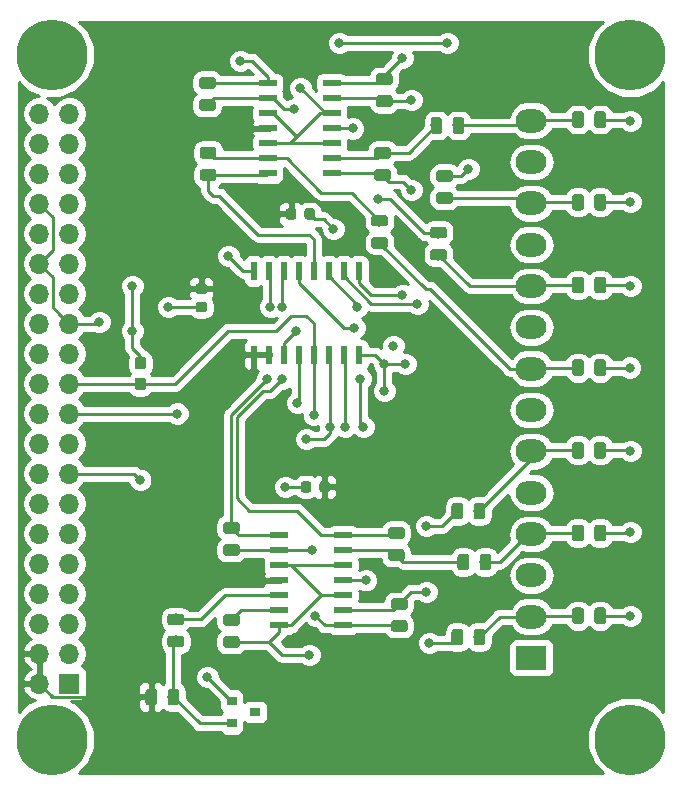
<source format=gbr>
G04 #@! TF.GenerationSoftware,KiCad,Pcbnew,6.0.0-rc1-unknown-46fddab~66~ubuntu16.04.1*
G04 #@! TF.CreationDate,2018-09-29T20:34:26+01:00*
G04 #@! TF.ProjectId,test,746573742E6B696361645F7063620000,rev?*
G04 #@! TF.SameCoordinates,Original*
G04 #@! TF.FileFunction,Copper,L2,Bot,Signal*
G04 #@! TF.FilePolarity,Positive*
%FSLAX46Y46*%
G04 Gerber Fmt 4.6, Leading zero omitted, Abs format (unit mm)*
G04 Created by KiCad (PCBNEW 6.0.0-rc1-unknown-46fddab~66~ubuntu16.04.1) date Sat Sep 29 20:34:26 2018*
%MOMM*%
%LPD*%
G01*
G04 APERTURE LIST*
G04 #@! TA.AperFunction,Conductor*
%ADD10C,0.100000*%
G04 #@! TD*
G04 #@! TA.AperFunction,SMDPad,CuDef*
%ADD11C,0.975000*%
G04 #@! TD*
G04 #@! TA.AperFunction,ComponentPad*
%ADD12C,6.000000*%
G04 #@! TD*
G04 #@! TA.AperFunction,SMDPad,CuDef*
%ADD13C,0.875000*%
G04 #@! TD*
G04 #@! TA.AperFunction,SMDPad,CuDef*
%ADD14R,0.900000X0.800000*%
G04 #@! TD*
G04 #@! TA.AperFunction,ComponentPad*
%ADD15R,2.600000X2.000000*%
G04 #@! TD*
G04 #@! TA.AperFunction,ComponentPad*
%ADD16O,2.600000X2.000000*%
G04 #@! TD*
G04 #@! TA.AperFunction,SMDPad,CuDef*
%ADD17C,0.950000*%
G04 #@! TD*
G04 #@! TA.AperFunction,ComponentPad*
%ADD18R,1.700000X1.700000*%
G04 #@! TD*
G04 #@! TA.AperFunction,ComponentPad*
%ADD19O,1.700000X1.700000*%
G04 #@! TD*
G04 #@! TA.AperFunction,SMDPad,CuDef*
%ADD20R,1.500000X0.600000*%
G04 #@! TD*
G04 #@! TA.AperFunction,SMDPad,CuDef*
%ADD21R,0.600000X1.500000*%
G04 #@! TD*
G04 #@! TA.AperFunction,ViaPad*
%ADD22C,0.800000*%
G04 #@! TD*
G04 #@! TA.AperFunction,Conductor*
%ADD23C,0.250000*%
G04 #@! TD*
G04 #@! TA.AperFunction,Conductor*
%ADD24C,0.254000*%
G04 #@! TD*
G04 APERTURE END LIST*
D10*
G04 #@! TO.N,Net-(J1-Pad14)*
G04 #@! TO.C,R37*
G36*
X185830142Y-54051174D02*
X185853803Y-54054684D01*
X185877007Y-54060496D01*
X185899529Y-54068554D01*
X185921153Y-54078782D01*
X185941670Y-54091079D01*
X185960883Y-54105329D01*
X185978607Y-54121393D01*
X185994671Y-54139117D01*
X186008921Y-54158330D01*
X186021218Y-54178847D01*
X186031446Y-54200471D01*
X186039504Y-54222993D01*
X186045316Y-54246197D01*
X186048826Y-54269858D01*
X186050000Y-54293750D01*
X186050000Y-55206250D01*
X186048826Y-55230142D01*
X186045316Y-55253803D01*
X186039504Y-55277007D01*
X186031446Y-55299529D01*
X186021218Y-55321153D01*
X186008921Y-55341670D01*
X185994671Y-55360883D01*
X185978607Y-55378607D01*
X185960883Y-55394671D01*
X185941670Y-55408921D01*
X185921153Y-55421218D01*
X185899529Y-55431446D01*
X185877007Y-55439504D01*
X185853803Y-55445316D01*
X185830142Y-55448826D01*
X185806250Y-55450000D01*
X185318750Y-55450000D01*
X185294858Y-55448826D01*
X185271197Y-55445316D01*
X185247993Y-55439504D01*
X185225471Y-55431446D01*
X185203847Y-55421218D01*
X185183330Y-55408921D01*
X185164117Y-55394671D01*
X185146393Y-55378607D01*
X185130329Y-55360883D01*
X185116079Y-55341670D01*
X185103782Y-55321153D01*
X185093554Y-55299529D01*
X185085496Y-55277007D01*
X185079684Y-55253803D01*
X185076174Y-55230142D01*
X185075000Y-55206250D01*
X185075000Y-54293750D01*
X185076174Y-54269858D01*
X185079684Y-54246197D01*
X185085496Y-54222993D01*
X185093554Y-54200471D01*
X185103782Y-54178847D01*
X185116079Y-54158330D01*
X185130329Y-54139117D01*
X185146393Y-54121393D01*
X185164117Y-54105329D01*
X185183330Y-54091079D01*
X185203847Y-54078782D01*
X185225471Y-54068554D01*
X185247993Y-54060496D01*
X185271197Y-54054684D01*
X185294858Y-54051174D01*
X185318750Y-54050000D01*
X185806250Y-54050000D01*
X185830142Y-54051174D01*
X185830142Y-54051174D01*
G37*
D11*
G04 #@! TD*
G04 #@! TO.P,R37,2*
G04 #@! TO.N,Net-(J1-Pad14)*
X185562500Y-54750000D03*
D10*
G04 #@! TO.N,GND*
G04 #@! TO.C,R37*
G36*
X187705142Y-54051174D02*
X187728803Y-54054684D01*
X187752007Y-54060496D01*
X187774529Y-54068554D01*
X187796153Y-54078782D01*
X187816670Y-54091079D01*
X187835883Y-54105329D01*
X187853607Y-54121393D01*
X187869671Y-54139117D01*
X187883921Y-54158330D01*
X187896218Y-54178847D01*
X187906446Y-54200471D01*
X187914504Y-54222993D01*
X187920316Y-54246197D01*
X187923826Y-54269858D01*
X187925000Y-54293750D01*
X187925000Y-55206250D01*
X187923826Y-55230142D01*
X187920316Y-55253803D01*
X187914504Y-55277007D01*
X187906446Y-55299529D01*
X187896218Y-55321153D01*
X187883921Y-55341670D01*
X187869671Y-55360883D01*
X187853607Y-55378607D01*
X187835883Y-55394671D01*
X187816670Y-55408921D01*
X187796153Y-55421218D01*
X187774529Y-55431446D01*
X187752007Y-55439504D01*
X187728803Y-55445316D01*
X187705142Y-55448826D01*
X187681250Y-55450000D01*
X187193750Y-55450000D01*
X187169858Y-55448826D01*
X187146197Y-55445316D01*
X187122993Y-55439504D01*
X187100471Y-55431446D01*
X187078847Y-55421218D01*
X187058330Y-55408921D01*
X187039117Y-55394671D01*
X187021393Y-55378607D01*
X187005329Y-55360883D01*
X186991079Y-55341670D01*
X186978782Y-55321153D01*
X186968554Y-55299529D01*
X186960496Y-55277007D01*
X186954684Y-55253803D01*
X186951174Y-55230142D01*
X186950000Y-55206250D01*
X186950000Y-54293750D01*
X186951174Y-54269858D01*
X186954684Y-54246197D01*
X186960496Y-54222993D01*
X186968554Y-54200471D01*
X186978782Y-54178847D01*
X186991079Y-54158330D01*
X187005329Y-54139117D01*
X187021393Y-54121393D01*
X187039117Y-54105329D01*
X187058330Y-54091079D01*
X187078847Y-54078782D01*
X187100471Y-54068554D01*
X187122993Y-54060496D01*
X187146197Y-54054684D01*
X187169858Y-54051174D01*
X187193750Y-54050000D01*
X187681250Y-54050000D01*
X187705142Y-54051174D01*
X187705142Y-54051174D01*
G37*
D11*
G04 #@! TD*
G04 #@! TO.P,R37,1*
G04 #@! TO.N,GND*
X187437500Y-54750000D03*
D12*
G04 #@! TO.P,REF\002A\002A,1*
G04 #@! TO.N,N/C*
X141000000Y-49250000D03*
G04 #@! TD*
G04 #@! TO.P,REF\002A\002A,1*
G04 #@! TO.N,N/C*
X190000000Y-49250000D03*
G04 #@! TD*
G04 #@! TO.P,REF\002A\002A,1*
G04 #@! TO.N,N/C*
X190000000Y-107250000D03*
G04 #@! TD*
G04 #@! TO.P,REF\002A\002A,1*
G04 #@! TO.N,N/C*
X141000000Y-107250000D03*
G04 #@! TD*
D10*
G04 #@! TO.N,5V*
G04 #@! TO.C,C1*
G36*
X164349691Y-85378053D02*
X164370926Y-85381203D01*
X164391750Y-85386419D01*
X164411962Y-85393651D01*
X164431368Y-85402830D01*
X164449781Y-85413866D01*
X164467024Y-85426654D01*
X164482930Y-85441070D01*
X164497346Y-85456976D01*
X164510134Y-85474219D01*
X164521170Y-85492632D01*
X164530349Y-85512038D01*
X164537581Y-85532250D01*
X164542797Y-85553074D01*
X164545947Y-85574309D01*
X164547000Y-85595750D01*
X164547000Y-86108250D01*
X164545947Y-86129691D01*
X164542797Y-86150926D01*
X164537581Y-86171750D01*
X164530349Y-86191962D01*
X164521170Y-86211368D01*
X164510134Y-86229781D01*
X164497346Y-86247024D01*
X164482930Y-86262930D01*
X164467024Y-86277346D01*
X164449781Y-86290134D01*
X164431368Y-86301170D01*
X164411962Y-86310349D01*
X164391750Y-86317581D01*
X164370926Y-86322797D01*
X164349691Y-86325947D01*
X164328250Y-86327000D01*
X163890750Y-86327000D01*
X163869309Y-86325947D01*
X163848074Y-86322797D01*
X163827250Y-86317581D01*
X163807038Y-86310349D01*
X163787632Y-86301170D01*
X163769219Y-86290134D01*
X163751976Y-86277346D01*
X163736070Y-86262930D01*
X163721654Y-86247024D01*
X163708866Y-86229781D01*
X163697830Y-86211368D01*
X163688651Y-86191962D01*
X163681419Y-86171750D01*
X163676203Y-86150926D01*
X163673053Y-86129691D01*
X163672000Y-86108250D01*
X163672000Y-85595750D01*
X163673053Y-85574309D01*
X163676203Y-85553074D01*
X163681419Y-85532250D01*
X163688651Y-85512038D01*
X163697830Y-85492632D01*
X163708866Y-85474219D01*
X163721654Y-85456976D01*
X163736070Y-85441070D01*
X163751976Y-85426654D01*
X163769219Y-85413866D01*
X163787632Y-85402830D01*
X163807038Y-85393651D01*
X163827250Y-85386419D01*
X163848074Y-85381203D01*
X163869309Y-85378053D01*
X163890750Y-85377000D01*
X164328250Y-85377000D01*
X164349691Y-85378053D01*
X164349691Y-85378053D01*
G37*
D13*
G04 #@! TD*
G04 #@! TO.P,C1,1*
G04 #@! TO.N,5V*
X164109500Y-85852000D03*
D10*
G04 #@! TO.N,GND*
G04 #@! TO.C,C1*
G36*
X162774691Y-85378053D02*
X162795926Y-85381203D01*
X162816750Y-85386419D01*
X162836962Y-85393651D01*
X162856368Y-85402830D01*
X162874781Y-85413866D01*
X162892024Y-85426654D01*
X162907930Y-85441070D01*
X162922346Y-85456976D01*
X162935134Y-85474219D01*
X162946170Y-85492632D01*
X162955349Y-85512038D01*
X162962581Y-85532250D01*
X162967797Y-85553074D01*
X162970947Y-85574309D01*
X162972000Y-85595750D01*
X162972000Y-86108250D01*
X162970947Y-86129691D01*
X162967797Y-86150926D01*
X162962581Y-86171750D01*
X162955349Y-86191962D01*
X162946170Y-86211368D01*
X162935134Y-86229781D01*
X162922346Y-86247024D01*
X162907930Y-86262930D01*
X162892024Y-86277346D01*
X162874781Y-86290134D01*
X162856368Y-86301170D01*
X162836962Y-86310349D01*
X162816750Y-86317581D01*
X162795926Y-86322797D01*
X162774691Y-86325947D01*
X162753250Y-86327000D01*
X162315750Y-86327000D01*
X162294309Y-86325947D01*
X162273074Y-86322797D01*
X162252250Y-86317581D01*
X162232038Y-86310349D01*
X162212632Y-86301170D01*
X162194219Y-86290134D01*
X162176976Y-86277346D01*
X162161070Y-86262930D01*
X162146654Y-86247024D01*
X162133866Y-86229781D01*
X162122830Y-86211368D01*
X162113651Y-86191962D01*
X162106419Y-86171750D01*
X162101203Y-86150926D01*
X162098053Y-86129691D01*
X162097000Y-86108250D01*
X162097000Y-85595750D01*
X162098053Y-85574309D01*
X162101203Y-85553074D01*
X162106419Y-85532250D01*
X162113651Y-85512038D01*
X162122830Y-85492632D01*
X162133866Y-85474219D01*
X162146654Y-85456976D01*
X162161070Y-85441070D01*
X162176976Y-85426654D01*
X162194219Y-85413866D01*
X162212632Y-85402830D01*
X162232038Y-85393651D01*
X162252250Y-85386419D01*
X162273074Y-85381203D01*
X162294309Y-85378053D01*
X162315750Y-85377000D01*
X162753250Y-85377000D01*
X162774691Y-85378053D01*
X162774691Y-85378053D01*
G37*
D13*
G04 #@! TD*
G04 #@! TO.P,C1,2*
G04 #@! TO.N,GND*
X162534500Y-85852000D03*
D10*
G04 #@! TO.N,GND*
G04 #@! TO.C,C2*
G36*
X153947691Y-70201053D02*
X153968926Y-70204203D01*
X153989750Y-70209419D01*
X154009962Y-70216651D01*
X154029368Y-70225830D01*
X154047781Y-70236866D01*
X154065024Y-70249654D01*
X154080930Y-70264070D01*
X154095346Y-70279976D01*
X154108134Y-70297219D01*
X154119170Y-70315632D01*
X154128349Y-70335038D01*
X154135581Y-70355250D01*
X154140797Y-70376074D01*
X154143947Y-70397309D01*
X154145000Y-70418750D01*
X154145000Y-70856250D01*
X154143947Y-70877691D01*
X154140797Y-70898926D01*
X154135581Y-70919750D01*
X154128349Y-70939962D01*
X154119170Y-70959368D01*
X154108134Y-70977781D01*
X154095346Y-70995024D01*
X154080930Y-71010930D01*
X154065024Y-71025346D01*
X154047781Y-71038134D01*
X154029368Y-71049170D01*
X154009962Y-71058349D01*
X153989750Y-71065581D01*
X153968926Y-71070797D01*
X153947691Y-71073947D01*
X153926250Y-71075000D01*
X153413750Y-71075000D01*
X153392309Y-71073947D01*
X153371074Y-71070797D01*
X153350250Y-71065581D01*
X153330038Y-71058349D01*
X153310632Y-71049170D01*
X153292219Y-71038134D01*
X153274976Y-71025346D01*
X153259070Y-71010930D01*
X153244654Y-70995024D01*
X153231866Y-70977781D01*
X153220830Y-70959368D01*
X153211651Y-70939962D01*
X153204419Y-70919750D01*
X153199203Y-70898926D01*
X153196053Y-70877691D01*
X153195000Y-70856250D01*
X153195000Y-70418750D01*
X153196053Y-70397309D01*
X153199203Y-70376074D01*
X153204419Y-70355250D01*
X153211651Y-70335038D01*
X153220830Y-70315632D01*
X153231866Y-70297219D01*
X153244654Y-70279976D01*
X153259070Y-70264070D01*
X153274976Y-70249654D01*
X153292219Y-70236866D01*
X153310632Y-70225830D01*
X153330038Y-70216651D01*
X153350250Y-70209419D01*
X153371074Y-70204203D01*
X153392309Y-70201053D01*
X153413750Y-70200000D01*
X153926250Y-70200000D01*
X153947691Y-70201053D01*
X153947691Y-70201053D01*
G37*
D13*
G04 #@! TD*
G04 #@! TO.P,C2,2*
G04 #@! TO.N,GND*
X153670000Y-70637500D03*
D10*
G04 #@! TO.N,5V*
G04 #@! TO.C,C2*
G36*
X153947691Y-68626053D02*
X153968926Y-68629203D01*
X153989750Y-68634419D01*
X154009962Y-68641651D01*
X154029368Y-68650830D01*
X154047781Y-68661866D01*
X154065024Y-68674654D01*
X154080930Y-68689070D01*
X154095346Y-68704976D01*
X154108134Y-68722219D01*
X154119170Y-68740632D01*
X154128349Y-68760038D01*
X154135581Y-68780250D01*
X154140797Y-68801074D01*
X154143947Y-68822309D01*
X154145000Y-68843750D01*
X154145000Y-69281250D01*
X154143947Y-69302691D01*
X154140797Y-69323926D01*
X154135581Y-69344750D01*
X154128349Y-69364962D01*
X154119170Y-69384368D01*
X154108134Y-69402781D01*
X154095346Y-69420024D01*
X154080930Y-69435930D01*
X154065024Y-69450346D01*
X154047781Y-69463134D01*
X154029368Y-69474170D01*
X154009962Y-69483349D01*
X153989750Y-69490581D01*
X153968926Y-69495797D01*
X153947691Y-69498947D01*
X153926250Y-69500000D01*
X153413750Y-69500000D01*
X153392309Y-69498947D01*
X153371074Y-69495797D01*
X153350250Y-69490581D01*
X153330038Y-69483349D01*
X153310632Y-69474170D01*
X153292219Y-69463134D01*
X153274976Y-69450346D01*
X153259070Y-69435930D01*
X153244654Y-69420024D01*
X153231866Y-69402781D01*
X153220830Y-69384368D01*
X153211651Y-69364962D01*
X153204419Y-69344750D01*
X153199203Y-69323926D01*
X153196053Y-69302691D01*
X153195000Y-69281250D01*
X153195000Y-68843750D01*
X153196053Y-68822309D01*
X153199203Y-68801074D01*
X153204419Y-68780250D01*
X153211651Y-68760038D01*
X153220830Y-68740632D01*
X153231866Y-68722219D01*
X153244654Y-68704976D01*
X153259070Y-68689070D01*
X153274976Y-68674654D01*
X153292219Y-68661866D01*
X153310632Y-68650830D01*
X153330038Y-68641651D01*
X153350250Y-68634419D01*
X153371074Y-68629203D01*
X153392309Y-68626053D01*
X153413750Y-68625000D01*
X153926250Y-68625000D01*
X153947691Y-68626053D01*
X153947691Y-68626053D01*
G37*
D13*
G04 #@! TD*
G04 #@! TO.P,C2,1*
G04 #@! TO.N,5V*
X153670000Y-69062500D03*
D10*
G04 #@! TO.N,5V*
G04 #@! TO.C,C3*
G36*
X161504691Y-62264053D02*
X161525926Y-62267203D01*
X161546750Y-62272419D01*
X161566962Y-62279651D01*
X161586368Y-62288830D01*
X161604781Y-62299866D01*
X161622024Y-62312654D01*
X161637930Y-62327070D01*
X161652346Y-62342976D01*
X161665134Y-62360219D01*
X161676170Y-62378632D01*
X161685349Y-62398038D01*
X161692581Y-62418250D01*
X161697797Y-62439074D01*
X161700947Y-62460309D01*
X161702000Y-62481750D01*
X161702000Y-62994250D01*
X161700947Y-63015691D01*
X161697797Y-63036926D01*
X161692581Y-63057750D01*
X161685349Y-63077962D01*
X161676170Y-63097368D01*
X161665134Y-63115781D01*
X161652346Y-63133024D01*
X161637930Y-63148930D01*
X161622024Y-63163346D01*
X161604781Y-63176134D01*
X161586368Y-63187170D01*
X161566962Y-63196349D01*
X161546750Y-63203581D01*
X161525926Y-63208797D01*
X161504691Y-63211947D01*
X161483250Y-63213000D01*
X161045750Y-63213000D01*
X161024309Y-63211947D01*
X161003074Y-63208797D01*
X160982250Y-63203581D01*
X160962038Y-63196349D01*
X160942632Y-63187170D01*
X160924219Y-63176134D01*
X160906976Y-63163346D01*
X160891070Y-63148930D01*
X160876654Y-63133024D01*
X160863866Y-63115781D01*
X160852830Y-63097368D01*
X160843651Y-63077962D01*
X160836419Y-63057750D01*
X160831203Y-63036926D01*
X160828053Y-63015691D01*
X160827000Y-62994250D01*
X160827000Y-62481750D01*
X160828053Y-62460309D01*
X160831203Y-62439074D01*
X160836419Y-62418250D01*
X160843651Y-62398038D01*
X160852830Y-62378632D01*
X160863866Y-62360219D01*
X160876654Y-62342976D01*
X160891070Y-62327070D01*
X160906976Y-62312654D01*
X160924219Y-62299866D01*
X160942632Y-62288830D01*
X160962038Y-62279651D01*
X160982250Y-62272419D01*
X161003074Y-62267203D01*
X161024309Y-62264053D01*
X161045750Y-62263000D01*
X161483250Y-62263000D01*
X161504691Y-62264053D01*
X161504691Y-62264053D01*
G37*
D13*
G04 #@! TD*
G04 #@! TO.P,C3,1*
G04 #@! TO.N,5V*
X161264500Y-62738000D03*
D10*
G04 #@! TO.N,GND*
G04 #@! TO.C,C3*
G36*
X163079691Y-62264053D02*
X163100926Y-62267203D01*
X163121750Y-62272419D01*
X163141962Y-62279651D01*
X163161368Y-62288830D01*
X163179781Y-62299866D01*
X163197024Y-62312654D01*
X163212930Y-62327070D01*
X163227346Y-62342976D01*
X163240134Y-62360219D01*
X163251170Y-62378632D01*
X163260349Y-62398038D01*
X163267581Y-62418250D01*
X163272797Y-62439074D01*
X163275947Y-62460309D01*
X163277000Y-62481750D01*
X163277000Y-62994250D01*
X163275947Y-63015691D01*
X163272797Y-63036926D01*
X163267581Y-63057750D01*
X163260349Y-63077962D01*
X163251170Y-63097368D01*
X163240134Y-63115781D01*
X163227346Y-63133024D01*
X163212930Y-63148930D01*
X163197024Y-63163346D01*
X163179781Y-63176134D01*
X163161368Y-63187170D01*
X163141962Y-63196349D01*
X163121750Y-63203581D01*
X163100926Y-63208797D01*
X163079691Y-63211947D01*
X163058250Y-63213000D01*
X162620750Y-63213000D01*
X162599309Y-63211947D01*
X162578074Y-63208797D01*
X162557250Y-63203581D01*
X162537038Y-63196349D01*
X162517632Y-63187170D01*
X162499219Y-63176134D01*
X162481976Y-63163346D01*
X162466070Y-63148930D01*
X162451654Y-63133024D01*
X162438866Y-63115781D01*
X162427830Y-63097368D01*
X162418651Y-63077962D01*
X162411419Y-63057750D01*
X162406203Y-63036926D01*
X162403053Y-63015691D01*
X162402000Y-62994250D01*
X162402000Y-62481750D01*
X162403053Y-62460309D01*
X162406203Y-62439074D01*
X162411419Y-62418250D01*
X162418651Y-62398038D01*
X162427830Y-62378632D01*
X162438866Y-62360219D01*
X162451654Y-62342976D01*
X162466070Y-62327070D01*
X162481976Y-62312654D01*
X162499219Y-62299866D01*
X162517632Y-62288830D01*
X162537038Y-62279651D01*
X162557250Y-62272419D01*
X162578074Y-62267203D01*
X162599309Y-62264053D01*
X162620750Y-62263000D01*
X163058250Y-62263000D01*
X163079691Y-62264053D01*
X163079691Y-62264053D01*
G37*
D13*
G04 #@! TD*
G04 #@! TO.P,C3,2*
G04 #@! TO.N,GND*
X162839500Y-62738000D03*
D14*
G04 #@! TO.P,D1,1*
G04 #@! TO.N,Net-(D1-Pad1)*
X156226000Y-105852000D03*
G04 #@! TO.P,D1,2*
G04 #@! TO.N,GND*
X156226000Y-103952000D03*
G04 #@! TO.P,D1,3*
G04 #@! TO.N,N/C*
X158226000Y-104902000D03*
G04 #@! TD*
D15*
G04 #@! TO.P,J1,1*
G04 #@! TO.N,4V096*
X181610000Y-100330000D03*
D16*
G04 #@! TO.P,J1,2*
G04 #@! TO.N,Net-(J1-Pad2)*
X181610000Y-96830000D03*
G04 #@! TO.P,J1,3*
G04 #@! TO.N,4V096*
X181610000Y-93330000D03*
G04 #@! TO.P,J1,4*
G04 #@! TO.N,Net-(J1-Pad4)*
X181610000Y-89830000D03*
G04 #@! TO.P,J1,5*
G04 #@! TO.N,4V096*
X181610000Y-86330000D03*
G04 #@! TO.P,J1,6*
G04 #@! TO.N,Net-(J1-Pad6)*
X181610000Y-82830000D03*
G04 #@! TO.P,J1,7*
G04 #@! TO.N,4V096*
X181610000Y-79330000D03*
G04 #@! TO.P,J1,8*
G04 #@! TO.N,Net-(J1-Pad8)*
X181610000Y-75830000D03*
G04 #@! TO.P,J1,9*
G04 #@! TO.N,4V096*
X181610000Y-72330000D03*
G04 #@! TO.P,J1,10*
G04 #@! TO.N,Net-(J1-Pad10)*
X181610000Y-68830000D03*
G04 #@! TO.P,J1,11*
G04 #@! TO.N,4V096*
X181610000Y-65330000D03*
G04 #@! TO.P,J1,12*
G04 #@! TO.N,Net-(J1-Pad12)*
X181610000Y-61830000D03*
G04 #@! TO.P,J1,13*
G04 #@! TO.N,4V096*
X181610000Y-58330000D03*
G04 #@! TO.P,J1,14*
G04 #@! TO.N,Net-(J1-Pad14)*
X181610000Y-54830000D03*
G04 #@! TD*
D10*
G04 #@! TO.N,Net-(D1-Pad1)*
G04 #@! TO.C,R1*
G36*
X151573142Y-102933174D02*
X151596803Y-102936684D01*
X151620007Y-102942496D01*
X151642529Y-102950554D01*
X151664153Y-102960782D01*
X151684670Y-102973079D01*
X151703883Y-102987329D01*
X151721607Y-103003393D01*
X151737671Y-103021117D01*
X151751921Y-103040330D01*
X151764218Y-103060847D01*
X151774446Y-103082471D01*
X151782504Y-103104993D01*
X151788316Y-103128197D01*
X151791826Y-103151858D01*
X151793000Y-103175750D01*
X151793000Y-104088250D01*
X151791826Y-104112142D01*
X151788316Y-104135803D01*
X151782504Y-104159007D01*
X151774446Y-104181529D01*
X151764218Y-104203153D01*
X151751921Y-104223670D01*
X151737671Y-104242883D01*
X151721607Y-104260607D01*
X151703883Y-104276671D01*
X151684670Y-104290921D01*
X151664153Y-104303218D01*
X151642529Y-104313446D01*
X151620007Y-104321504D01*
X151596803Y-104327316D01*
X151573142Y-104330826D01*
X151549250Y-104332000D01*
X151061750Y-104332000D01*
X151037858Y-104330826D01*
X151014197Y-104327316D01*
X150990993Y-104321504D01*
X150968471Y-104313446D01*
X150946847Y-104303218D01*
X150926330Y-104290921D01*
X150907117Y-104276671D01*
X150889393Y-104260607D01*
X150873329Y-104242883D01*
X150859079Y-104223670D01*
X150846782Y-104203153D01*
X150836554Y-104181529D01*
X150828496Y-104159007D01*
X150822684Y-104135803D01*
X150819174Y-104112142D01*
X150818000Y-104088250D01*
X150818000Y-103175750D01*
X150819174Y-103151858D01*
X150822684Y-103128197D01*
X150828496Y-103104993D01*
X150836554Y-103082471D01*
X150846782Y-103060847D01*
X150859079Y-103040330D01*
X150873329Y-103021117D01*
X150889393Y-103003393D01*
X150907117Y-102987329D01*
X150926330Y-102973079D01*
X150946847Y-102960782D01*
X150968471Y-102950554D01*
X150990993Y-102942496D01*
X151014197Y-102936684D01*
X151037858Y-102933174D01*
X151061750Y-102932000D01*
X151549250Y-102932000D01*
X151573142Y-102933174D01*
X151573142Y-102933174D01*
G37*
D11*
G04 #@! TD*
G04 #@! TO.P,R1,1*
G04 #@! TO.N,Net-(D1-Pad1)*
X151305500Y-103632000D03*
D10*
G04 #@! TO.N,5V*
G04 #@! TO.C,R1*
G36*
X149698142Y-102933174D02*
X149721803Y-102936684D01*
X149745007Y-102942496D01*
X149767529Y-102950554D01*
X149789153Y-102960782D01*
X149809670Y-102973079D01*
X149828883Y-102987329D01*
X149846607Y-103003393D01*
X149862671Y-103021117D01*
X149876921Y-103040330D01*
X149889218Y-103060847D01*
X149899446Y-103082471D01*
X149907504Y-103104993D01*
X149913316Y-103128197D01*
X149916826Y-103151858D01*
X149918000Y-103175750D01*
X149918000Y-104088250D01*
X149916826Y-104112142D01*
X149913316Y-104135803D01*
X149907504Y-104159007D01*
X149899446Y-104181529D01*
X149889218Y-104203153D01*
X149876921Y-104223670D01*
X149862671Y-104242883D01*
X149846607Y-104260607D01*
X149828883Y-104276671D01*
X149809670Y-104290921D01*
X149789153Y-104303218D01*
X149767529Y-104313446D01*
X149745007Y-104321504D01*
X149721803Y-104327316D01*
X149698142Y-104330826D01*
X149674250Y-104332000D01*
X149186750Y-104332000D01*
X149162858Y-104330826D01*
X149139197Y-104327316D01*
X149115993Y-104321504D01*
X149093471Y-104313446D01*
X149071847Y-104303218D01*
X149051330Y-104290921D01*
X149032117Y-104276671D01*
X149014393Y-104260607D01*
X148998329Y-104242883D01*
X148984079Y-104223670D01*
X148971782Y-104203153D01*
X148961554Y-104181529D01*
X148953496Y-104159007D01*
X148947684Y-104135803D01*
X148944174Y-104112142D01*
X148943000Y-104088250D01*
X148943000Y-103175750D01*
X148944174Y-103151858D01*
X148947684Y-103128197D01*
X148953496Y-103104993D01*
X148961554Y-103082471D01*
X148971782Y-103060847D01*
X148984079Y-103040330D01*
X148998329Y-103021117D01*
X149014393Y-103003393D01*
X149032117Y-102987329D01*
X149051330Y-102973079D01*
X149071847Y-102960782D01*
X149093471Y-102950554D01*
X149115993Y-102942496D01*
X149139197Y-102936684D01*
X149162858Y-102933174D01*
X149186750Y-102932000D01*
X149674250Y-102932000D01*
X149698142Y-102933174D01*
X149698142Y-102933174D01*
G37*
D11*
G04 #@! TD*
G04 #@! TO.P,R1,2*
G04 #@! TO.N,5V*
X149430500Y-103632000D03*
D10*
G04 #@! TO.N,Net-(D1-Pad1)*
G04 #@! TO.C,R2*
G36*
X151980142Y-98451174D02*
X152003803Y-98454684D01*
X152027007Y-98460496D01*
X152049529Y-98468554D01*
X152071153Y-98478782D01*
X152091670Y-98491079D01*
X152110883Y-98505329D01*
X152128607Y-98521393D01*
X152144671Y-98539117D01*
X152158921Y-98558330D01*
X152171218Y-98578847D01*
X152181446Y-98600471D01*
X152189504Y-98622993D01*
X152195316Y-98646197D01*
X152198826Y-98669858D01*
X152200000Y-98693750D01*
X152200000Y-99181250D01*
X152198826Y-99205142D01*
X152195316Y-99228803D01*
X152189504Y-99252007D01*
X152181446Y-99274529D01*
X152171218Y-99296153D01*
X152158921Y-99316670D01*
X152144671Y-99335883D01*
X152128607Y-99353607D01*
X152110883Y-99369671D01*
X152091670Y-99383921D01*
X152071153Y-99396218D01*
X152049529Y-99406446D01*
X152027007Y-99414504D01*
X152003803Y-99420316D01*
X151980142Y-99423826D01*
X151956250Y-99425000D01*
X151043750Y-99425000D01*
X151019858Y-99423826D01*
X150996197Y-99420316D01*
X150972993Y-99414504D01*
X150950471Y-99406446D01*
X150928847Y-99396218D01*
X150908330Y-99383921D01*
X150889117Y-99369671D01*
X150871393Y-99353607D01*
X150855329Y-99335883D01*
X150841079Y-99316670D01*
X150828782Y-99296153D01*
X150818554Y-99274529D01*
X150810496Y-99252007D01*
X150804684Y-99228803D01*
X150801174Y-99205142D01*
X150800000Y-99181250D01*
X150800000Y-98693750D01*
X150801174Y-98669858D01*
X150804684Y-98646197D01*
X150810496Y-98622993D01*
X150818554Y-98600471D01*
X150828782Y-98578847D01*
X150841079Y-98558330D01*
X150855329Y-98539117D01*
X150871393Y-98521393D01*
X150889117Y-98505329D01*
X150908330Y-98491079D01*
X150928847Y-98478782D01*
X150950471Y-98468554D01*
X150972993Y-98460496D01*
X150996197Y-98454684D01*
X151019858Y-98451174D01*
X151043750Y-98450000D01*
X151956250Y-98450000D01*
X151980142Y-98451174D01*
X151980142Y-98451174D01*
G37*
D11*
G04 #@! TD*
G04 #@! TO.P,R2,2*
G04 #@! TO.N,Net-(D1-Pad1)*
X151500000Y-98937500D03*
D10*
G04 #@! TO.N,Net-(R2-Pad1)*
G04 #@! TO.C,R2*
G36*
X151980142Y-96576174D02*
X152003803Y-96579684D01*
X152027007Y-96585496D01*
X152049529Y-96593554D01*
X152071153Y-96603782D01*
X152091670Y-96616079D01*
X152110883Y-96630329D01*
X152128607Y-96646393D01*
X152144671Y-96664117D01*
X152158921Y-96683330D01*
X152171218Y-96703847D01*
X152181446Y-96725471D01*
X152189504Y-96747993D01*
X152195316Y-96771197D01*
X152198826Y-96794858D01*
X152200000Y-96818750D01*
X152200000Y-97306250D01*
X152198826Y-97330142D01*
X152195316Y-97353803D01*
X152189504Y-97377007D01*
X152181446Y-97399529D01*
X152171218Y-97421153D01*
X152158921Y-97441670D01*
X152144671Y-97460883D01*
X152128607Y-97478607D01*
X152110883Y-97494671D01*
X152091670Y-97508921D01*
X152071153Y-97521218D01*
X152049529Y-97531446D01*
X152027007Y-97539504D01*
X152003803Y-97545316D01*
X151980142Y-97548826D01*
X151956250Y-97550000D01*
X151043750Y-97550000D01*
X151019858Y-97548826D01*
X150996197Y-97545316D01*
X150972993Y-97539504D01*
X150950471Y-97531446D01*
X150928847Y-97521218D01*
X150908330Y-97508921D01*
X150889117Y-97494671D01*
X150871393Y-97478607D01*
X150855329Y-97460883D01*
X150841079Y-97441670D01*
X150828782Y-97421153D01*
X150818554Y-97399529D01*
X150810496Y-97377007D01*
X150804684Y-97353803D01*
X150801174Y-97330142D01*
X150800000Y-97306250D01*
X150800000Y-96818750D01*
X150801174Y-96794858D01*
X150804684Y-96771197D01*
X150810496Y-96747993D01*
X150818554Y-96725471D01*
X150828782Y-96703847D01*
X150841079Y-96683330D01*
X150855329Y-96664117D01*
X150871393Y-96646393D01*
X150889117Y-96630329D01*
X150908330Y-96616079D01*
X150928847Y-96603782D01*
X150950471Y-96593554D01*
X150972993Y-96585496D01*
X150996197Y-96579684D01*
X151019858Y-96576174D01*
X151043750Y-96575000D01*
X151956250Y-96575000D01*
X151980142Y-96576174D01*
X151980142Y-96576174D01*
G37*
D11*
G04 #@! TD*
G04 #@! TO.P,R2,1*
G04 #@! TO.N,Net-(R2-Pad1)*
X151500000Y-97062500D03*
D10*
G04 #@! TO.N,Net-(R3-Pad1)*
G04 #@! TO.C,R3*
G36*
X156690142Y-96620174D02*
X156713803Y-96623684D01*
X156737007Y-96629496D01*
X156759529Y-96637554D01*
X156781153Y-96647782D01*
X156801670Y-96660079D01*
X156820883Y-96674329D01*
X156838607Y-96690393D01*
X156854671Y-96708117D01*
X156868921Y-96727330D01*
X156881218Y-96747847D01*
X156891446Y-96769471D01*
X156899504Y-96791993D01*
X156905316Y-96815197D01*
X156908826Y-96838858D01*
X156910000Y-96862750D01*
X156910000Y-97350250D01*
X156908826Y-97374142D01*
X156905316Y-97397803D01*
X156899504Y-97421007D01*
X156891446Y-97443529D01*
X156881218Y-97465153D01*
X156868921Y-97485670D01*
X156854671Y-97504883D01*
X156838607Y-97522607D01*
X156820883Y-97538671D01*
X156801670Y-97552921D01*
X156781153Y-97565218D01*
X156759529Y-97575446D01*
X156737007Y-97583504D01*
X156713803Y-97589316D01*
X156690142Y-97592826D01*
X156666250Y-97594000D01*
X155753750Y-97594000D01*
X155729858Y-97592826D01*
X155706197Y-97589316D01*
X155682993Y-97583504D01*
X155660471Y-97575446D01*
X155638847Y-97565218D01*
X155618330Y-97552921D01*
X155599117Y-97538671D01*
X155581393Y-97522607D01*
X155565329Y-97504883D01*
X155551079Y-97485670D01*
X155538782Y-97465153D01*
X155528554Y-97443529D01*
X155520496Y-97421007D01*
X155514684Y-97397803D01*
X155511174Y-97374142D01*
X155510000Y-97350250D01*
X155510000Y-96862750D01*
X155511174Y-96838858D01*
X155514684Y-96815197D01*
X155520496Y-96791993D01*
X155528554Y-96769471D01*
X155538782Y-96747847D01*
X155551079Y-96727330D01*
X155565329Y-96708117D01*
X155581393Y-96690393D01*
X155599117Y-96674329D01*
X155618330Y-96660079D01*
X155638847Y-96647782D01*
X155660471Y-96637554D01*
X155682993Y-96629496D01*
X155706197Y-96623684D01*
X155729858Y-96620174D01*
X155753750Y-96619000D01*
X156666250Y-96619000D01*
X156690142Y-96620174D01*
X156690142Y-96620174D01*
G37*
D11*
G04 #@! TD*
G04 #@! TO.P,R3,1*
G04 #@! TO.N,Net-(R3-Pad1)*
X156210000Y-97106500D03*
D10*
G04 #@! TO.N,4V096*
G04 #@! TO.C,R3*
G36*
X156690142Y-98495174D02*
X156713803Y-98498684D01*
X156737007Y-98504496D01*
X156759529Y-98512554D01*
X156781153Y-98522782D01*
X156801670Y-98535079D01*
X156820883Y-98549329D01*
X156838607Y-98565393D01*
X156854671Y-98583117D01*
X156868921Y-98602330D01*
X156881218Y-98622847D01*
X156891446Y-98644471D01*
X156899504Y-98666993D01*
X156905316Y-98690197D01*
X156908826Y-98713858D01*
X156910000Y-98737750D01*
X156910000Y-99225250D01*
X156908826Y-99249142D01*
X156905316Y-99272803D01*
X156899504Y-99296007D01*
X156891446Y-99318529D01*
X156881218Y-99340153D01*
X156868921Y-99360670D01*
X156854671Y-99379883D01*
X156838607Y-99397607D01*
X156820883Y-99413671D01*
X156801670Y-99427921D01*
X156781153Y-99440218D01*
X156759529Y-99450446D01*
X156737007Y-99458504D01*
X156713803Y-99464316D01*
X156690142Y-99467826D01*
X156666250Y-99469000D01*
X155753750Y-99469000D01*
X155729858Y-99467826D01*
X155706197Y-99464316D01*
X155682993Y-99458504D01*
X155660471Y-99450446D01*
X155638847Y-99440218D01*
X155618330Y-99427921D01*
X155599117Y-99413671D01*
X155581393Y-99397607D01*
X155565329Y-99379883D01*
X155551079Y-99360670D01*
X155538782Y-99340153D01*
X155528554Y-99318529D01*
X155520496Y-99296007D01*
X155514684Y-99272803D01*
X155511174Y-99249142D01*
X155510000Y-99225250D01*
X155510000Y-98737750D01*
X155511174Y-98713858D01*
X155514684Y-98690197D01*
X155520496Y-98666993D01*
X155528554Y-98644471D01*
X155538782Y-98622847D01*
X155551079Y-98602330D01*
X155565329Y-98583117D01*
X155581393Y-98565393D01*
X155599117Y-98549329D01*
X155618330Y-98535079D01*
X155638847Y-98522782D01*
X155660471Y-98512554D01*
X155682993Y-98504496D01*
X155706197Y-98498684D01*
X155729858Y-98495174D01*
X155753750Y-98494000D01*
X156666250Y-98494000D01*
X156690142Y-98495174D01*
X156690142Y-98495174D01*
G37*
D11*
G04 #@! TD*
G04 #@! TO.P,R3,2*
G04 #@! TO.N,4V096*
X156210000Y-98981500D03*
D10*
G04 #@! TO.N,Net-(R15-Pad2)*
G04 #@! TO.C,R4*
G36*
X154730142Y-57076174D02*
X154753803Y-57079684D01*
X154777007Y-57085496D01*
X154799529Y-57093554D01*
X154821153Y-57103782D01*
X154841670Y-57116079D01*
X154860883Y-57130329D01*
X154878607Y-57146393D01*
X154894671Y-57164117D01*
X154908921Y-57183330D01*
X154921218Y-57203847D01*
X154931446Y-57225471D01*
X154939504Y-57247993D01*
X154945316Y-57271197D01*
X154948826Y-57294858D01*
X154950000Y-57318750D01*
X154950000Y-57806250D01*
X154948826Y-57830142D01*
X154945316Y-57853803D01*
X154939504Y-57877007D01*
X154931446Y-57899529D01*
X154921218Y-57921153D01*
X154908921Y-57941670D01*
X154894671Y-57960883D01*
X154878607Y-57978607D01*
X154860883Y-57994671D01*
X154841670Y-58008921D01*
X154821153Y-58021218D01*
X154799529Y-58031446D01*
X154777007Y-58039504D01*
X154753803Y-58045316D01*
X154730142Y-58048826D01*
X154706250Y-58050000D01*
X153793750Y-58050000D01*
X153769858Y-58048826D01*
X153746197Y-58045316D01*
X153722993Y-58039504D01*
X153700471Y-58031446D01*
X153678847Y-58021218D01*
X153658330Y-58008921D01*
X153639117Y-57994671D01*
X153621393Y-57978607D01*
X153605329Y-57960883D01*
X153591079Y-57941670D01*
X153578782Y-57921153D01*
X153568554Y-57899529D01*
X153560496Y-57877007D01*
X153554684Y-57853803D01*
X153551174Y-57830142D01*
X153550000Y-57806250D01*
X153550000Y-57318750D01*
X153551174Y-57294858D01*
X153554684Y-57271197D01*
X153560496Y-57247993D01*
X153568554Y-57225471D01*
X153578782Y-57203847D01*
X153591079Y-57183330D01*
X153605329Y-57164117D01*
X153621393Y-57146393D01*
X153639117Y-57130329D01*
X153658330Y-57116079D01*
X153678847Y-57103782D01*
X153700471Y-57093554D01*
X153722993Y-57085496D01*
X153746197Y-57079684D01*
X153769858Y-57076174D01*
X153793750Y-57075000D01*
X154706250Y-57075000D01*
X154730142Y-57076174D01*
X154730142Y-57076174D01*
G37*
D11*
G04 #@! TD*
G04 #@! TO.P,R4,1*
G04 #@! TO.N,Net-(R15-Pad2)*
X154250000Y-57562500D03*
D10*
G04 #@! TO.N,Net-(R4-Pad2)*
G04 #@! TO.C,R4*
G36*
X154730142Y-58951174D02*
X154753803Y-58954684D01*
X154777007Y-58960496D01*
X154799529Y-58968554D01*
X154821153Y-58978782D01*
X154841670Y-58991079D01*
X154860883Y-59005329D01*
X154878607Y-59021393D01*
X154894671Y-59039117D01*
X154908921Y-59058330D01*
X154921218Y-59078847D01*
X154931446Y-59100471D01*
X154939504Y-59122993D01*
X154945316Y-59146197D01*
X154948826Y-59169858D01*
X154950000Y-59193750D01*
X154950000Y-59681250D01*
X154948826Y-59705142D01*
X154945316Y-59728803D01*
X154939504Y-59752007D01*
X154931446Y-59774529D01*
X154921218Y-59796153D01*
X154908921Y-59816670D01*
X154894671Y-59835883D01*
X154878607Y-59853607D01*
X154860883Y-59869671D01*
X154841670Y-59883921D01*
X154821153Y-59896218D01*
X154799529Y-59906446D01*
X154777007Y-59914504D01*
X154753803Y-59920316D01*
X154730142Y-59923826D01*
X154706250Y-59925000D01*
X153793750Y-59925000D01*
X153769858Y-59923826D01*
X153746197Y-59920316D01*
X153722993Y-59914504D01*
X153700471Y-59906446D01*
X153678847Y-59896218D01*
X153658330Y-59883921D01*
X153639117Y-59869671D01*
X153621393Y-59853607D01*
X153605329Y-59835883D01*
X153591079Y-59816670D01*
X153578782Y-59796153D01*
X153568554Y-59774529D01*
X153560496Y-59752007D01*
X153554684Y-59728803D01*
X153551174Y-59705142D01*
X153550000Y-59681250D01*
X153550000Y-59193750D01*
X153551174Y-59169858D01*
X153554684Y-59146197D01*
X153560496Y-59122993D01*
X153568554Y-59100471D01*
X153578782Y-59078847D01*
X153591079Y-59058330D01*
X153605329Y-59039117D01*
X153621393Y-59021393D01*
X153639117Y-59005329D01*
X153658330Y-58991079D01*
X153678847Y-58978782D01*
X153700471Y-58968554D01*
X153722993Y-58960496D01*
X153746197Y-58954684D01*
X153769858Y-58951174D01*
X153793750Y-58950000D01*
X154706250Y-58950000D01*
X154730142Y-58951174D01*
X154730142Y-58951174D01*
G37*
D11*
G04 #@! TD*
G04 #@! TO.P,R4,2*
G04 #@! TO.N,Net-(R4-Pad2)*
X154250000Y-59437500D03*
D10*
G04 #@! TO.N,Net-(R12-Pad2)*
G04 #@! TO.C,R5*
G36*
X156690142Y-90699674D02*
X156713803Y-90703184D01*
X156737007Y-90708996D01*
X156759529Y-90717054D01*
X156781153Y-90727282D01*
X156801670Y-90739579D01*
X156820883Y-90753829D01*
X156838607Y-90769893D01*
X156854671Y-90787617D01*
X156868921Y-90806830D01*
X156881218Y-90827347D01*
X156891446Y-90848971D01*
X156899504Y-90871493D01*
X156905316Y-90894697D01*
X156908826Y-90918358D01*
X156910000Y-90942250D01*
X156910000Y-91429750D01*
X156908826Y-91453642D01*
X156905316Y-91477303D01*
X156899504Y-91500507D01*
X156891446Y-91523029D01*
X156881218Y-91544653D01*
X156868921Y-91565170D01*
X156854671Y-91584383D01*
X156838607Y-91602107D01*
X156820883Y-91618171D01*
X156801670Y-91632421D01*
X156781153Y-91644718D01*
X156759529Y-91654946D01*
X156737007Y-91663004D01*
X156713803Y-91668816D01*
X156690142Y-91672326D01*
X156666250Y-91673500D01*
X155753750Y-91673500D01*
X155729858Y-91672326D01*
X155706197Y-91668816D01*
X155682993Y-91663004D01*
X155660471Y-91654946D01*
X155638847Y-91644718D01*
X155618330Y-91632421D01*
X155599117Y-91618171D01*
X155581393Y-91602107D01*
X155565329Y-91584383D01*
X155551079Y-91565170D01*
X155538782Y-91544653D01*
X155528554Y-91523029D01*
X155520496Y-91500507D01*
X155514684Y-91477303D01*
X155511174Y-91453642D01*
X155510000Y-91429750D01*
X155510000Y-90942250D01*
X155511174Y-90918358D01*
X155514684Y-90894697D01*
X155520496Y-90871493D01*
X155528554Y-90848971D01*
X155538782Y-90827347D01*
X155551079Y-90806830D01*
X155565329Y-90787617D01*
X155581393Y-90769893D01*
X155599117Y-90753829D01*
X155618330Y-90739579D01*
X155638847Y-90727282D01*
X155660471Y-90717054D01*
X155682993Y-90708996D01*
X155706197Y-90703184D01*
X155729858Y-90699674D01*
X155753750Y-90698500D01*
X156666250Y-90698500D01*
X156690142Y-90699674D01*
X156690142Y-90699674D01*
G37*
D11*
G04 #@! TD*
G04 #@! TO.P,R5,1*
G04 #@! TO.N,Net-(R12-Pad2)*
X156210000Y-91186000D03*
D10*
G04 #@! TO.N,Net-(R5-Pad2)*
G04 #@! TO.C,R5*
G36*
X156690142Y-88824674D02*
X156713803Y-88828184D01*
X156737007Y-88833996D01*
X156759529Y-88842054D01*
X156781153Y-88852282D01*
X156801670Y-88864579D01*
X156820883Y-88878829D01*
X156838607Y-88894893D01*
X156854671Y-88912617D01*
X156868921Y-88931830D01*
X156881218Y-88952347D01*
X156891446Y-88973971D01*
X156899504Y-88996493D01*
X156905316Y-89019697D01*
X156908826Y-89043358D01*
X156910000Y-89067250D01*
X156910000Y-89554750D01*
X156908826Y-89578642D01*
X156905316Y-89602303D01*
X156899504Y-89625507D01*
X156891446Y-89648029D01*
X156881218Y-89669653D01*
X156868921Y-89690170D01*
X156854671Y-89709383D01*
X156838607Y-89727107D01*
X156820883Y-89743171D01*
X156801670Y-89757421D01*
X156781153Y-89769718D01*
X156759529Y-89779946D01*
X156737007Y-89788004D01*
X156713803Y-89793816D01*
X156690142Y-89797326D01*
X156666250Y-89798500D01*
X155753750Y-89798500D01*
X155729858Y-89797326D01*
X155706197Y-89793816D01*
X155682993Y-89788004D01*
X155660471Y-89779946D01*
X155638847Y-89769718D01*
X155618330Y-89757421D01*
X155599117Y-89743171D01*
X155581393Y-89727107D01*
X155565329Y-89709383D01*
X155551079Y-89690170D01*
X155538782Y-89669653D01*
X155528554Y-89648029D01*
X155520496Y-89625507D01*
X155514684Y-89602303D01*
X155511174Y-89578642D01*
X155510000Y-89554750D01*
X155510000Y-89067250D01*
X155511174Y-89043358D01*
X155514684Y-89019697D01*
X155520496Y-88996493D01*
X155528554Y-88973971D01*
X155538782Y-88952347D01*
X155551079Y-88931830D01*
X155565329Y-88912617D01*
X155581393Y-88894893D01*
X155599117Y-88878829D01*
X155618330Y-88864579D01*
X155638847Y-88852282D01*
X155660471Y-88842054D01*
X155682993Y-88833996D01*
X155706197Y-88828184D01*
X155729858Y-88824674D01*
X155753750Y-88823500D01*
X156666250Y-88823500D01*
X156690142Y-88824674D01*
X156690142Y-88824674D01*
G37*
D11*
G04 #@! TD*
G04 #@! TO.P,R5,2*
G04 #@! TO.N,Net-(R5-Pad2)*
X156210000Y-89311000D03*
D10*
G04 #@! TO.N,Net-(R6-Pad2)*
G04 #@! TO.C,R6*
G36*
X170660142Y-89254174D02*
X170683803Y-89257684D01*
X170707007Y-89263496D01*
X170729529Y-89271554D01*
X170751153Y-89281782D01*
X170771670Y-89294079D01*
X170790883Y-89308329D01*
X170808607Y-89324393D01*
X170824671Y-89342117D01*
X170838921Y-89361330D01*
X170851218Y-89381847D01*
X170861446Y-89403471D01*
X170869504Y-89425993D01*
X170875316Y-89449197D01*
X170878826Y-89472858D01*
X170880000Y-89496750D01*
X170880000Y-89984250D01*
X170878826Y-90008142D01*
X170875316Y-90031803D01*
X170869504Y-90055007D01*
X170861446Y-90077529D01*
X170851218Y-90099153D01*
X170838921Y-90119670D01*
X170824671Y-90138883D01*
X170808607Y-90156607D01*
X170790883Y-90172671D01*
X170771670Y-90186921D01*
X170751153Y-90199218D01*
X170729529Y-90209446D01*
X170707007Y-90217504D01*
X170683803Y-90223316D01*
X170660142Y-90226826D01*
X170636250Y-90228000D01*
X169723750Y-90228000D01*
X169699858Y-90226826D01*
X169676197Y-90223316D01*
X169652993Y-90217504D01*
X169630471Y-90209446D01*
X169608847Y-90199218D01*
X169588330Y-90186921D01*
X169569117Y-90172671D01*
X169551393Y-90156607D01*
X169535329Y-90138883D01*
X169521079Y-90119670D01*
X169508782Y-90099153D01*
X169498554Y-90077529D01*
X169490496Y-90055007D01*
X169484684Y-90031803D01*
X169481174Y-90008142D01*
X169480000Y-89984250D01*
X169480000Y-89496750D01*
X169481174Y-89472858D01*
X169484684Y-89449197D01*
X169490496Y-89425993D01*
X169498554Y-89403471D01*
X169508782Y-89381847D01*
X169521079Y-89361330D01*
X169535329Y-89342117D01*
X169551393Y-89324393D01*
X169569117Y-89308329D01*
X169588330Y-89294079D01*
X169608847Y-89281782D01*
X169630471Y-89271554D01*
X169652993Y-89263496D01*
X169676197Y-89257684D01*
X169699858Y-89254174D01*
X169723750Y-89253000D01*
X170636250Y-89253000D01*
X170660142Y-89254174D01*
X170660142Y-89254174D01*
G37*
D11*
G04 #@! TD*
G04 #@! TO.P,R6,2*
G04 #@! TO.N,Net-(R6-Pad2)*
X170180000Y-89740500D03*
D10*
G04 #@! TO.N,Net-(R13-Pad2)*
G04 #@! TO.C,R6*
G36*
X170660142Y-91129174D02*
X170683803Y-91132684D01*
X170707007Y-91138496D01*
X170729529Y-91146554D01*
X170751153Y-91156782D01*
X170771670Y-91169079D01*
X170790883Y-91183329D01*
X170808607Y-91199393D01*
X170824671Y-91217117D01*
X170838921Y-91236330D01*
X170851218Y-91256847D01*
X170861446Y-91278471D01*
X170869504Y-91300993D01*
X170875316Y-91324197D01*
X170878826Y-91347858D01*
X170880000Y-91371750D01*
X170880000Y-91859250D01*
X170878826Y-91883142D01*
X170875316Y-91906803D01*
X170869504Y-91930007D01*
X170861446Y-91952529D01*
X170851218Y-91974153D01*
X170838921Y-91994670D01*
X170824671Y-92013883D01*
X170808607Y-92031607D01*
X170790883Y-92047671D01*
X170771670Y-92061921D01*
X170751153Y-92074218D01*
X170729529Y-92084446D01*
X170707007Y-92092504D01*
X170683803Y-92098316D01*
X170660142Y-92101826D01*
X170636250Y-92103000D01*
X169723750Y-92103000D01*
X169699858Y-92101826D01*
X169676197Y-92098316D01*
X169652993Y-92092504D01*
X169630471Y-92084446D01*
X169608847Y-92074218D01*
X169588330Y-92061921D01*
X169569117Y-92047671D01*
X169551393Y-92031607D01*
X169535329Y-92013883D01*
X169521079Y-91994670D01*
X169508782Y-91974153D01*
X169498554Y-91952529D01*
X169490496Y-91930007D01*
X169484684Y-91906803D01*
X169481174Y-91883142D01*
X169480000Y-91859250D01*
X169480000Y-91371750D01*
X169481174Y-91347858D01*
X169484684Y-91324197D01*
X169490496Y-91300993D01*
X169498554Y-91278471D01*
X169508782Y-91256847D01*
X169521079Y-91236330D01*
X169535329Y-91217117D01*
X169551393Y-91199393D01*
X169569117Y-91183329D01*
X169588330Y-91169079D01*
X169608847Y-91156782D01*
X169630471Y-91146554D01*
X169652993Y-91138496D01*
X169676197Y-91132684D01*
X169699858Y-91129174D01*
X169723750Y-91128000D01*
X170636250Y-91128000D01*
X170660142Y-91129174D01*
X170660142Y-91129174D01*
G37*
D11*
G04 #@! TD*
G04 #@! TO.P,R6,1*
G04 #@! TO.N,Net-(R13-Pad2)*
X170180000Y-91615500D03*
D10*
G04 #@! TO.N,Net-(R14-Pad2)*
G04 #@! TO.C,R7*
G36*
X170914142Y-95271674D02*
X170937803Y-95275184D01*
X170961007Y-95280996D01*
X170983529Y-95289054D01*
X171005153Y-95299282D01*
X171025670Y-95311579D01*
X171044883Y-95325829D01*
X171062607Y-95341893D01*
X171078671Y-95359617D01*
X171092921Y-95378830D01*
X171105218Y-95399347D01*
X171115446Y-95420971D01*
X171123504Y-95443493D01*
X171129316Y-95466697D01*
X171132826Y-95490358D01*
X171134000Y-95514250D01*
X171134000Y-96001750D01*
X171132826Y-96025642D01*
X171129316Y-96049303D01*
X171123504Y-96072507D01*
X171115446Y-96095029D01*
X171105218Y-96116653D01*
X171092921Y-96137170D01*
X171078671Y-96156383D01*
X171062607Y-96174107D01*
X171044883Y-96190171D01*
X171025670Y-96204421D01*
X171005153Y-96216718D01*
X170983529Y-96226946D01*
X170961007Y-96235004D01*
X170937803Y-96240816D01*
X170914142Y-96244326D01*
X170890250Y-96245500D01*
X169977750Y-96245500D01*
X169953858Y-96244326D01*
X169930197Y-96240816D01*
X169906993Y-96235004D01*
X169884471Y-96226946D01*
X169862847Y-96216718D01*
X169842330Y-96204421D01*
X169823117Y-96190171D01*
X169805393Y-96174107D01*
X169789329Y-96156383D01*
X169775079Y-96137170D01*
X169762782Y-96116653D01*
X169752554Y-96095029D01*
X169744496Y-96072507D01*
X169738684Y-96049303D01*
X169735174Y-96025642D01*
X169734000Y-96001750D01*
X169734000Y-95514250D01*
X169735174Y-95490358D01*
X169738684Y-95466697D01*
X169744496Y-95443493D01*
X169752554Y-95420971D01*
X169762782Y-95399347D01*
X169775079Y-95378830D01*
X169789329Y-95359617D01*
X169805393Y-95341893D01*
X169823117Y-95325829D01*
X169842330Y-95311579D01*
X169862847Y-95299282D01*
X169884471Y-95289054D01*
X169906993Y-95280996D01*
X169930197Y-95275184D01*
X169953858Y-95271674D01*
X169977750Y-95270500D01*
X170890250Y-95270500D01*
X170914142Y-95271674D01*
X170914142Y-95271674D01*
G37*
D11*
G04 #@! TD*
G04 #@! TO.P,R7,1*
G04 #@! TO.N,Net-(R14-Pad2)*
X170434000Y-95758000D03*
D10*
G04 #@! TO.N,Net-(R7-Pad2)*
G04 #@! TO.C,R7*
G36*
X170914142Y-97146674D02*
X170937803Y-97150184D01*
X170961007Y-97155996D01*
X170983529Y-97164054D01*
X171005153Y-97174282D01*
X171025670Y-97186579D01*
X171044883Y-97200829D01*
X171062607Y-97216893D01*
X171078671Y-97234617D01*
X171092921Y-97253830D01*
X171105218Y-97274347D01*
X171115446Y-97295971D01*
X171123504Y-97318493D01*
X171129316Y-97341697D01*
X171132826Y-97365358D01*
X171134000Y-97389250D01*
X171134000Y-97876750D01*
X171132826Y-97900642D01*
X171129316Y-97924303D01*
X171123504Y-97947507D01*
X171115446Y-97970029D01*
X171105218Y-97991653D01*
X171092921Y-98012170D01*
X171078671Y-98031383D01*
X171062607Y-98049107D01*
X171044883Y-98065171D01*
X171025670Y-98079421D01*
X171005153Y-98091718D01*
X170983529Y-98101946D01*
X170961007Y-98110004D01*
X170937803Y-98115816D01*
X170914142Y-98119326D01*
X170890250Y-98120500D01*
X169977750Y-98120500D01*
X169953858Y-98119326D01*
X169930197Y-98115816D01*
X169906993Y-98110004D01*
X169884471Y-98101946D01*
X169862847Y-98091718D01*
X169842330Y-98079421D01*
X169823117Y-98065171D01*
X169805393Y-98049107D01*
X169789329Y-98031383D01*
X169775079Y-98012170D01*
X169762782Y-97991653D01*
X169752554Y-97970029D01*
X169744496Y-97947507D01*
X169738684Y-97924303D01*
X169735174Y-97900642D01*
X169734000Y-97876750D01*
X169734000Y-97389250D01*
X169735174Y-97365358D01*
X169738684Y-97341697D01*
X169744496Y-97318493D01*
X169752554Y-97295971D01*
X169762782Y-97274347D01*
X169775079Y-97253830D01*
X169789329Y-97234617D01*
X169805393Y-97216893D01*
X169823117Y-97200829D01*
X169842330Y-97186579D01*
X169862847Y-97174282D01*
X169884471Y-97164054D01*
X169906993Y-97155996D01*
X169930197Y-97150184D01*
X169953858Y-97146674D01*
X169977750Y-97145500D01*
X170890250Y-97145500D01*
X170914142Y-97146674D01*
X170914142Y-97146674D01*
G37*
D11*
G04 #@! TD*
G04 #@! TO.P,R7,2*
G04 #@! TO.N,Net-(R7-Pad2)*
X170434000Y-97633000D03*
D10*
G04 #@! TO.N,Net-(R8-Pad2)*
G04 #@! TO.C,R8*
G36*
X154658142Y-51154174D02*
X154681803Y-51157684D01*
X154705007Y-51163496D01*
X154727529Y-51171554D01*
X154749153Y-51181782D01*
X154769670Y-51194079D01*
X154788883Y-51208329D01*
X154806607Y-51224393D01*
X154822671Y-51242117D01*
X154836921Y-51261330D01*
X154849218Y-51281847D01*
X154859446Y-51303471D01*
X154867504Y-51325993D01*
X154873316Y-51349197D01*
X154876826Y-51372858D01*
X154878000Y-51396750D01*
X154878000Y-51884250D01*
X154876826Y-51908142D01*
X154873316Y-51931803D01*
X154867504Y-51955007D01*
X154859446Y-51977529D01*
X154849218Y-51999153D01*
X154836921Y-52019670D01*
X154822671Y-52038883D01*
X154806607Y-52056607D01*
X154788883Y-52072671D01*
X154769670Y-52086921D01*
X154749153Y-52099218D01*
X154727529Y-52109446D01*
X154705007Y-52117504D01*
X154681803Y-52123316D01*
X154658142Y-52126826D01*
X154634250Y-52128000D01*
X153721750Y-52128000D01*
X153697858Y-52126826D01*
X153674197Y-52123316D01*
X153650993Y-52117504D01*
X153628471Y-52109446D01*
X153606847Y-52099218D01*
X153586330Y-52086921D01*
X153567117Y-52072671D01*
X153549393Y-52056607D01*
X153533329Y-52038883D01*
X153519079Y-52019670D01*
X153506782Y-51999153D01*
X153496554Y-51977529D01*
X153488496Y-51955007D01*
X153482684Y-51931803D01*
X153479174Y-51908142D01*
X153478000Y-51884250D01*
X153478000Y-51396750D01*
X153479174Y-51372858D01*
X153482684Y-51349197D01*
X153488496Y-51325993D01*
X153496554Y-51303471D01*
X153506782Y-51281847D01*
X153519079Y-51261330D01*
X153533329Y-51242117D01*
X153549393Y-51224393D01*
X153567117Y-51208329D01*
X153586330Y-51194079D01*
X153606847Y-51181782D01*
X153628471Y-51171554D01*
X153650993Y-51163496D01*
X153674197Y-51157684D01*
X153697858Y-51154174D01*
X153721750Y-51153000D01*
X154634250Y-51153000D01*
X154658142Y-51154174D01*
X154658142Y-51154174D01*
G37*
D11*
G04 #@! TD*
G04 #@! TO.P,R8,2*
G04 #@! TO.N,Net-(R8-Pad2)*
X154178000Y-51640500D03*
D10*
G04 #@! TO.N,Net-(R16-Pad2)*
G04 #@! TO.C,R8*
G36*
X154658142Y-53029174D02*
X154681803Y-53032684D01*
X154705007Y-53038496D01*
X154727529Y-53046554D01*
X154749153Y-53056782D01*
X154769670Y-53069079D01*
X154788883Y-53083329D01*
X154806607Y-53099393D01*
X154822671Y-53117117D01*
X154836921Y-53136330D01*
X154849218Y-53156847D01*
X154859446Y-53178471D01*
X154867504Y-53200993D01*
X154873316Y-53224197D01*
X154876826Y-53247858D01*
X154878000Y-53271750D01*
X154878000Y-53759250D01*
X154876826Y-53783142D01*
X154873316Y-53806803D01*
X154867504Y-53830007D01*
X154859446Y-53852529D01*
X154849218Y-53874153D01*
X154836921Y-53894670D01*
X154822671Y-53913883D01*
X154806607Y-53931607D01*
X154788883Y-53947671D01*
X154769670Y-53961921D01*
X154749153Y-53974218D01*
X154727529Y-53984446D01*
X154705007Y-53992504D01*
X154681803Y-53998316D01*
X154658142Y-54001826D01*
X154634250Y-54003000D01*
X153721750Y-54003000D01*
X153697858Y-54001826D01*
X153674197Y-53998316D01*
X153650993Y-53992504D01*
X153628471Y-53984446D01*
X153606847Y-53974218D01*
X153586330Y-53961921D01*
X153567117Y-53947671D01*
X153549393Y-53931607D01*
X153533329Y-53913883D01*
X153519079Y-53894670D01*
X153506782Y-53874153D01*
X153496554Y-53852529D01*
X153488496Y-53830007D01*
X153482684Y-53806803D01*
X153479174Y-53783142D01*
X153478000Y-53759250D01*
X153478000Y-53271750D01*
X153479174Y-53247858D01*
X153482684Y-53224197D01*
X153488496Y-53200993D01*
X153496554Y-53178471D01*
X153506782Y-53156847D01*
X153519079Y-53136330D01*
X153533329Y-53117117D01*
X153549393Y-53099393D01*
X153567117Y-53083329D01*
X153586330Y-53069079D01*
X153606847Y-53056782D01*
X153628471Y-53046554D01*
X153650993Y-53038496D01*
X153674197Y-53032684D01*
X153697858Y-53029174D01*
X153721750Y-53028000D01*
X154634250Y-53028000D01*
X154658142Y-53029174D01*
X154658142Y-53029174D01*
G37*
D11*
G04 #@! TD*
G04 #@! TO.P,R8,1*
G04 #@! TO.N,Net-(R16-Pad2)*
X154178000Y-53515500D03*
D10*
G04 #@! TO.N,Net-(R11-Pad2)*
G04 #@! TO.C,R9*
G36*
X169480142Y-57076174D02*
X169503803Y-57079684D01*
X169527007Y-57085496D01*
X169549529Y-57093554D01*
X169571153Y-57103782D01*
X169591670Y-57116079D01*
X169610883Y-57130329D01*
X169628607Y-57146393D01*
X169644671Y-57164117D01*
X169658921Y-57183330D01*
X169671218Y-57203847D01*
X169681446Y-57225471D01*
X169689504Y-57247993D01*
X169695316Y-57271197D01*
X169698826Y-57294858D01*
X169700000Y-57318750D01*
X169700000Y-57806250D01*
X169698826Y-57830142D01*
X169695316Y-57853803D01*
X169689504Y-57877007D01*
X169681446Y-57899529D01*
X169671218Y-57921153D01*
X169658921Y-57941670D01*
X169644671Y-57960883D01*
X169628607Y-57978607D01*
X169610883Y-57994671D01*
X169591670Y-58008921D01*
X169571153Y-58021218D01*
X169549529Y-58031446D01*
X169527007Y-58039504D01*
X169503803Y-58045316D01*
X169480142Y-58048826D01*
X169456250Y-58050000D01*
X168543750Y-58050000D01*
X168519858Y-58048826D01*
X168496197Y-58045316D01*
X168472993Y-58039504D01*
X168450471Y-58031446D01*
X168428847Y-58021218D01*
X168408330Y-58008921D01*
X168389117Y-57994671D01*
X168371393Y-57978607D01*
X168355329Y-57960883D01*
X168341079Y-57941670D01*
X168328782Y-57921153D01*
X168318554Y-57899529D01*
X168310496Y-57877007D01*
X168304684Y-57853803D01*
X168301174Y-57830142D01*
X168300000Y-57806250D01*
X168300000Y-57318750D01*
X168301174Y-57294858D01*
X168304684Y-57271197D01*
X168310496Y-57247993D01*
X168318554Y-57225471D01*
X168328782Y-57203847D01*
X168341079Y-57183330D01*
X168355329Y-57164117D01*
X168371393Y-57146393D01*
X168389117Y-57130329D01*
X168408330Y-57116079D01*
X168428847Y-57103782D01*
X168450471Y-57093554D01*
X168472993Y-57085496D01*
X168496197Y-57079684D01*
X168519858Y-57076174D01*
X168543750Y-57075000D01*
X169456250Y-57075000D01*
X169480142Y-57076174D01*
X169480142Y-57076174D01*
G37*
D11*
G04 #@! TD*
G04 #@! TO.P,R9,2*
G04 #@! TO.N,Net-(R11-Pad2)*
X169000000Y-57562500D03*
D10*
G04 #@! TO.N,Net-(R9-Pad1)*
G04 #@! TO.C,R9*
G36*
X169480142Y-58951174D02*
X169503803Y-58954684D01*
X169527007Y-58960496D01*
X169549529Y-58968554D01*
X169571153Y-58978782D01*
X169591670Y-58991079D01*
X169610883Y-59005329D01*
X169628607Y-59021393D01*
X169644671Y-59039117D01*
X169658921Y-59058330D01*
X169671218Y-59078847D01*
X169681446Y-59100471D01*
X169689504Y-59122993D01*
X169695316Y-59146197D01*
X169698826Y-59169858D01*
X169700000Y-59193750D01*
X169700000Y-59681250D01*
X169698826Y-59705142D01*
X169695316Y-59728803D01*
X169689504Y-59752007D01*
X169681446Y-59774529D01*
X169671218Y-59796153D01*
X169658921Y-59816670D01*
X169644671Y-59835883D01*
X169628607Y-59853607D01*
X169610883Y-59869671D01*
X169591670Y-59883921D01*
X169571153Y-59896218D01*
X169549529Y-59906446D01*
X169527007Y-59914504D01*
X169503803Y-59920316D01*
X169480142Y-59923826D01*
X169456250Y-59925000D01*
X168543750Y-59925000D01*
X168519858Y-59923826D01*
X168496197Y-59920316D01*
X168472993Y-59914504D01*
X168450471Y-59906446D01*
X168428847Y-59896218D01*
X168408330Y-59883921D01*
X168389117Y-59869671D01*
X168371393Y-59853607D01*
X168355329Y-59835883D01*
X168341079Y-59816670D01*
X168328782Y-59796153D01*
X168318554Y-59774529D01*
X168310496Y-59752007D01*
X168304684Y-59728803D01*
X168301174Y-59705142D01*
X168300000Y-59681250D01*
X168300000Y-59193750D01*
X168301174Y-59169858D01*
X168304684Y-59146197D01*
X168310496Y-59122993D01*
X168318554Y-59100471D01*
X168328782Y-59078847D01*
X168341079Y-59058330D01*
X168355329Y-59039117D01*
X168371393Y-59021393D01*
X168389117Y-59005329D01*
X168408330Y-58991079D01*
X168428847Y-58978782D01*
X168450471Y-58968554D01*
X168472993Y-58960496D01*
X168496197Y-58954684D01*
X168519858Y-58951174D01*
X168543750Y-58950000D01*
X169456250Y-58950000D01*
X169480142Y-58951174D01*
X169480142Y-58951174D01*
G37*
D11*
G04 #@! TD*
G04 #@! TO.P,R9,1*
G04 #@! TO.N,Net-(R9-Pad1)*
X169000000Y-59437500D03*
D10*
G04 #@! TO.N,Net-(R10-Pad1)*
G04 #@! TO.C,R10*
G36*
X169644142Y-52701174D02*
X169667803Y-52704684D01*
X169691007Y-52710496D01*
X169713529Y-52718554D01*
X169735153Y-52728782D01*
X169755670Y-52741079D01*
X169774883Y-52755329D01*
X169792607Y-52771393D01*
X169808671Y-52789117D01*
X169822921Y-52808330D01*
X169835218Y-52828847D01*
X169845446Y-52850471D01*
X169853504Y-52872993D01*
X169859316Y-52896197D01*
X169862826Y-52919858D01*
X169864000Y-52943750D01*
X169864000Y-53431250D01*
X169862826Y-53455142D01*
X169859316Y-53478803D01*
X169853504Y-53502007D01*
X169845446Y-53524529D01*
X169835218Y-53546153D01*
X169822921Y-53566670D01*
X169808671Y-53585883D01*
X169792607Y-53603607D01*
X169774883Y-53619671D01*
X169755670Y-53633921D01*
X169735153Y-53646218D01*
X169713529Y-53656446D01*
X169691007Y-53664504D01*
X169667803Y-53670316D01*
X169644142Y-53673826D01*
X169620250Y-53675000D01*
X168707750Y-53675000D01*
X168683858Y-53673826D01*
X168660197Y-53670316D01*
X168636993Y-53664504D01*
X168614471Y-53656446D01*
X168592847Y-53646218D01*
X168572330Y-53633921D01*
X168553117Y-53619671D01*
X168535393Y-53603607D01*
X168519329Y-53585883D01*
X168505079Y-53566670D01*
X168492782Y-53546153D01*
X168482554Y-53524529D01*
X168474496Y-53502007D01*
X168468684Y-53478803D01*
X168465174Y-53455142D01*
X168464000Y-53431250D01*
X168464000Y-52943750D01*
X168465174Y-52919858D01*
X168468684Y-52896197D01*
X168474496Y-52872993D01*
X168482554Y-52850471D01*
X168492782Y-52828847D01*
X168505079Y-52808330D01*
X168519329Y-52789117D01*
X168535393Y-52771393D01*
X168553117Y-52755329D01*
X168572330Y-52741079D01*
X168592847Y-52728782D01*
X168614471Y-52718554D01*
X168636993Y-52710496D01*
X168660197Y-52704684D01*
X168683858Y-52701174D01*
X168707750Y-52700000D01*
X169620250Y-52700000D01*
X169644142Y-52701174D01*
X169644142Y-52701174D01*
G37*
D11*
G04 #@! TD*
G04 #@! TO.P,R10,1*
G04 #@! TO.N,Net-(R10-Pad1)*
X169164000Y-53187500D03*
D10*
G04 #@! TO.N,Net-(R10-Pad2)*
G04 #@! TO.C,R10*
G36*
X169644142Y-50826174D02*
X169667803Y-50829684D01*
X169691007Y-50835496D01*
X169713529Y-50843554D01*
X169735153Y-50853782D01*
X169755670Y-50866079D01*
X169774883Y-50880329D01*
X169792607Y-50896393D01*
X169808671Y-50914117D01*
X169822921Y-50933330D01*
X169835218Y-50953847D01*
X169845446Y-50975471D01*
X169853504Y-50997993D01*
X169859316Y-51021197D01*
X169862826Y-51044858D01*
X169864000Y-51068750D01*
X169864000Y-51556250D01*
X169862826Y-51580142D01*
X169859316Y-51603803D01*
X169853504Y-51627007D01*
X169845446Y-51649529D01*
X169835218Y-51671153D01*
X169822921Y-51691670D01*
X169808671Y-51710883D01*
X169792607Y-51728607D01*
X169774883Y-51744671D01*
X169755670Y-51758921D01*
X169735153Y-51771218D01*
X169713529Y-51781446D01*
X169691007Y-51789504D01*
X169667803Y-51795316D01*
X169644142Y-51798826D01*
X169620250Y-51800000D01*
X168707750Y-51800000D01*
X168683858Y-51798826D01*
X168660197Y-51795316D01*
X168636993Y-51789504D01*
X168614471Y-51781446D01*
X168592847Y-51771218D01*
X168572330Y-51758921D01*
X168553117Y-51744671D01*
X168535393Y-51728607D01*
X168519329Y-51710883D01*
X168505079Y-51691670D01*
X168492782Y-51671153D01*
X168482554Y-51649529D01*
X168474496Y-51627007D01*
X168468684Y-51603803D01*
X168465174Y-51580142D01*
X168464000Y-51556250D01*
X168464000Y-51068750D01*
X168465174Y-51044858D01*
X168468684Y-51021197D01*
X168474496Y-50997993D01*
X168482554Y-50975471D01*
X168492782Y-50953847D01*
X168505079Y-50933330D01*
X168519329Y-50914117D01*
X168535393Y-50896393D01*
X168553117Y-50880329D01*
X168572330Y-50866079D01*
X168592847Y-50853782D01*
X168614471Y-50843554D01*
X168636993Y-50835496D01*
X168660197Y-50829684D01*
X168683858Y-50826174D01*
X168707750Y-50825000D01*
X169620250Y-50825000D01*
X169644142Y-50826174D01*
X169644142Y-50826174D01*
G37*
D11*
G04 #@! TD*
G04 #@! TO.P,R10,2*
G04 #@! TO.N,Net-(R10-Pad2)*
X169164000Y-51312500D03*
D10*
G04 #@! TO.N,Net-(R11-Pad2)*
G04 #@! TO.C,R11*
G36*
X173830142Y-54551174D02*
X173853803Y-54554684D01*
X173877007Y-54560496D01*
X173899529Y-54568554D01*
X173921153Y-54578782D01*
X173941670Y-54591079D01*
X173960883Y-54605329D01*
X173978607Y-54621393D01*
X173994671Y-54639117D01*
X174008921Y-54658330D01*
X174021218Y-54678847D01*
X174031446Y-54700471D01*
X174039504Y-54722993D01*
X174045316Y-54746197D01*
X174048826Y-54769858D01*
X174050000Y-54793750D01*
X174050000Y-55706250D01*
X174048826Y-55730142D01*
X174045316Y-55753803D01*
X174039504Y-55777007D01*
X174031446Y-55799529D01*
X174021218Y-55821153D01*
X174008921Y-55841670D01*
X173994671Y-55860883D01*
X173978607Y-55878607D01*
X173960883Y-55894671D01*
X173941670Y-55908921D01*
X173921153Y-55921218D01*
X173899529Y-55931446D01*
X173877007Y-55939504D01*
X173853803Y-55945316D01*
X173830142Y-55948826D01*
X173806250Y-55950000D01*
X173318750Y-55950000D01*
X173294858Y-55948826D01*
X173271197Y-55945316D01*
X173247993Y-55939504D01*
X173225471Y-55931446D01*
X173203847Y-55921218D01*
X173183330Y-55908921D01*
X173164117Y-55894671D01*
X173146393Y-55878607D01*
X173130329Y-55860883D01*
X173116079Y-55841670D01*
X173103782Y-55821153D01*
X173093554Y-55799529D01*
X173085496Y-55777007D01*
X173079684Y-55753803D01*
X173076174Y-55730142D01*
X173075000Y-55706250D01*
X173075000Y-54793750D01*
X173076174Y-54769858D01*
X173079684Y-54746197D01*
X173085496Y-54722993D01*
X173093554Y-54700471D01*
X173103782Y-54678847D01*
X173116079Y-54658330D01*
X173130329Y-54639117D01*
X173146393Y-54621393D01*
X173164117Y-54605329D01*
X173183330Y-54591079D01*
X173203847Y-54578782D01*
X173225471Y-54568554D01*
X173247993Y-54560496D01*
X173271197Y-54554684D01*
X173294858Y-54551174D01*
X173318750Y-54550000D01*
X173806250Y-54550000D01*
X173830142Y-54551174D01*
X173830142Y-54551174D01*
G37*
D11*
G04 #@! TD*
G04 #@! TO.P,R11,2*
G04 #@! TO.N,Net-(R11-Pad2)*
X173562500Y-55250000D03*
D10*
G04 #@! TO.N,Net-(J1-Pad14)*
G04 #@! TO.C,R11*
G36*
X175705142Y-54551174D02*
X175728803Y-54554684D01*
X175752007Y-54560496D01*
X175774529Y-54568554D01*
X175796153Y-54578782D01*
X175816670Y-54591079D01*
X175835883Y-54605329D01*
X175853607Y-54621393D01*
X175869671Y-54639117D01*
X175883921Y-54658330D01*
X175896218Y-54678847D01*
X175906446Y-54700471D01*
X175914504Y-54722993D01*
X175920316Y-54746197D01*
X175923826Y-54769858D01*
X175925000Y-54793750D01*
X175925000Y-55706250D01*
X175923826Y-55730142D01*
X175920316Y-55753803D01*
X175914504Y-55777007D01*
X175906446Y-55799529D01*
X175896218Y-55821153D01*
X175883921Y-55841670D01*
X175869671Y-55860883D01*
X175853607Y-55878607D01*
X175835883Y-55894671D01*
X175816670Y-55908921D01*
X175796153Y-55921218D01*
X175774529Y-55931446D01*
X175752007Y-55939504D01*
X175728803Y-55945316D01*
X175705142Y-55948826D01*
X175681250Y-55950000D01*
X175193750Y-55950000D01*
X175169858Y-55948826D01*
X175146197Y-55945316D01*
X175122993Y-55939504D01*
X175100471Y-55931446D01*
X175078847Y-55921218D01*
X175058330Y-55908921D01*
X175039117Y-55894671D01*
X175021393Y-55878607D01*
X175005329Y-55860883D01*
X174991079Y-55841670D01*
X174978782Y-55821153D01*
X174968554Y-55799529D01*
X174960496Y-55777007D01*
X174954684Y-55753803D01*
X174951174Y-55730142D01*
X174950000Y-55706250D01*
X174950000Y-54793750D01*
X174951174Y-54769858D01*
X174954684Y-54746197D01*
X174960496Y-54722993D01*
X174968554Y-54700471D01*
X174978782Y-54678847D01*
X174991079Y-54658330D01*
X175005329Y-54639117D01*
X175021393Y-54621393D01*
X175039117Y-54605329D01*
X175058330Y-54591079D01*
X175078847Y-54578782D01*
X175100471Y-54568554D01*
X175122993Y-54560496D01*
X175146197Y-54554684D01*
X175169858Y-54551174D01*
X175193750Y-54550000D01*
X175681250Y-54550000D01*
X175705142Y-54551174D01*
X175705142Y-54551174D01*
G37*
D11*
G04 #@! TD*
G04 #@! TO.P,R11,1*
G04 #@! TO.N,Net-(J1-Pad14)*
X175437500Y-55250000D03*
D10*
G04 #@! TO.N,Net-(J1-Pad2)*
G04 #@! TO.C,R12*
G36*
X177481142Y-97853174D02*
X177504803Y-97856684D01*
X177528007Y-97862496D01*
X177550529Y-97870554D01*
X177572153Y-97880782D01*
X177592670Y-97893079D01*
X177611883Y-97907329D01*
X177629607Y-97923393D01*
X177645671Y-97941117D01*
X177659921Y-97960330D01*
X177672218Y-97980847D01*
X177682446Y-98002471D01*
X177690504Y-98024993D01*
X177696316Y-98048197D01*
X177699826Y-98071858D01*
X177701000Y-98095750D01*
X177701000Y-99008250D01*
X177699826Y-99032142D01*
X177696316Y-99055803D01*
X177690504Y-99079007D01*
X177682446Y-99101529D01*
X177672218Y-99123153D01*
X177659921Y-99143670D01*
X177645671Y-99162883D01*
X177629607Y-99180607D01*
X177611883Y-99196671D01*
X177592670Y-99210921D01*
X177572153Y-99223218D01*
X177550529Y-99233446D01*
X177528007Y-99241504D01*
X177504803Y-99247316D01*
X177481142Y-99250826D01*
X177457250Y-99252000D01*
X176969750Y-99252000D01*
X176945858Y-99250826D01*
X176922197Y-99247316D01*
X176898993Y-99241504D01*
X176876471Y-99233446D01*
X176854847Y-99223218D01*
X176834330Y-99210921D01*
X176815117Y-99196671D01*
X176797393Y-99180607D01*
X176781329Y-99162883D01*
X176767079Y-99143670D01*
X176754782Y-99123153D01*
X176744554Y-99101529D01*
X176736496Y-99079007D01*
X176730684Y-99055803D01*
X176727174Y-99032142D01*
X176726000Y-99008250D01*
X176726000Y-98095750D01*
X176727174Y-98071858D01*
X176730684Y-98048197D01*
X176736496Y-98024993D01*
X176744554Y-98002471D01*
X176754782Y-97980847D01*
X176767079Y-97960330D01*
X176781329Y-97941117D01*
X176797393Y-97923393D01*
X176815117Y-97907329D01*
X176834330Y-97893079D01*
X176854847Y-97880782D01*
X176876471Y-97870554D01*
X176898993Y-97862496D01*
X176922197Y-97856684D01*
X176945858Y-97853174D01*
X176969750Y-97852000D01*
X177457250Y-97852000D01*
X177481142Y-97853174D01*
X177481142Y-97853174D01*
G37*
D11*
G04 #@! TD*
G04 #@! TO.P,R12,1*
G04 #@! TO.N,Net-(J1-Pad2)*
X177213500Y-98552000D03*
D10*
G04 #@! TO.N,Net-(R12-Pad2)*
G04 #@! TO.C,R12*
G36*
X175606142Y-97853174D02*
X175629803Y-97856684D01*
X175653007Y-97862496D01*
X175675529Y-97870554D01*
X175697153Y-97880782D01*
X175717670Y-97893079D01*
X175736883Y-97907329D01*
X175754607Y-97923393D01*
X175770671Y-97941117D01*
X175784921Y-97960330D01*
X175797218Y-97980847D01*
X175807446Y-98002471D01*
X175815504Y-98024993D01*
X175821316Y-98048197D01*
X175824826Y-98071858D01*
X175826000Y-98095750D01*
X175826000Y-99008250D01*
X175824826Y-99032142D01*
X175821316Y-99055803D01*
X175815504Y-99079007D01*
X175807446Y-99101529D01*
X175797218Y-99123153D01*
X175784921Y-99143670D01*
X175770671Y-99162883D01*
X175754607Y-99180607D01*
X175736883Y-99196671D01*
X175717670Y-99210921D01*
X175697153Y-99223218D01*
X175675529Y-99233446D01*
X175653007Y-99241504D01*
X175629803Y-99247316D01*
X175606142Y-99250826D01*
X175582250Y-99252000D01*
X175094750Y-99252000D01*
X175070858Y-99250826D01*
X175047197Y-99247316D01*
X175023993Y-99241504D01*
X175001471Y-99233446D01*
X174979847Y-99223218D01*
X174959330Y-99210921D01*
X174940117Y-99196671D01*
X174922393Y-99180607D01*
X174906329Y-99162883D01*
X174892079Y-99143670D01*
X174879782Y-99123153D01*
X174869554Y-99101529D01*
X174861496Y-99079007D01*
X174855684Y-99055803D01*
X174852174Y-99032142D01*
X174851000Y-99008250D01*
X174851000Y-98095750D01*
X174852174Y-98071858D01*
X174855684Y-98048197D01*
X174861496Y-98024993D01*
X174869554Y-98002471D01*
X174879782Y-97980847D01*
X174892079Y-97960330D01*
X174906329Y-97941117D01*
X174922393Y-97923393D01*
X174940117Y-97907329D01*
X174959330Y-97893079D01*
X174979847Y-97880782D01*
X175001471Y-97870554D01*
X175023993Y-97862496D01*
X175047197Y-97856684D01*
X175070858Y-97853174D01*
X175094750Y-97852000D01*
X175582250Y-97852000D01*
X175606142Y-97853174D01*
X175606142Y-97853174D01*
G37*
D11*
G04 #@! TD*
G04 #@! TO.P,R12,2*
G04 #@! TO.N,Net-(R12-Pad2)*
X175338500Y-98552000D03*
D10*
G04 #@! TO.N,Net-(R13-Pad2)*
G04 #@! TO.C,R13*
G36*
X176114142Y-91503174D02*
X176137803Y-91506684D01*
X176161007Y-91512496D01*
X176183529Y-91520554D01*
X176205153Y-91530782D01*
X176225670Y-91543079D01*
X176244883Y-91557329D01*
X176262607Y-91573393D01*
X176278671Y-91591117D01*
X176292921Y-91610330D01*
X176305218Y-91630847D01*
X176315446Y-91652471D01*
X176323504Y-91674993D01*
X176329316Y-91698197D01*
X176332826Y-91721858D01*
X176334000Y-91745750D01*
X176334000Y-92658250D01*
X176332826Y-92682142D01*
X176329316Y-92705803D01*
X176323504Y-92729007D01*
X176315446Y-92751529D01*
X176305218Y-92773153D01*
X176292921Y-92793670D01*
X176278671Y-92812883D01*
X176262607Y-92830607D01*
X176244883Y-92846671D01*
X176225670Y-92860921D01*
X176205153Y-92873218D01*
X176183529Y-92883446D01*
X176161007Y-92891504D01*
X176137803Y-92897316D01*
X176114142Y-92900826D01*
X176090250Y-92902000D01*
X175602750Y-92902000D01*
X175578858Y-92900826D01*
X175555197Y-92897316D01*
X175531993Y-92891504D01*
X175509471Y-92883446D01*
X175487847Y-92873218D01*
X175467330Y-92860921D01*
X175448117Y-92846671D01*
X175430393Y-92830607D01*
X175414329Y-92812883D01*
X175400079Y-92793670D01*
X175387782Y-92773153D01*
X175377554Y-92751529D01*
X175369496Y-92729007D01*
X175363684Y-92705803D01*
X175360174Y-92682142D01*
X175359000Y-92658250D01*
X175359000Y-91745750D01*
X175360174Y-91721858D01*
X175363684Y-91698197D01*
X175369496Y-91674993D01*
X175377554Y-91652471D01*
X175387782Y-91630847D01*
X175400079Y-91610330D01*
X175414329Y-91591117D01*
X175430393Y-91573393D01*
X175448117Y-91557329D01*
X175467330Y-91543079D01*
X175487847Y-91530782D01*
X175509471Y-91520554D01*
X175531993Y-91512496D01*
X175555197Y-91506684D01*
X175578858Y-91503174D01*
X175602750Y-91502000D01*
X176090250Y-91502000D01*
X176114142Y-91503174D01*
X176114142Y-91503174D01*
G37*
D11*
G04 #@! TD*
G04 #@! TO.P,R13,2*
G04 #@! TO.N,Net-(R13-Pad2)*
X175846500Y-92202000D03*
D10*
G04 #@! TO.N,Net-(J1-Pad4)*
G04 #@! TO.C,R13*
G36*
X177989142Y-91503174D02*
X178012803Y-91506684D01*
X178036007Y-91512496D01*
X178058529Y-91520554D01*
X178080153Y-91530782D01*
X178100670Y-91543079D01*
X178119883Y-91557329D01*
X178137607Y-91573393D01*
X178153671Y-91591117D01*
X178167921Y-91610330D01*
X178180218Y-91630847D01*
X178190446Y-91652471D01*
X178198504Y-91674993D01*
X178204316Y-91698197D01*
X178207826Y-91721858D01*
X178209000Y-91745750D01*
X178209000Y-92658250D01*
X178207826Y-92682142D01*
X178204316Y-92705803D01*
X178198504Y-92729007D01*
X178190446Y-92751529D01*
X178180218Y-92773153D01*
X178167921Y-92793670D01*
X178153671Y-92812883D01*
X178137607Y-92830607D01*
X178119883Y-92846671D01*
X178100670Y-92860921D01*
X178080153Y-92873218D01*
X178058529Y-92883446D01*
X178036007Y-92891504D01*
X178012803Y-92897316D01*
X177989142Y-92900826D01*
X177965250Y-92902000D01*
X177477750Y-92902000D01*
X177453858Y-92900826D01*
X177430197Y-92897316D01*
X177406993Y-92891504D01*
X177384471Y-92883446D01*
X177362847Y-92873218D01*
X177342330Y-92860921D01*
X177323117Y-92846671D01*
X177305393Y-92830607D01*
X177289329Y-92812883D01*
X177275079Y-92793670D01*
X177262782Y-92773153D01*
X177252554Y-92751529D01*
X177244496Y-92729007D01*
X177238684Y-92705803D01*
X177235174Y-92682142D01*
X177234000Y-92658250D01*
X177234000Y-91745750D01*
X177235174Y-91721858D01*
X177238684Y-91698197D01*
X177244496Y-91674993D01*
X177252554Y-91652471D01*
X177262782Y-91630847D01*
X177275079Y-91610330D01*
X177289329Y-91591117D01*
X177305393Y-91573393D01*
X177323117Y-91557329D01*
X177342330Y-91543079D01*
X177362847Y-91530782D01*
X177384471Y-91520554D01*
X177406993Y-91512496D01*
X177430197Y-91506684D01*
X177453858Y-91503174D01*
X177477750Y-91502000D01*
X177965250Y-91502000D01*
X177989142Y-91503174D01*
X177989142Y-91503174D01*
G37*
D11*
G04 #@! TD*
G04 #@! TO.P,R13,1*
G04 #@! TO.N,Net-(J1-Pad4)*
X177721500Y-92202000D03*
D10*
G04 #@! TO.N,Net-(R14-Pad2)*
G04 #@! TO.C,R14*
G36*
X175606142Y-87185174D02*
X175629803Y-87188684D01*
X175653007Y-87194496D01*
X175675529Y-87202554D01*
X175697153Y-87212782D01*
X175717670Y-87225079D01*
X175736883Y-87239329D01*
X175754607Y-87255393D01*
X175770671Y-87273117D01*
X175784921Y-87292330D01*
X175797218Y-87312847D01*
X175807446Y-87334471D01*
X175815504Y-87356993D01*
X175821316Y-87380197D01*
X175824826Y-87403858D01*
X175826000Y-87427750D01*
X175826000Y-88340250D01*
X175824826Y-88364142D01*
X175821316Y-88387803D01*
X175815504Y-88411007D01*
X175807446Y-88433529D01*
X175797218Y-88455153D01*
X175784921Y-88475670D01*
X175770671Y-88494883D01*
X175754607Y-88512607D01*
X175736883Y-88528671D01*
X175717670Y-88542921D01*
X175697153Y-88555218D01*
X175675529Y-88565446D01*
X175653007Y-88573504D01*
X175629803Y-88579316D01*
X175606142Y-88582826D01*
X175582250Y-88584000D01*
X175094750Y-88584000D01*
X175070858Y-88582826D01*
X175047197Y-88579316D01*
X175023993Y-88573504D01*
X175001471Y-88565446D01*
X174979847Y-88555218D01*
X174959330Y-88542921D01*
X174940117Y-88528671D01*
X174922393Y-88512607D01*
X174906329Y-88494883D01*
X174892079Y-88475670D01*
X174879782Y-88455153D01*
X174869554Y-88433529D01*
X174861496Y-88411007D01*
X174855684Y-88387803D01*
X174852174Y-88364142D01*
X174851000Y-88340250D01*
X174851000Y-87427750D01*
X174852174Y-87403858D01*
X174855684Y-87380197D01*
X174861496Y-87356993D01*
X174869554Y-87334471D01*
X174879782Y-87312847D01*
X174892079Y-87292330D01*
X174906329Y-87273117D01*
X174922393Y-87255393D01*
X174940117Y-87239329D01*
X174959330Y-87225079D01*
X174979847Y-87212782D01*
X175001471Y-87202554D01*
X175023993Y-87194496D01*
X175047197Y-87188684D01*
X175070858Y-87185174D01*
X175094750Y-87184000D01*
X175582250Y-87184000D01*
X175606142Y-87185174D01*
X175606142Y-87185174D01*
G37*
D11*
G04 #@! TD*
G04 #@! TO.P,R14,2*
G04 #@! TO.N,Net-(R14-Pad2)*
X175338500Y-87884000D03*
D10*
G04 #@! TO.N,Net-(J1-Pad6)*
G04 #@! TO.C,R14*
G36*
X177481142Y-87185174D02*
X177504803Y-87188684D01*
X177528007Y-87194496D01*
X177550529Y-87202554D01*
X177572153Y-87212782D01*
X177592670Y-87225079D01*
X177611883Y-87239329D01*
X177629607Y-87255393D01*
X177645671Y-87273117D01*
X177659921Y-87292330D01*
X177672218Y-87312847D01*
X177682446Y-87334471D01*
X177690504Y-87356993D01*
X177696316Y-87380197D01*
X177699826Y-87403858D01*
X177701000Y-87427750D01*
X177701000Y-88340250D01*
X177699826Y-88364142D01*
X177696316Y-88387803D01*
X177690504Y-88411007D01*
X177682446Y-88433529D01*
X177672218Y-88455153D01*
X177659921Y-88475670D01*
X177645671Y-88494883D01*
X177629607Y-88512607D01*
X177611883Y-88528671D01*
X177592670Y-88542921D01*
X177572153Y-88555218D01*
X177550529Y-88565446D01*
X177528007Y-88573504D01*
X177504803Y-88579316D01*
X177481142Y-88582826D01*
X177457250Y-88584000D01*
X176969750Y-88584000D01*
X176945858Y-88582826D01*
X176922197Y-88579316D01*
X176898993Y-88573504D01*
X176876471Y-88565446D01*
X176854847Y-88555218D01*
X176834330Y-88542921D01*
X176815117Y-88528671D01*
X176797393Y-88512607D01*
X176781329Y-88494883D01*
X176767079Y-88475670D01*
X176754782Y-88455153D01*
X176744554Y-88433529D01*
X176736496Y-88411007D01*
X176730684Y-88387803D01*
X176727174Y-88364142D01*
X176726000Y-88340250D01*
X176726000Y-87427750D01*
X176727174Y-87403858D01*
X176730684Y-87380197D01*
X176736496Y-87356993D01*
X176744554Y-87334471D01*
X176754782Y-87312847D01*
X176767079Y-87292330D01*
X176781329Y-87273117D01*
X176797393Y-87255393D01*
X176815117Y-87239329D01*
X176834330Y-87225079D01*
X176854847Y-87212782D01*
X176876471Y-87202554D01*
X176898993Y-87194496D01*
X176922197Y-87188684D01*
X176945858Y-87185174D01*
X176969750Y-87184000D01*
X177457250Y-87184000D01*
X177481142Y-87185174D01*
X177481142Y-87185174D01*
G37*
D11*
G04 #@! TD*
G04 #@! TO.P,R14,1*
G04 #@! TO.N,Net-(J1-Pad6)*
X177213500Y-87884000D03*
D10*
G04 #@! TO.N,Net-(J1-Pad8)*
G04 #@! TO.C,R15*
G36*
X169230142Y-64701174D02*
X169253803Y-64704684D01*
X169277007Y-64710496D01*
X169299529Y-64718554D01*
X169321153Y-64728782D01*
X169341670Y-64741079D01*
X169360883Y-64755329D01*
X169378607Y-64771393D01*
X169394671Y-64789117D01*
X169408921Y-64808330D01*
X169421218Y-64828847D01*
X169431446Y-64850471D01*
X169439504Y-64872993D01*
X169445316Y-64896197D01*
X169448826Y-64919858D01*
X169450000Y-64943750D01*
X169450000Y-65431250D01*
X169448826Y-65455142D01*
X169445316Y-65478803D01*
X169439504Y-65502007D01*
X169431446Y-65524529D01*
X169421218Y-65546153D01*
X169408921Y-65566670D01*
X169394671Y-65585883D01*
X169378607Y-65603607D01*
X169360883Y-65619671D01*
X169341670Y-65633921D01*
X169321153Y-65646218D01*
X169299529Y-65656446D01*
X169277007Y-65664504D01*
X169253803Y-65670316D01*
X169230142Y-65673826D01*
X169206250Y-65675000D01*
X168293750Y-65675000D01*
X168269858Y-65673826D01*
X168246197Y-65670316D01*
X168222993Y-65664504D01*
X168200471Y-65656446D01*
X168178847Y-65646218D01*
X168158330Y-65633921D01*
X168139117Y-65619671D01*
X168121393Y-65603607D01*
X168105329Y-65585883D01*
X168091079Y-65566670D01*
X168078782Y-65546153D01*
X168068554Y-65524529D01*
X168060496Y-65502007D01*
X168054684Y-65478803D01*
X168051174Y-65455142D01*
X168050000Y-65431250D01*
X168050000Y-64943750D01*
X168051174Y-64919858D01*
X168054684Y-64896197D01*
X168060496Y-64872993D01*
X168068554Y-64850471D01*
X168078782Y-64828847D01*
X168091079Y-64808330D01*
X168105329Y-64789117D01*
X168121393Y-64771393D01*
X168139117Y-64755329D01*
X168158330Y-64741079D01*
X168178847Y-64728782D01*
X168200471Y-64718554D01*
X168222993Y-64710496D01*
X168246197Y-64704684D01*
X168269858Y-64701174D01*
X168293750Y-64700000D01*
X169206250Y-64700000D01*
X169230142Y-64701174D01*
X169230142Y-64701174D01*
G37*
D11*
G04 #@! TD*
G04 #@! TO.P,R15,1*
G04 #@! TO.N,Net-(J1-Pad8)*
X168750000Y-65187500D03*
D10*
G04 #@! TO.N,Net-(R15-Pad2)*
G04 #@! TO.C,R15*
G36*
X169230142Y-62826174D02*
X169253803Y-62829684D01*
X169277007Y-62835496D01*
X169299529Y-62843554D01*
X169321153Y-62853782D01*
X169341670Y-62866079D01*
X169360883Y-62880329D01*
X169378607Y-62896393D01*
X169394671Y-62914117D01*
X169408921Y-62933330D01*
X169421218Y-62953847D01*
X169431446Y-62975471D01*
X169439504Y-62997993D01*
X169445316Y-63021197D01*
X169448826Y-63044858D01*
X169450000Y-63068750D01*
X169450000Y-63556250D01*
X169448826Y-63580142D01*
X169445316Y-63603803D01*
X169439504Y-63627007D01*
X169431446Y-63649529D01*
X169421218Y-63671153D01*
X169408921Y-63691670D01*
X169394671Y-63710883D01*
X169378607Y-63728607D01*
X169360883Y-63744671D01*
X169341670Y-63758921D01*
X169321153Y-63771218D01*
X169299529Y-63781446D01*
X169277007Y-63789504D01*
X169253803Y-63795316D01*
X169230142Y-63798826D01*
X169206250Y-63800000D01*
X168293750Y-63800000D01*
X168269858Y-63798826D01*
X168246197Y-63795316D01*
X168222993Y-63789504D01*
X168200471Y-63781446D01*
X168178847Y-63771218D01*
X168158330Y-63758921D01*
X168139117Y-63744671D01*
X168121393Y-63728607D01*
X168105329Y-63710883D01*
X168091079Y-63691670D01*
X168078782Y-63671153D01*
X168068554Y-63649529D01*
X168060496Y-63627007D01*
X168054684Y-63603803D01*
X168051174Y-63580142D01*
X168050000Y-63556250D01*
X168050000Y-63068750D01*
X168051174Y-63044858D01*
X168054684Y-63021197D01*
X168060496Y-62997993D01*
X168068554Y-62975471D01*
X168078782Y-62953847D01*
X168091079Y-62933330D01*
X168105329Y-62914117D01*
X168121393Y-62896393D01*
X168139117Y-62880329D01*
X168158330Y-62866079D01*
X168178847Y-62853782D01*
X168200471Y-62843554D01*
X168222993Y-62835496D01*
X168246197Y-62829684D01*
X168269858Y-62826174D01*
X168293750Y-62825000D01*
X169206250Y-62825000D01*
X169230142Y-62826174D01*
X169230142Y-62826174D01*
G37*
D11*
G04 #@! TD*
G04 #@! TO.P,R15,2*
G04 #@! TO.N,Net-(R15-Pad2)*
X168750000Y-63312500D03*
D10*
G04 #@! TO.N,Net-(R16-Pad2)*
G04 #@! TO.C,R16*
G36*
X174230142Y-63826174D02*
X174253803Y-63829684D01*
X174277007Y-63835496D01*
X174299529Y-63843554D01*
X174321153Y-63853782D01*
X174341670Y-63866079D01*
X174360883Y-63880329D01*
X174378607Y-63896393D01*
X174394671Y-63914117D01*
X174408921Y-63933330D01*
X174421218Y-63953847D01*
X174431446Y-63975471D01*
X174439504Y-63997993D01*
X174445316Y-64021197D01*
X174448826Y-64044858D01*
X174450000Y-64068750D01*
X174450000Y-64556250D01*
X174448826Y-64580142D01*
X174445316Y-64603803D01*
X174439504Y-64627007D01*
X174431446Y-64649529D01*
X174421218Y-64671153D01*
X174408921Y-64691670D01*
X174394671Y-64710883D01*
X174378607Y-64728607D01*
X174360883Y-64744671D01*
X174341670Y-64758921D01*
X174321153Y-64771218D01*
X174299529Y-64781446D01*
X174277007Y-64789504D01*
X174253803Y-64795316D01*
X174230142Y-64798826D01*
X174206250Y-64800000D01*
X173293750Y-64800000D01*
X173269858Y-64798826D01*
X173246197Y-64795316D01*
X173222993Y-64789504D01*
X173200471Y-64781446D01*
X173178847Y-64771218D01*
X173158330Y-64758921D01*
X173139117Y-64744671D01*
X173121393Y-64728607D01*
X173105329Y-64710883D01*
X173091079Y-64691670D01*
X173078782Y-64671153D01*
X173068554Y-64649529D01*
X173060496Y-64627007D01*
X173054684Y-64603803D01*
X173051174Y-64580142D01*
X173050000Y-64556250D01*
X173050000Y-64068750D01*
X173051174Y-64044858D01*
X173054684Y-64021197D01*
X173060496Y-63997993D01*
X173068554Y-63975471D01*
X173078782Y-63953847D01*
X173091079Y-63933330D01*
X173105329Y-63914117D01*
X173121393Y-63896393D01*
X173139117Y-63880329D01*
X173158330Y-63866079D01*
X173178847Y-63853782D01*
X173200471Y-63843554D01*
X173222993Y-63835496D01*
X173246197Y-63829684D01*
X173269858Y-63826174D01*
X173293750Y-63825000D01*
X174206250Y-63825000D01*
X174230142Y-63826174D01*
X174230142Y-63826174D01*
G37*
D11*
G04 #@! TD*
G04 #@! TO.P,R16,2*
G04 #@! TO.N,Net-(R16-Pad2)*
X173750000Y-64312500D03*
D10*
G04 #@! TO.N,Net-(J1-Pad10)*
G04 #@! TO.C,R16*
G36*
X174230142Y-65701174D02*
X174253803Y-65704684D01*
X174277007Y-65710496D01*
X174299529Y-65718554D01*
X174321153Y-65728782D01*
X174341670Y-65741079D01*
X174360883Y-65755329D01*
X174378607Y-65771393D01*
X174394671Y-65789117D01*
X174408921Y-65808330D01*
X174421218Y-65828847D01*
X174431446Y-65850471D01*
X174439504Y-65872993D01*
X174445316Y-65896197D01*
X174448826Y-65919858D01*
X174450000Y-65943750D01*
X174450000Y-66431250D01*
X174448826Y-66455142D01*
X174445316Y-66478803D01*
X174439504Y-66502007D01*
X174431446Y-66524529D01*
X174421218Y-66546153D01*
X174408921Y-66566670D01*
X174394671Y-66585883D01*
X174378607Y-66603607D01*
X174360883Y-66619671D01*
X174341670Y-66633921D01*
X174321153Y-66646218D01*
X174299529Y-66656446D01*
X174277007Y-66664504D01*
X174253803Y-66670316D01*
X174230142Y-66673826D01*
X174206250Y-66675000D01*
X173293750Y-66675000D01*
X173269858Y-66673826D01*
X173246197Y-66670316D01*
X173222993Y-66664504D01*
X173200471Y-66656446D01*
X173178847Y-66646218D01*
X173158330Y-66633921D01*
X173139117Y-66619671D01*
X173121393Y-66603607D01*
X173105329Y-66585883D01*
X173091079Y-66566670D01*
X173078782Y-66546153D01*
X173068554Y-66524529D01*
X173060496Y-66502007D01*
X173054684Y-66478803D01*
X173051174Y-66455142D01*
X173050000Y-66431250D01*
X173050000Y-65943750D01*
X173051174Y-65919858D01*
X173054684Y-65896197D01*
X173060496Y-65872993D01*
X173068554Y-65850471D01*
X173078782Y-65828847D01*
X173091079Y-65808330D01*
X173105329Y-65789117D01*
X173121393Y-65771393D01*
X173139117Y-65755329D01*
X173158330Y-65741079D01*
X173178847Y-65728782D01*
X173200471Y-65718554D01*
X173222993Y-65710496D01*
X173246197Y-65704684D01*
X173269858Y-65701174D01*
X173293750Y-65700000D01*
X174206250Y-65700000D01*
X174230142Y-65701174D01*
X174230142Y-65701174D01*
G37*
D11*
G04 #@! TD*
G04 #@! TO.P,R16,1*
G04 #@! TO.N,Net-(J1-Pad10)*
X173750000Y-66187500D03*
D10*
G04 #@! TO.N,Net-(J1-Pad12)*
G04 #@! TO.C,R17*
G36*
X174730142Y-60903174D02*
X174753803Y-60906684D01*
X174777007Y-60912496D01*
X174799529Y-60920554D01*
X174821153Y-60930782D01*
X174841670Y-60943079D01*
X174860883Y-60957329D01*
X174878607Y-60973393D01*
X174894671Y-60991117D01*
X174908921Y-61010330D01*
X174921218Y-61030847D01*
X174931446Y-61052471D01*
X174939504Y-61074993D01*
X174945316Y-61098197D01*
X174948826Y-61121858D01*
X174950000Y-61145750D01*
X174950000Y-61633250D01*
X174948826Y-61657142D01*
X174945316Y-61680803D01*
X174939504Y-61704007D01*
X174931446Y-61726529D01*
X174921218Y-61748153D01*
X174908921Y-61768670D01*
X174894671Y-61787883D01*
X174878607Y-61805607D01*
X174860883Y-61821671D01*
X174841670Y-61835921D01*
X174821153Y-61848218D01*
X174799529Y-61858446D01*
X174777007Y-61866504D01*
X174753803Y-61872316D01*
X174730142Y-61875826D01*
X174706250Y-61877000D01*
X173793750Y-61877000D01*
X173769858Y-61875826D01*
X173746197Y-61872316D01*
X173722993Y-61866504D01*
X173700471Y-61858446D01*
X173678847Y-61848218D01*
X173658330Y-61835921D01*
X173639117Y-61821671D01*
X173621393Y-61805607D01*
X173605329Y-61787883D01*
X173591079Y-61768670D01*
X173578782Y-61748153D01*
X173568554Y-61726529D01*
X173560496Y-61704007D01*
X173554684Y-61680803D01*
X173551174Y-61657142D01*
X173550000Y-61633250D01*
X173550000Y-61145750D01*
X173551174Y-61121858D01*
X173554684Y-61098197D01*
X173560496Y-61074993D01*
X173568554Y-61052471D01*
X173578782Y-61030847D01*
X173591079Y-61010330D01*
X173605329Y-60991117D01*
X173621393Y-60973393D01*
X173639117Y-60957329D01*
X173658330Y-60943079D01*
X173678847Y-60930782D01*
X173700471Y-60920554D01*
X173722993Y-60912496D01*
X173746197Y-60906684D01*
X173769858Y-60903174D01*
X173793750Y-60902000D01*
X174706250Y-60902000D01*
X174730142Y-60903174D01*
X174730142Y-60903174D01*
G37*
D11*
G04 #@! TD*
G04 #@! TO.P,R17,1*
G04 #@! TO.N,Net-(J1-Pad12)*
X174250000Y-61389500D03*
D10*
G04 #@! TO.N,Net-(R10-Pad1)*
G04 #@! TO.C,R17*
G36*
X174730142Y-59028174D02*
X174753803Y-59031684D01*
X174777007Y-59037496D01*
X174799529Y-59045554D01*
X174821153Y-59055782D01*
X174841670Y-59068079D01*
X174860883Y-59082329D01*
X174878607Y-59098393D01*
X174894671Y-59116117D01*
X174908921Y-59135330D01*
X174921218Y-59155847D01*
X174931446Y-59177471D01*
X174939504Y-59199993D01*
X174945316Y-59223197D01*
X174948826Y-59246858D01*
X174950000Y-59270750D01*
X174950000Y-59758250D01*
X174948826Y-59782142D01*
X174945316Y-59805803D01*
X174939504Y-59829007D01*
X174931446Y-59851529D01*
X174921218Y-59873153D01*
X174908921Y-59893670D01*
X174894671Y-59912883D01*
X174878607Y-59930607D01*
X174860883Y-59946671D01*
X174841670Y-59960921D01*
X174821153Y-59973218D01*
X174799529Y-59983446D01*
X174777007Y-59991504D01*
X174753803Y-59997316D01*
X174730142Y-60000826D01*
X174706250Y-60002000D01*
X173793750Y-60002000D01*
X173769858Y-60000826D01*
X173746197Y-59997316D01*
X173722993Y-59991504D01*
X173700471Y-59983446D01*
X173678847Y-59973218D01*
X173658330Y-59960921D01*
X173639117Y-59946671D01*
X173621393Y-59930607D01*
X173605329Y-59912883D01*
X173591079Y-59893670D01*
X173578782Y-59873153D01*
X173568554Y-59851529D01*
X173560496Y-59829007D01*
X173554684Y-59805803D01*
X173551174Y-59782142D01*
X173550000Y-59758250D01*
X173550000Y-59270750D01*
X173551174Y-59246858D01*
X173554684Y-59223197D01*
X173560496Y-59199993D01*
X173568554Y-59177471D01*
X173578782Y-59155847D01*
X173591079Y-59135330D01*
X173605329Y-59116117D01*
X173621393Y-59098393D01*
X173639117Y-59082329D01*
X173658330Y-59068079D01*
X173678847Y-59055782D01*
X173700471Y-59045554D01*
X173722993Y-59037496D01*
X173746197Y-59031684D01*
X173769858Y-59028174D01*
X173793750Y-59027000D01*
X174706250Y-59027000D01*
X174730142Y-59028174D01*
X174730142Y-59028174D01*
G37*
D11*
G04 #@! TD*
G04 #@! TO.P,R17,2*
G04 #@! TO.N,Net-(R10-Pad1)*
X174250000Y-59514500D03*
D10*
G04 #@! TO.N,MISO_0*
G04 #@! TO.C,R25*
G36*
X148760779Y-76601144D02*
X148783834Y-76604563D01*
X148806443Y-76610227D01*
X148828387Y-76618079D01*
X148849457Y-76628044D01*
X148869448Y-76640026D01*
X148888168Y-76653910D01*
X148905438Y-76669562D01*
X148921090Y-76686832D01*
X148934974Y-76705552D01*
X148946956Y-76725543D01*
X148956921Y-76746613D01*
X148964773Y-76768557D01*
X148970437Y-76791166D01*
X148973856Y-76814221D01*
X148975000Y-76837500D01*
X148975000Y-77412500D01*
X148973856Y-77435779D01*
X148970437Y-77458834D01*
X148964773Y-77481443D01*
X148956921Y-77503387D01*
X148946956Y-77524457D01*
X148934974Y-77544448D01*
X148921090Y-77563168D01*
X148905438Y-77580438D01*
X148888168Y-77596090D01*
X148869448Y-77609974D01*
X148849457Y-77621956D01*
X148828387Y-77631921D01*
X148806443Y-77639773D01*
X148783834Y-77645437D01*
X148760779Y-77648856D01*
X148737500Y-77650000D01*
X148262500Y-77650000D01*
X148239221Y-77648856D01*
X148216166Y-77645437D01*
X148193557Y-77639773D01*
X148171613Y-77631921D01*
X148150543Y-77621956D01*
X148130552Y-77609974D01*
X148111832Y-77596090D01*
X148094562Y-77580438D01*
X148078910Y-77563168D01*
X148065026Y-77544448D01*
X148053044Y-77524457D01*
X148043079Y-77503387D01*
X148035227Y-77481443D01*
X148029563Y-77458834D01*
X148026144Y-77435779D01*
X148025000Y-77412500D01*
X148025000Y-76837500D01*
X148026144Y-76814221D01*
X148029563Y-76791166D01*
X148035227Y-76768557D01*
X148043079Y-76746613D01*
X148053044Y-76725543D01*
X148065026Y-76705552D01*
X148078910Y-76686832D01*
X148094562Y-76669562D01*
X148111832Y-76653910D01*
X148130552Y-76640026D01*
X148150543Y-76628044D01*
X148171613Y-76618079D01*
X148193557Y-76610227D01*
X148216166Y-76604563D01*
X148239221Y-76601144D01*
X148262500Y-76600000D01*
X148737500Y-76600000D01*
X148760779Y-76601144D01*
X148760779Y-76601144D01*
G37*
D17*
G04 #@! TD*
G04 #@! TO.P,R25,1*
G04 #@! TO.N,MISO_0*
X148500000Y-77125000D03*
D10*
G04 #@! TO.N,GND*
G04 #@! TO.C,R25*
G36*
X148760779Y-74851144D02*
X148783834Y-74854563D01*
X148806443Y-74860227D01*
X148828387Y-74868079D01*
X148849457Y-74878044D01*
X148869448Y-74890026D01*
X148888168Y-74903910D01*
X148905438Y-74919562D01*
X148921090Y-74936832D01*
X148934974Y-74955552D01*
X148946956Y-74975543D01*
X148956921Y-74996613D01*
X148964773Y-75018557D01*
X148970437Y-75041166D01*
X148973856Y-75064221D01*
X148975000Y-75087500D01*
X148975000Y-75662500D01*
X148973856Y-75685779D01*
X148970437Y-75708834D01*
X148964773Y-75731443D01*
X148956921Y-75753387D01*
X148946956Y-75774457D01*
X148934974Y-75794448D01*
X148921090Y-75813168D01*
X148905438Y-75830438D01*
X148888168Y-75846090D01*
X148869448Y-75859974D01*
X148849457Y-75871956D01*
X148828387Y-75881921D01*
X148806443Y-75889773D01*
X148783834Y-75895437D01*
X148760779Y-75898856D01*
X148737500Y-75900000D01*
X148262500Y-75900000D01*
X148239221Y-75898856D01*
X148216166Y-75895437D01*
X148193557Y-75889773D01*
X148171613Y-75881921D01*
X148150543Y-75871956D01*
X148130552Y-75859974D01*
X148111832Y-75846090D01*
X148094562Y-75830438D01*
X148078910Y-75813168D01*
X148065026Y-75794448D01*
X148053044Y-75774457D01*
X148043079Y-75753387D01*
X148035227Y-75731443D01*
X148029563Y-75708834D01*
X148026144Y-75685779D01*
X148025000Y-75662500D01*
X148025000Y-75087500D01*
X148026144Y-75064221D01*
X148029563Y-75041166D01*
X148035227Y-75018557D01*
X148043079Y-74996613D01*
X148053044Y-74975543D01*
X148065026Y-74955552D01*
X148078910Y-74936832D01*
X148094562Y-74919562D01*
X148111832Y-74903910D01*
X148130552Y-74890026D01*
X148150543Y-74878044D01*
X148171613Y-74868079D01*
X148193557Y-74860227D01*
X148216166Y-74854563D01*
X148239221Y-74851144D01*
X148262500Y-74850000D01*
X148737500Y-74850000D01*
X148760779Y-74851144D01*
X148760779Y-74851144D01*
G37*
D17*
G04 #@! TD*
G04 #@! TO.P,R25,2*
G04 #@! TO.N,GND*
X148500000Y-75375000D03*
D18*
G04 #@! TO.P,RASPI_2_3_HEADER1,1*
G04 #@! TO.N,Net-(RASPI_2_3_HEADER1-Pad1)*
X142500000Y-102500000D03*
D19*
G04 #@! TO.P,RASPI_2_3_HEADER1,2*
G04 #@! TO.N,5V*
X139960000Y-102500000D03*
G04 #@! TO.P,RASPI_2_3_HEADER1,3*
G04 #@! TO.N,Net-(RASPI_2_3_HEADER1-Pad3)*
X142500000Y-99960000D03*
G04 #@! TO.P,RASPI_2_3_HEADER1,4*
G04 #@! TO.N,5V*
X139960000Y-99960000D03*
G04 #@! TO.P,RASPI_2_3_HEADER1,5*
G04 #@! TO.N,Net-(RASPI_2_3_HEADER1-Pad5)*
X142500000Y-97420000D03*
G04 #@! TO.P,RASPI_2_3_HEADER1,6*
G04 #@! TO.N,GND*
X139960000Y-97420000D03*
G04 #@! TO.P,RASPI_2_3_HEADER1,7*
G04 #@! TO.N,Net-(RASPI_2_3_HEADER1-Pad7)*
X142500000Y-94880000D03*
G04 #@! TO.P,RASPI_2_3_HEADER1,8*
G04 #@! TO.N,Net-(RASPI_2_3_HEADER1-Pad8)*
X139960000Y-94880000D03*
G04 #@! TO.P,RASPI_2_3_HEADER1,9*
G04 #@! TO.N,Net-(RASPI_2_3_HEADER1-Pad9)*
X142500000Y-92340000D03*
G04 #@! TO.P,RASPI_2_3_HEADER1,10*
G04 #@! TO.N,Net-(RASPI_2_3_HEADER1-Pad10)*
X139960000Y-92340000D03*
G04 #@! TO.P,RASPI_2_3_HEADER1,11*
G04 #@! TO.N,Net-(D3-Pad1)*
X142500000Y-89800000D03*
G04 #@! TO.P,RASPI_2_3_HEADER1,12*
G04 #@! TO.N,Net-(RASPI_2_3_HEADER1-Pad12)*
X139960000Y-89800000D03*
G04 #@! TO.P,RASPI_2_3_HEADER1,13*
G04 #@! TO.N,Net-(RASPI_2_3_HEADER1-Pad13)*
X142500000Y-87260000D03*
G04 #@! TO.P,RASPI_2_3_HEADER1,14*
G04 #@! TO.N,Net-(RASPI_2_3_HEADER1-Pad14)*
X139960000Y-87260000D03*
G04 #@! TO.P,RASPI_2_3_HEADER1,15*
G04 #@! TO.N,Net-(D2-Pad1)*
X142500000Y-84720000D03*
G04 #@! TO.P,RASPI_2_3_HEADER1,16*
G04 #@! TO.N,Net-(RASPI_2_3_HEADER1-Pad16)*
X139960000Y-84720000D03*
G04 #@! TO.P,RASPI_2_3_HEADER1,17*
G04 #@! TO.N,Net-(RASPI_2_3_HEADER1-Pad17)*
X142500000Y-82180000D03*
G04 #@! TO.P,RASPI_2_3_HEADER1,18*
G04 #@! TO.N,Net-(RASPI_2_3_HEADER1-Pad18)*
X139960000Y-82180000D03*
G04 #@! TO.P,RASPI_2_3_HEADER1,19*
G04 #@! TO.N,MOSI_0*
X142500000Y-79640000D03*
G04 #@! TO.P,RASPI_2_3_HEADER1,20*
G04 #@! TO.N,GND*
X139960000Y-79640000D03*
G04 #@! TO.P,RASPI_2_3_HEADER1,21*
G04 #@! TO.N,MISO_0*
X142500000Y-77100000D03*
G04 #@! TO.P,RASPI_2_3_HEADER1,22*
G04 #@! TO.N,Net-(RASPI_2_3_HEADER1-Pad22)*
X139960000Y-77100000D03*
G04 #@! TO.P,RASPI_2_3_HEADER1,23*
G04 #@! TO.N,SCLK0*
X142500000Y-74560000D03*
G04 #@! TO.P,RASPI_2_3_HEADER1,24*
G04 #@! TO.N,CE0*
X139960000Y-74560000D03*
G04 #@! TO.P,RASPI_2_3_HEADER1,25*
G04 #@! TO.N,GND*
X142500000Y-72020000D03*
G04 #@! TO.P,RASPI_2_3_HEADER1,26*
G04 #@! TO.N,CE1*
X139960000Y-72020000D03*
G04 #@! TO.P,RASPI_2_3_HEADER1,27*
G04 #@! TO.N,Net-(RASPI_2_3_HEADER1-Pad27)*
X142500000Y-69480000D03*
G04 #@! TO.P,RASPI_2_3_HEADER1,28*
G04 #@! TO.N,Net-(RASPI_2_3_HEADER1-Pad28)*
X139960000Y-69480000D03*
G04 #@! TO.P,RASPI_2_3_HEADER1,29*
G04 #@! TO.N,Net-(RASPI_2_3_HEADER1-Pad29)*
X142500000Y-66940000D03*
G04 #@! TO.P,RASPI_2_3_HEADER1,30*
G04 #@! TO.N,GND*
X139960000Y-66940000D03*
G04 #@! TO.P,RASPI_2_3_HEADER1,31*
G04 #@! TO.N,Net-(RASPI_2_3_HEADER1-Pad31)*
X142500000Y-64400000D03*
G04 #@! TO.P,RASPI_2_3_HEADER1,32*
G04 #@! TO.N,Net-(RASPI_2_3_HEADER1-Pad32)*
X139960000Y-64400000D03*
G04 #@! TO.P,RASPI_2_3_HEADER1,33*
G04 #@! TO.N,Net-(RASPI_2_3_HEADER1-Pad33)*
X142500000Y-61860000D03*
G04 #@! TO.P,RASPI_2_3_HEADER1,34*
G04 #@! TO.N,GND*
X139960000Y-61860000D03*
G04 #@! TO.P,RASPI_2_3_HEADER1,35*
G04 #@! TO.N,Net-(RASPI_2_3_HEADER1-Pad35)*
X142500000Y-59320000D03*
G04 #@! TO.P,RASPI_2_3_HEADER1,36*
G04 #@! TO.N,Net-(RASPI_2_3_HEADER1-Pad36)*
X139960000Y-59320000D03*
G04 #@! TO.P,RASPI_2_3_HEADER1,37*
G04 #@! TO.N,Net-(RASPI_2_3_HEADER1-Pad37)*
X142500000Y-56780000D03*
G04 #@! TO.P,RASPI_2_3_HEADER1,38*
G04 #@! TO.N,Net-(RASPI_2_3_HEADER1-Pad38)*
X139960000Y-56780000D03*
G04 #@! TO.P,RASPI_2_3_HEADER1,39*
G04 #@! TO.N,GND*
X142500000Y-54240000D03*
G04 #@! TO.P,RASPI_2_3_HEADER1,40*
G04 #@! TO.N,Net-(RASPI_2_3_HEADER1-Pad40)*
X139960000Y-54240000D03*
G04 #@! TD*
D20*
G04 #@! TO.P,U1,1*
G04 #@! TO.N,4V096*
X160276000Y-97560000D03*
G04 #@! TO.P,U1,2*
G04 #@! TO.N,Net-(R3-Pad1)*
X160276000Y-96290000D03*
G04 #@! TO.P,U1,3*
G04 #@! TO.N,Net-(R2-Pad1)*
X160276000Y-95020000D03*
G04 #@! TO.P,U1,4*
G04 #@! TO.N,5V*
X160276000Y-93750000D03*
G04 #@! TO.P,U1,5*
G04 #@! TO.N,4V096*
X160276000Y-92480000D03*
G04 #@! TO.P,U1,6*
G04 #@! TO.N,Net-(R12-Pad2)*
X160276000Y-91210000D03*
G04 #@! TO.P,U1,7*
G04 #@! TO.N,Net-(R5-Pad2)*
X160276000Y-89940000D03*
G04 #@! TO.P,U1,8*
G04 #@! TO.N,Net-(R6-Pad2)*
X165676000Y-89940000D03*
G04 #@! TO.P,U1,9*
G04 #@! TO.N,Net-(R13-Pad2)*
X165676000Y-91210000D03*
G04 #@! TO.P,U1,10*
G04 #@! TO.N,4V096*
X165676000Y-92480000D03*
G04 #@! TO.P,U1,11*
G04 #@! TO.N,GND*
X165676000Y-93750000D03*
G04 #@! TO.P,U1,12*
G04 #@! TO.N,4V096*
X165676000Y-95020000D03*
G04 #@! TO.P,U1,13*
G04 #@! TO.N,Net-(R14-Pad2)*
X165676000Y-96290000D03*
G04 #@! TO.P,U1,14*
G04 #@! TO.N,Net-(R7-Pad2)*
X165676000Y-97560000D03*
G04 #@! TD*
G04 #@! TO.P,U2,14*
G04 #@! TO.N,Net-(R9-Pad1)*
X164700000Y-59310000D03*
G04 #@! TO.P,U2,13*
G04 #@! TO.N,Net-(R11-Pad2)*
X164700000Y-58040000D03*
G04 #@! TO.P,U2,12*
G04 #@! TO.N,4V096*
X164700000Y-56770000D03*
G04 #@! TO.P,U2,11*
G04 #@! TO.N,GND*
X164700000Y-55500000D03*
G04 #@! TO.P,U2,10*
G04 #@! TO.N,4V096*
X164700000Y-54230000D03*
G04 #@! TO.P,U2,9*
G04 #@! TO.N,Net-(R10-Pad1)*
X164700000Y-52960000D03*
G04 #@! TO.P,U2,8*
G04 #@! TO.N,Net-(R10-Pad2)*
X164700000Y-51690000D03*
G04 #@! TO.P,U2,7*
G04 #@! TO.N,Net-(R8-Pad2)*
X159300000Y-51690000D03*
G04 #@! TO.P,U2,6*
G04 #@! TO.N,Net-(R16-Pad2)*
X159300000Y-52960000D03*
G04 #@! TO.P,U2,5*
G04 #@! TO.N,4V096*
X159300000Y-54230000D03*
G04 #@! TO.P,U2,4*
G04 #@! TO.N,5V*
X159300000Y-55500000D03*
G04 #@! TO.P,U2,3*
G04 #@! TO.N,4V096*
X159300000Y-56770000D03*
G04 #@! TO.P,U2,2*
G04 #@! TO.N,Net-(R15-Pad2)*
X159300000Y-58040000D03*
G04 #@! TO.P,U2,1*
G04 #@! TO.N,Net-(R4-Pad2)*
X159300000Y-59310000D03*
G04 #@! TD*
D21*
G04 #@! TO.P,U3,1*
G04 #@! TO.N,4V096*
X158115000Y-67570000D03*
G04 #@! TO.P,U3,2*
G04 #@! TO.N,Net-(R5-Pad2)*
X159385000Y-67570000D03*
G04 #@! TO.P,U3,3*
G04 #@! TO.N,Net-(R6-Pad2)*
X160655000Y-67570000D03*
G04 #@! TO.P,U3,4*
G04 #@! TO.N,Net-(R7-Pad2)*
X161925000Y-67570000D03*
G04 #@! TO.P,U3,5*
G04 #@! TO.N,Net-(R4-Pad2)*
X163195000Y-67570000D03*
G04 #@! TO.P,U3,6*
G04 #@! TO.N,Net-(R8-Pad2)*
X164465000Y-67570000D03*
G04 #@! TO.P,U3,7*
G04 #@! TO.N,Net-(R10-Pad2)*
X165735000Y-67570000D03*
G04 #@! TO.P,U3,8*
G04 #@! TO.N,Net-(R9-Pad1)*
X167005000Y-67570000D03*
G04 #@! TO.P,U3,9*
G04 #@! TO.N,GND*
X167005000Y-74670000D03*
G04 #@! TO.P,U3,10*
G04 #@! TO.N,CE0*
X165735000Y-74670000D03*
G04 #@! TO.P,U3,11*
G04 #@! TO.N,MOSI_0*
X164465000Y-74670000D03*
G04 #@! TO.P,U3,12*
G04 #@! TO.N,MISO_0*
X163195000Y-74670000D03*
G04 #@! TO.P,U3,13*
G04 #@! TO.N,SCLK0*
X161925000Y-74670000D03*
G04 #@! TO.P,U3,14*
G04 #@! TO.N,GND*
X160655000Y-74670000D03*
G04 #@! TO.P,U3,15*
G04 #@! TO.N,5V*
X159385000Y-74670000D03*
G04 #@! TO.P,U3,16*
X158115000Y-74670000D03*
G04 #@! TD*
D10*
G04 #@! TO.N,GND*
G04 #@! TO.C,R31*
G36*
X187705142Y-96051174D02*
X187728803Y-96054684D01*
X187752007Y-96060496D01*
X187774529Y-96068554D01*
X187796153Y-96078782D01*
X187816670Y-96091079D01*
X187835883Y-96105329D01*
X187853607Y-96121393D01*
X187869671Y-96139117D01*
X187883921Y-96158330D01*
X187896218Y-96178847D01*
X187906446Y-96200471D01*
X187914504Y-96222993D01*
X187920316Y-96246197D01*
X187923826Y-96269858D01*
X187925000Y-96293750D01*
X187925000Y-97206250D01*
X187923826Y-97230142D01*
X187920316Y-97253803D01*
X187914504Y-97277007D01*
X187906446Y-97299529D01*
X187896218Y-97321153D01*
X187883921Y-97341670D01*
X187869671Y-97360883D01*
X187853607Y-97378607D01*
X187835883Y-97394671D01*
X187816670Y-97408921D01*
X187796153Y-97421218D01*
X187774529Y-97431446D01*
X187752007Y-97439504D01*
X187728803Y-97445316D01*
X187705142Y-97448826D01*
X187681250Y-97450000D01*
X187193750Y-97450000D01*
X187169858Y-97448826D01*
X187146197Y-97445316D01*
X187122993Y-97439504D01*
X187100471Y-97431446D01*
X187078847Y-97421218D01*
X187058330Y-97408921D01*
X187039117Y-97394671D01*
X187021393Y-97378607D01*
X187005329Y-97360883D01*
X186991079Y-97341670D01*
X186978782Y-97321153D01*
X186968554Y-97299529D01*
X186960496Y-97277007D01*
X186954684Y-97253803D01*
X186951174Y-97230142D01*
X186950000Y-97206250D01*
X186950000Y-96293750D01*
X186951174Y-96269858D01*
X186954684Y-96246197D01*
X186960496Y-96222993D01*
X186968554Y-96200471D01*
X186978782Y-96178847D01*
X186991079Y-96158330D01*
X187005329Y-96139117D01*
X187021393Y-96121393D01*
X187039117Y-96105329D01*
X187058330Y-96091079D01*
X187078847Y-96078782D01*
X187100471Y-96068554D01*
X187122993Y-96060496D01*
X187146197Y-96054684D01*
X187169858Y-96051174D01*
X187193750Y-96050000D01*
X187681250Y-96050000D01*
X187705142Y-96051174D01*
X187705142Y-96051174D01*
G37*
D11*
G04 #@! TD*
G04 #@! TO.P,R31,1*
G04 #@! TO.N,GND*
X187437500Y-96750000D03*
D10*
G04 #@! TO.N,Net-(J1-Pad2)*
G04 #@! TO.C,R31*
G36*
X185830142Y-96051174D02*
X185853803Y-96054684D01*
X185877007Y-96060496D01*
X185899529Y-96068554D01*
X185921153Y-96078782D01*
X185941670Y-96091079D01*
X185960883Y-96105329D01*
X185978607Y-96121393D01*
X185994671Y-96139117D01*
X186008921Y-96158330D01*
X186021218Y-96178847D01*
X186031446Y-96200471D01*
X186039504Y-96222993D01*
X186045316Y-96246197D01*
X186048826Y-96269858D01*
X186050000Y-96293750D01*
X186050000Y-97206250D01*
X186048826Y-97230142D01*
X186045316Y-97253803D01*
X186039504Y-97277007D01*
X186031446Y-97299529D01*
X186021218Y-97321153D01*
X186008921Y-97341670D01*
X185994671Y-97360883D01*
X185978607Y-97378607D01*
X185960883Y-97394671D01*
X185941670Y-97408921D01*
X185921153Y-97421218D01*
X185899529Y-97431446D01*
X185877007Y-97439504D01*
X185853803Y-97445316D01*
X185830142Y-97448826D01*
X185806250Y-97450000D01*
X185318750Y-97450000D01*
X185294858Y-97448826D01*
X185271197Y-97445316D01*
X185247993Y-97439504D01*
X185225471Y-97431446D01*
X185203847Y-97421218D01*
X185183330Y-97408921D01*
X185164117Y-97394671D01*
X185146393Y-97378607D01*
X185130329Y-97360883D01*
X185116079Y-97341670D01*
X185103782Y-97321153D01*
X185093554Y-97299529D01*
X185085496Y-97277007D01*
X185079684Y-97253803D01*
X185076174Y-97230142D01*
X185075000Y-97206250D01*
X185075000Y-96293750D01*
X185076174Y-96269858D01*
X185079684Y-96246197D01*
X185085496Y-96222993D01*
X185093554Y-96200471D01*
X185103782Y-96178847D01*
X185116079Y-96158330D01*
X185130329Y-96139117D01*
X185146393Y-96121393D01*
X185164117Y-96105329D01*
X185183330Y-96091079D01*
X185203847Y-96078782D01*
X185225471Y-96068554D01*
X185247993Y-96060496D01*
X185271197Y-96054684D01*
X185294858Y-96051174D01*
X185318750Y-96050000D01*
X185806250Y-96050000D01*
X185830142Y-96051174D01*
X185830142Y-96051174D01*
G37*
D11*
G04 #@! TD*
G04 #@! TO.P,R31,2*
G04 #@! TO.N,Net-(J1-Pad2)*
X185562500Y-96750000D03*
D10*
G04 #@! TO.N,Net-(J1-Pad4)*
G04 #@! TO.C,R32*
G36*
X185830142Y-89051174D02*
X185853803Y-89054684D01*
X185877007Y-89060496D01*
X185899529Y-89068554D01*
X185921153Y-89078782D01*
X185941670Y-89091079D01*
X185960883Y-89105329D01*
X185978607Y-89121393D01*
X185994671Y-89139117D01*
X186008921Y-89158330D01*
X186021218Y-89178847D01*
X186031446Y-89200471D01*
X186039504Y-89222993D01*
X186045316Y-89246197D01*
X186048826Y-89269858D01*
X186050000Y-89293750D01*
X186050000Y-90206250D01*
X186048826Y-90230142D01*
X186045316Y-90253803D01*
X186039504Y-90277007D01*
X186031446Y-90299529D01*
X186021218Y-90321153D01*
X186008921Y-90341670D01*
X185994671Y-90360883D01*
X185978607Y-90378607D01*
X185960883Y-90394671D01*
X185941670Y-90408921D01*
X185921153Y-90421218D01*
X185899529Y-90431446D01*
X185877007Y-90439504D01*
X185853803Y-90445316D01*
X185830142Y-90448826D01*
X185806250Y-90450000D01*
X185318750Y-90450000D01*
X185294858Y-90448826D01*
X185271197Y-90445316D01*
X185247993Y-90439504D01*
X185225471Y-90431446D01*
X185203847Y-90421218D01*
X185183330Y-90408921D01*
X185164117Y-90394671D01*
X185146393Y-90378607D01*
X185130329Y-90360883D01*
X185116079Y-90341670D01*
X185103782Y-90321153D01*
X185093554Y-90299529D01*
X185085496Y-90277007D01*
X185079684Y-90253803D01*
X185076174Y-90230142D01*
X185075000Y-90206250D01*
X185075000Y-89293750D01*
X185076174Y-89269858D01*
X185079684Y-89246197D01*
X185085496Y-89222993D01*
X185093554Y-89200471D01*
X185103782Y-89178847D01*
X185116079Y-89158330D01*
X185130329Y-89139117D01*
X185146393Y-89121393D01*
X185164117Y-89105329D01*
X185183330Y-89091079D01*
X185203847Y-89078782D01*
X185225471Y-89068554D01*
X185247993Y-89060496D01*
X185271197Y-89054684D01*
X185294858Y-89051174D01*
X185318750Y-89050000D01*
X185806250Y-89050000D01*
X185830142Y-89051174D01*
X185830142Y-89051174D01*
G37*
D11*
G04 #@! TD*
G04 #@! TO.P,R32,2*
G04 #@! TO.N,Net-(J1-Pad4)*
X185562500Y-89750000D03*
D10*
G04 #@! TO.N,GND*
G04 #@! TO.C,R32*
G36*
X187705142Y-89051174D02*
X187728803Y-89054684D01*
X187752007Y-89060496D01*
X187774529Y-89068554D01*
X187796153Y-89078782D01*
X187816670Y-89091079D01*
X187835883Y-89105329D01*
X187853607Y-89121393D01*
X187869671Y-89139117D01*
X187883921Y-89158330D01*
X187896218Y-89178847D01*
X187906446Y-89200471D01*
X187914504Y-89222993D01*
X187920316Y-89246197D01*
X187923826Y-89269858D01*
X187925000Y-89293750D01*
X187925000Y-90206250D01*
X187923826Y-90230142D01*
X187920316Y-90253803D01*
X187914504Y-90277007D01*
X187906446Y-90299529D01*
X187896218Y-90321153D01*
X187883921Y-90341670D01*
X187869671Y-90360883D01*
X187853607Y-90378607D01*
X187835883Y-90394671D01*
X187816670Y-90408921D01*
X187796153Y-90421218D01*
X187774529Y-90431446D01*
X187752007Y-90439504D01*
X187728803Y-90445316D01*
X187705142Y-90448826D01*
X187681250Y-90450000D01*
X187193750Y-90450000D01*
X187169858Y-90448826D01*
X187146197Y-90445316D01*
X187122993Y-90439504D01*
X187100471Y-90431446D01*
X187078847Y-90421218D01*
X187058330Y-90408921D01*
X187039117Y-90394671D01*
X187021393Y-90378607D01*
X187005329Y-90360883D01*
X186991079Y-90341670D01*
X186978782Y-90321153D01*
X186968554Y-90299529D01*
X186960496Y-90277007D01*
X186954684Y-90253803D01*
X186951174Y-90230142D01*
X186950000Y-90206250D01*
X186950000Y-89293750D01*
X186951174Y-89269858D01*
X186954684Y-89246197D01*
X186960496Y-89222993D01*
X186968554Y-89200471D01*
X186978782Y-89178847D01*
X186991079Y-89158330D01*
X187005329Y-89139117D01*
X187021393Y-89121393D01*
X187039117Y-89105329D01*
X187058330Y-89091079D01*
X187078847Y-89078782D01*
X187100471Y-89068554D01*
X187122993Y-89060496D01*
X187146197Y-89054684D01*
X187169858Y-89051174D01*
X187193750Y-89050000D01*
X187681250Y-89050000D01*
X187705142Y-89051174D01*
X187705142Y-89051174D01*
G37*
D11*
G04 #@! TD*
G04 #@! TO.P,R32,1*
G04 #@! TO.N,GND*
X187437500Y-89750000D03*
D10*
G04 #@! TO.N,GND*
G04 #@! TO.C,R33*
G36*
X187705142Y-82051174D02*
X187728803Y-82054684D01*
X187752007Y-82060496D01*
X187774529Y-82068554D01*
X187796153Y-82078782D01*
X187816670Y-82091079D01*
X187835883Y-82105329D01*
X187853607Y-82121393D01*
X187869671Y-82139117D01*
X187883921Y-82158330D01*
X187896218Y-82178847D01*
X187906446Y-82200471D01*
X187914504Y-82222993D01*
X187920316Y-82246197D01*
X187923826Y-82269858D01*
X187925000Y-82293750D01*
X187925000Y-83206250D01*
X187923826Y-83230142D01*
X187920316Y-83253803D01*
X187914504Y-83277007D01*
X187906446Y-83299529D01*
X187896218Y-83321153D01*
X187883921Y-83341670D01*
X187869671Y-83360883D01*
X187853607Y-83378607D01*
X187835883Y-83394671D01*
X187816670Y-83408921D01*
X187796153Y-83421218D01*
X187774529Y-83431446D01*
X187752007Y-83439504D01*
X187728803Y-83445316D01*
X187705142Y-83448826D01*
X187681250Y-83450000D01*
X187193750Y-83450000D01*
X187169858Y-83448826D01*
X187146197Y-83445316D01*
X187122993Y-83439504D01*
X187100471Y-83431446D01*
X187078847Y-83421218D01*
X187058330Y-83408921D01*
X187039117Y-83394671D01*
X187021393Y-83378607D01*
X187005329Y-83360883D01*
X186991079Y-83341670D01*
X186978782Y-83321153D01*
X186968554Y-83299529D01*
X186960496Y-83277007D01*
X186954684Y-83253803D01*
X186951174Y-83230142D01*
X186950000Y-83206250D01*
X186950000Y-82293750D01*
X186951174Y-82269858D01*
X186954684Y-82246197D01*
X186960496Y-82222993D01*
X186968554Y-82200471D01*
X186978782Y-82178847D01*
X186991079Y-82158330D01*
X187005329Y-82139117D01*
X187021393Y-82121393D01*
X187039117Y-82105329D01*
X187058330Y-82091079D01*
X187078847Y-82078782D01*
X187100471Y-82068554D01*
X187122993Y-82060496D01*
X187146197Y-82054684D01*
X187169858Y-82051174D01*
X187193750Y-82050000D01*
X187681250Y-82050000D01*
X187705142Y-82051174D01*
X187705142Y-82051174D01*
G37*
D11*
G04 #@! TD*
G04 #@! TO.P,R33,1*
G04 #@! TO.N,GND*
X187437500Y-82750000D03*
D10*
G04 #@! TO.N,Net-(J1-Pad6)*
G04 #@! TO.C,R33*
G36*
X185830142Y-82051174D02*
X185853803Y-82054684D01*
X185877007Y-82060496D01*
X185899529Y-82068554D01*
X185921153Y-82078782D01*
X185941670Y-82091079D01*
X185960883Y-82105329D01*
X185978607Y-82121393D01*
X185994671Y-82139117D01*
X186008921Y-82158330D01*
X186021218Y-82178847D01*
X186031446Y-82200471D01*
X186039504Y-82222993D01*
X186045316Y-82246197D01*
X186048826Y-82269858D01*
X186050000Y-82293750D01*
X186050000Y-83206250D01*
X186048826Y-83230142D01*
X186045316Y-83253803D01*
X186039504Y-83277007D01*
X186031446Y-83299529D01*
X186021218Y-83321153D01*
X186008921Y-83341670D01*
X185994671Y-83360883D01*
X185978607Y-83378607D01*
X185960883Y-83394671D01*
X185941670Y-83408921D01*
X185921153Y-83421218D01*
X185899529Y-83431446D01*
X185877007Y-83439504D01*
X185853803Y-83445316D01*
X185830142Y-83448826D01*
X185806250Y-83450000D01*
X185318750Y-83450000D01*
X185294858Y-83448826D01*
X185271197Y-83445316D01*
X185247993Y-83439504D01*
X185225471Y-83431446D01*
X185203847Y-83421218D01*
X185183330Y-83408921D01*
X185164117Y-83394671D01*
X185146393Y-83378607D01*
X185130329Y-83360883D01*
X185116079Y-83341670D01*
X185103782Y-83321153D01*
X185093554Y-83299529D01*
X185085496Y-83277007D01*
X185079684Y-83253803D01*
X185076174Y-83230142D01*
X185075000Y-83206250D01*
X185075000Y-82293750D01*
X185076174Y-82269858D01*
X185079684Y-82246197D01*
X185085496Y-82222993D01*
X185093554Y-82200471D01*
X185103782Y-82178847D01*
X185116079Y-82158330D01*
X185130329Y-82139117D01*
X185146393Y-82121393D01*
X185164117Y-82105329D01*
X185183330Y-82091079D01*
X185203847Y-82078782D01*
X185225471Y-82068554D01*
X185247993Y-82060496D01*
X185271197Y-82054684D01*
X185294858Y-82051174D01*
X185318750Y-82050000D01*
X185806250Y-82050000D01*
X185830142Y-82051174D01*
X185830142Y-82051174D01*
G37*
D11*
G04 #@! TD*
G04 #@! TO.P,R33,2*
G04 #@! TO.N,Net-(J1-Pad6)*
X185562500Y-82750000D03*
D10*
G04 #@! TO.N,Net-(J1-Pad8)*
G04 #@! TO.C,R34*
G36*
X185830142Y-75051174D02*
X185853803Y-75054684D01*
X185877007Y-75060496D01*
X185899529Y-75068554D01*
X185921153Y-75078782D01*
X185941670Y-75091079D01*
X185960883Y-75105329D01*
X185978607Y-75121393D01*
X185994671Y-75139117D01*
X186008921Y-75158330D01*
X186021218Y-75178847D01*
X186031446Y-75200471D01*
X186039504Y-75222993D01*
X186045316Y-75246197D01*
X186048826Y-75269858D01*
X186050000Y-75293750D01*
X186050000Y-76206250D01*
X186048826Y-76230142D01*
X186045316Y-76253803D01*
X186039504Y-76277007D01*
X186031446Y-76299529D01*
X186021218Y-76321153D01*
X186008921Y-76341670D01*
X185994671Y-76360883D01*
X185978607Y-76378607D01*
X185960883Y-76394671D01*
X185941670Y-76408921D01*
X185921153Y-76421218D01*
X185899529Y-76431446D01*
X185877007Y-76439504D01*
X185853803Y-76445316D01*
X185830142Y-76448826D01*
X185806250Y-76450000D01*
X185318750Y-76450000D01*
X185294858Y-76448826D01*
X185271197Y-76445316D01*
X185247993Y-76439504D01*
X185225471Y-76431446D01*
X185203847Y-76421218D01*
X185183330Y-76408921D01*
X185164117Y-76394671D01*
X185146393Y-76378607D01*
X185130329Y-76360883D01*
X185116079Y-76341670D01*
X185103782Y-76321153D01*
X185093554Y-76299529D01*
X185085496Y-76277007D01*
X185079684Y-76253803D01*
X185076174Y-76230142D01*
X185075000Y-76206250D01*
X185075000Y-75293750D01*
X185076174Y-75269858D01*
X185079684Y-75246197D01*
X185085496Y-75222993D01*
X185093554Y-75200471D01*
X185103782Y-75178847D01*
X185116079Y-75158330D01*
X185130329Y-75139117D01*
X185146393Y-75121393D01*
X185164117Y-75105329D01*
X185183330Y-75091079D01*
X185203847Y-75078782D01*
X185225471Y-75068554D01*
X185247993Y-75060496D01*
X185271197Y-75054684D01*
X185294858Y-75051174D01*
X185318750Y-75050000D01*
X185806250Y-75050000D01*
X185830142Y-75051174D01*
X185830142Y-75051174D01*
G37*
D11*
G04 #@! TD*
G04 #@! TO.P,R34,2*
G04 #@! TO.N,Net-(J1-Pad8)*
X185562500Y-75750000D03*
D10*
G04 #@! TO.N,GND*
G04 #@! TO.C,R34*
G36*
X187705142Y-75051174D02*
X187728803Y-75054684D01*
X187752007Y-75060496D01*
X187774529Y-75068554D01*
X187796153Y-75078782D01*
X187816670Y-75091079D01*
X187835883Y-75105329D01*
X187853607Y-75121393D01*
X187869671Y-75139117D01*
X187883921Y-75158330D01*
X187896218Y-75178847D01*
X187906446Y-75200471D01*
X187914504Y-75222993D01*
X187920316Y-75246197D01*
X187923826Y-75269858D01*
X187925000Y-75293750D01*
X187925000Y-76206250D01*
X187923826Y-76230142D01*
X187920316Y-76253803D01*
X187914504Y-76277007D01*
X187906446Y-76299529D01*
X187896218Y-76321153D01*
X187883921Y-76341670D01*
X187869671Y-76360883D01*
X187853607Y-76378607D01*
X187835883Y-76394671D01*
X187816670Y-76408921D01*
X187796153Y-76421218D01*
X187774529Y-76431446D01*
X187752007Y-76439504D01*
X187728803Y-76445316D01*
X187705142Y-76448826D01*
X187681250Y-76450000D01*
X187193750Y-76450000D01*
X187169858Y-76448826D01*
X187146197Y-76445316D01*
X187122993Y-76439504D01*
X187100471Y-76431446D01*
X187078847Y-76421218D01*
X187058330Y-76408921D01*
X187039117Y-76394671D01*
X187021393Y-76378607D01*
X187005329Y-76360883D01*
X186991079Y-76341670D01*
X186978782Y-76321153D01*
X186968554Y-76299529D01*
X186960496Y-76277007D01*
X186954684Y-76253803D01*
X186951174Y-76230142D01*
X186950000Y-76206250D01*
X186950000Y-75293750D01*
X186951174Y-75269858D01*
X186954684Y-75246197D01*
X186960496Y-75222993D01*
X186968554Y-75200471D01*
X186978782Y-75178847D01*
X186991079Y-75158330D01*
X187005329Y-75139117D01*
X187021393Y-75121393D01*
X187039117Y-75105329D01*
X187058330Y-75091079D01*
X187078847Y-75078782D01*
X187100471Y-75068554D01*
X187122993Y-75060496D01*
X187146197Y-75054684D01*
X187169858Y-75051174D01*
X187193750Y-75050000D01*
X187681250Y-75050000D01*
X187705142Y-75051174D01*
X187705142Y-75051174D01*
G37*
D11*
G04 #@! TD*
G04 #@! TO.P,R34,1*
G04 #@! TO.N,GND*
X187437500Y-75750000D03*
D10*
G04 #@! TO.N,GND*
G04 #@! TO.C,R35*
G36*
X187705142Y-68051174D02*
X187728803Y-68054684D01*
X187752007Y-68060496D01*
X187774529Y-68068554D01*
X187796153Y-68078782D01*
X187816670Y-68091079D01*
X187835883Y-68105329D01*
X187853607Y-68121393D01*
X187869671Y-68139117D01*
X187883921Y-68158330D01*
X187896218Y-68178847D01*
X187906446Y-68200471D01*
X187914504Y-68222993D01*
X187920316Y-68246197D01*
X187923826Y-68269858D01*
X187925000Y-68293750D01*
X187925000Y-69206250D01*
X187923826Y-69230142D01*
X187920316Y-69253803D01*
X187914504Y-69277007D01*
X187906446Y-69299529D01*
X187896218Y-69321153D01*
X187883921Y-69341670D01*
X187869671Y-69360883D01*
X187853607Y-69378607D01*
X187835883Y-69394671D01*
X187816670Y-69408921D01*
X187796153Y-69421218D01*
X187774529Y-69431446D01*
X187752007Y-69439504D01*
X187728803Y-69445316D01*
X187705142Y-69448826D01*
X187681250Y-69450000D01*
X187193750Y-69450000D01*
X187169858Y-69448826D01*
X187146197Y-69445316D01*
X187122993Y-69439504D01*
X187100471Y-69431446D01*
X187078847Y-69421218D01*
X187058330Y-69408921D01*
X187039117Y-69394671D01*
X187021393Y-69378607D01*
X187005329Y-69360883D01*
X186991079Y-69341670D01*
X186978782Y-69321153D01*
X186968554Y-69299529D01*
X186960496Y-69277007D01*
X186954684Y-69253803D01*
X186951174Y-69230142D01*
X186950000Y-69206250D01*
X186950000Y-68293750D01*
X186951174Y-68269858D01*
X186954684Y-68246197D01*
X186960496Y-68222993D01*
X186968554Y-68200471D01*
X186978782Y-68178847D01*
X186991079Y-68158330D01*
X187005329Y-68139117D01*
X187021393Y-68121393D01*
X187039117Y-68105329D01*
X187058330Y-68091079D01*
X187078847Y-68078782D01*
X187100471Y-68068554D01*
X187122993Y-68060496D01*
X187146197Y-68054684D01*
X187169858Y-68051174D01*
X187193750Y-68050000D01*
X187681250Y-68050000D01*
X187705142Y-68051174D01*
X187705142Y-68051174D01*
G37*
D11*
G04 #@! TD*
G04 #@! TO.P,R35,1*
G04 #@! TO.N,GND*
X187437500Y-68750000D03*
D10*
G04 #@! TO.N,Net-(J1-Pad10)*
G04 #@! TO.C,R35*
G36*
X185830142Y-68051174D02*
X185853803Y-68054684D01*
X185877007Y-68060496D01*
X185899529Y-68068554D01*
X185921153Y-68078782D01*
X185941670Y-68091079D01*
X185960883Y-68105329D01*
X185978607Y-68121393D01*
X185994671Y-68139117D01*
X186008921Y-68158330D01*
X186021218Y-68178847D01*
X186031446Y-68200471D01*
X186039504Y-68222993D01*
X186045316Y-68246197D01*
X186048826Y-68269858D01*
X186050000Y-68293750D01*
X186050000Y-69206250D01*
X186048826Y-69230142D01*
X186045316Y-69253803D01*
X186039504Y-69277007D01*
X186031446Y-69299529D01*
X186021218Y-69321153D01*
X186008921Y-69341670D01*
X185994671Y-69360883D01*
X185978607Y-69378607D01*
X185960883Y-69394671D01*
X185941670Y-69408921D01*
X185921153Y-69421218D01*
X185899529Y-69431446D01*
X185877007Y-69439504D01*
X185853803Y-69445316D01*
X185830142Y-69448826D01*
X185806250Y-69450000D01*
X185318750Y-69450000D01*
X185294858Y-69448826D01*
X185271197Y-69445316D01*
X185247993Y-69439504D01*
X185225471Y-69431446D01*
X185203847Y-69421218D01*
X185183330Y-69408921D01*
X185164117Y-69394671D01*
X185146393Y-69378607D01*
X185130329Y-69360883D01*
X185116079Y-69341670D01*
X185103782Y-69321153D01*
X185093554Y-69299529D01*
X185085496Y-69277007D01*
X185079684Y-69253803D01*
X185076174Y-69230142D01*
X185075000Y-69206250D01*
X185075000Y-68293750D01*
X185076174Y-68269858D01*
X185079684Y-68246197D01*
X185085496Y-68222993D01*
X185093554Y-68200471D01*
X185103782Y-68178847D01*
X185116079Y-68158330D01*
X185130329Y-68139117D01*
X185146393Y-68121393D01*
X185164117Y-68105329D01*
X185183330Y-68091079D01*
X185203847Y-68078782D01*
X185225471Y-68068554D01*
X185247993Y-68060496D01*
X185271197Y-68054684D01*
X185294858Y-68051174D01*
X185318750Y-68050000D01*
X185806250Y-68050000D01*
X185830142Y-68051174D01*
X185830142Y-68051174D01*
G37*
D11*
G04 #@! TD*
G04 #@! TO.P,R35,2*
G04 #@! TO.N,Net-(J1-Pad10)*
X185562500Y-68750000D03*
D10*
G04 #@! TO.N,GND*
G04 #@! TO.C,R36*
G36*
X187705142Y-61051174D02*
X187728803Y-61054684D01*
X187752007Y-61060496D01*
X187774529Y-61068554D01*
X187796153Y-61078782D01*
X187816670Y-61091079D01*
X187835883Y-61105329D01*
X187853607Y-61121393D01*
X187869671Y-61139117D01*
X187883921Y-61158330D01*
X187896218Y-61178847D01*
X187906446Y-61200471D01*
X187914504Y-61222993D01*
X187920316Y-61246197D01*
X187923826Y-61269858D01*
X187925000Y-61293750D01*
X187925000Y-62206250D01*
X187923826Y-62230142D01*
X187920316Y-62253803D01*
X187914504Y-62277007D01*
X187906446Y-62299529D01*
X187896218Y-62321153D01*
X187883921Y-62341670D01*
X187869671Y-62360883D01*
X187853607Y-62378607D01*
X187835883Y-62394671D01*
X187816670Y-62408921D01*
X187796153Y-62421218D01*
X187774529Y-62431446D01*
X187752007Y-62439504D01*
X187728803Y-62445316D01*
X187705142Y-62448826D01*
X187681250Y-62450000D01*
X187193750Y-62450000D01*
X187169858Y-62448826D01*
X187146197Y-62445316D01*
X187122993Y-62439504D01*
X187100471Y-62431446D01*
X187078847Y-62421218D01*
X187058330Y-62408921D01*
X187039117Y-62394671D01*
X187021393Y-62378607D01*
X187005329Y-62360883D01*
X186991079Y-62341670D01*
X186978782Y-62321153D01*
X186968554Y-62299529D01*
X186960496Y-62277007D01*
X186954684Y-62253803D01*
X186951174Y-62230142D01*
X186950000Y-62206250D01*
X186950000Y-61293750D01*
X186951174Y-61269858D01*
X186954684Y-61246197D01*
X186960496Y-61222993D01*
X186968554Y-61200471D01*
X186978782Y-61178847D01*
X186991079Y-61158330D01*
X187005329Y-61139117D01*
X187021393Y-61121393D01*
X187039117Y-61105329D01*
X187058330Y-61091079D01*
X187078847Y-61078782D01*
X187100471Y-61068554D01*
X187122993Y-61060496D01*
X187146197Y-61054684D01*
X187169858Y-61051174D01*
X187193750Y-61050000D01*
X187681250Y-61050000D01*
X187705142Y-61051174D01*
X187705142Y-61051174D01*
G37*
D11*
G04 #@! TD*
G04 #@! TO.P,R36,1*
G04 #@! TO.N,GND*
X187437500Y-61750000D03*
D10*
G04 #@! TO.N,Net-(J1-Pad12)*
G04 #@! TO.C,R36*
G36*
X185830142Y-61051174D02*
X185853803Y-61054684D01*
X185877007Y-61060496D01*
X185899529Y-61068554D01*
X185921153Y-61078782D01*
X185941670Y-61091079D01*
X185960883Y-61105329D01*
X185978607Y-61121393D01*
X185994671Y-61139117D01*
X186008921Y-61158330D01*
X186021218Y-61178847D01*
X186031446Y-61200471D01*
X186039504Y-61222993D01*
X186045316Y-61246197D01*
X186048826Y-61269858D01*
X186050000Y-61293750D01*
X186050000Y-62206250D01*
X186048826Y-62230142D01*
X186045316Y-62253803D01*
X186039504Y-62277007D01*
X186031446Y-62299529D01*
X186021218Y-62321153D01*
X186008921Y-62341670D01*
X185994671Y-62360883D01*
X185978607Y-62378607D01*
X185960883Y-62394671D01*
X185941670Y-62408921D01*
X185921153Y-62421218D01*
X185899529Y-62431446D01*
X185877007Y-62439504D01*
X185853803Y-62445316D01*
X185830142Y-62448826D01*
X185806250Y-62450000D01*
X185318750Y-62450000D01*
X185294858Y-62448826D01*
X185271197Y-62445316D01*
X185247993Y-62439504D01*
X185225471Y-62431446D01*
X185203847Y-62421218D01*
X185183330Y-62408921D01*
X185164117Y-62394671D01*
X185146393Y-62378607D01*
X185130329Y-62360883D01*
X185116079Y-62341670D01*
X185103782Y-62321153D01*
X185093554Y-62299529D01*
X185085496Y-62277007D01*
X185079684Y-62253803D01*
X185076174Y-62230142D01*
X185075000Y-62206250D01*
X185075000Y-61293750D01*
X185076174Y-61269858D01*
X185079684Y-61246197D01*
X185085496Y-61222993D01*
X185093554Y-61200471D01*
X185103782Y-61178847D01*
X185116079Y-61158330D01*
X185130329Y-61139117D01*
X185146393Y-61121393D01*
X185164117Y-61105329D01*
X185183330Y-61091079D01*
X185203847Y-61078782D01*
X185225471Y-61068554D01*
X185247993Y-61060496D01*
X185271197Y-61054684D01*
X185294858Y-61051174D01*
X185318750Y-61050000D01*
X185806250Y-61050000D01*
X185830142Y-61051174D01*
X185830142Y-61051174D01*
G37*
D11*
G04 #@! TD*
G04 #@! TO.P,R36,2*
G04 #@! TO.N,Net-(J1-Pad12)*
X185562500Y-61750000D03*
D22*
G04 #@! TO.N,4V096*
X162814000Y-100076000D03*
X162052000Y-52070000D03*
X155956000Y-66294000D03*
X165354000Y-48260000D03*
X174498000Y-48260000D03*
G04 #@! TO.N,Net-(R5-Pad2)*
X159258000Y-76708000D03*
X159512000Y-70612000D03*
G04 #@! TO.N,Net-(R12-Pad2)*
X163068000Y-91186000D03*
X172974000Y-99060000D03*
G04 #@! TO.N,Net-(R6-Pad2)*
X160528000Y-76708000D03*
X160528000Y-70612000D03*
G04 #@! TO.N,Net-(R14-Pad2)*
X172720000Y-94742000D03*
X172720000Y-89154000D03*
G04 #@! TO.N,Net-(R7-Pad2)*
X166624000Y-72390000D03*
X167132000Y-76708000D03*
X167386000Y-80772000D03*
X163322000Y-96774000D03*
G04 #@! TO.N,Net-(R16-Pad2)*
X161544000Y-53848000D03*
X168598315Y-61468000D03*
G04 #@! TO.N,Net-(R8-Pad2)*
X156972000Y-49784000D03*
X166878000Y-70612000D03*
G04 #@! TO.N,Net-(R9-Pad1)*
X171450000Y-60706000D03*
X170688000Y-69596000D03*
G04 #@! TO.N,Net-(R10-Pad1)*
X171450000Y-53086000D03*
X176276000Y-58928000D03*
G04 #@! TO.N,Net-(R10-Pad2)*
X171958000Y-70358000D03*
X170688000Y-49530000D03*
G04 #@! TO.N,5V*
X168910000Y-108458000D03*
X148082000Y-88392000D03*
X147828000Y-81280000D03*
X175006000Y-73914000D03*
X153670000Y-67310000D03*
X155956000Y-75438000D03*
X156972000Y-55626000D03*
X159258000Y-61976000D03*
X155448000Y-63246000D03*
X154178000Y-62484000D03*
X156210000Y-64262000D03*
X147320000Y-103632000D03*
G04 #@! TO.N,GND*
X169164000Y-77724000D03*
X169164000Y-75438000D03*
X170942000Y-75438000D03*
X169926000Y-73914000D03*
X167616000Y-93750000D03*
X160782000Y-85852000D03*
X166498000Y-55500000D03*
X147828000Y-72644000D03*
X145034000Y-71882000D03*
X147828000Y-68834000D03*
X161681000Y-72644000D03*
X189992000Y-96774000D03*
X189992000Y-89662000D03*
X189992000Y-82804000D03*
X189934000Y-75750000D03*
X189992000Y-68834000D03*
X189992000Y-61722000D03*
X189992000Y-54864000D03*
X150876000Y-70612000D03*
X164846000Y-64008000D03*
X154178000Y-101954000D03*
G04 #@! TO.N,MISO_0*
X163195000Y-79756000D03*
G04 #@! TO.N,MOSI_0*
X164592000Y-80772000D03*
X151638000Y-79640000D03*
X162555347Y-81792653D03*
G04 #@! TO.N,SCLK0*
X161798000Y-78740000D03*
G04 #@! TO.N,CE0*
X165862000Y-80772000D03*
G04 #@! TO.N,Net-(D2-Pad1)*
X148496000Y-85250000D03*
G04 #@! TD*
D23*
G04 #@! TO.N,Net-(D1-Pad1)*
X156038000Y-105664000D02*
X156226000Y-105852000D01*
X151305500Y-99132000D02*
X151500000Y-98937500D01*
X151305500Y-103632000D02*
X151305500Y-99132000D01*
X153525500Y-105852000D02*
X151305500Y-103632000D01*
X156226000Y-105852000D02*
X153525500Y-105852000D01*
G04 #@! TO.N,Net-(J1-Pad2)*
X181690000Y-96750000D02*
X181610000Y-96830000D01*
X185562500Y-96750000D02*
X181690000Y-96750000D01*
X181530000Y-96750000D02*
X181610000Y-96830000D01*
X178935500Y-96830000D02*
X181610000Y-96830000D01*
X177213500Y-98552000D02*
X178935500Y-96830000D01*
G04 #@! TO.N,Net-(J1-Pad4)*
X181690000Y-89750000D02*
X181610000Y-89830000D01*
X185562500Y-89750000D02*
X181690000Y-89750000D01*
X178309000Y-92202000D02*
X177721500Y-92202000D01*
X181310000Y-89830000D02*
X178938000Y-92202000D01*
X178938000Y-92202000D02*
X178309000Y-92202000D01*
X181610000Y-89830000D02*
X181310000Y-89830000D01*
G04 #@! TO.N,Net-(J1-Pad6)*
X181690000Y-82750000D02*
X181610000Y-82830000D01*
X185562500Y-82750000D02*
X181690000Y-82750000D01*
X181610000Y-83487500D02*
X181610000Y-82830000D01*
X177213500Y-87884000D02*
X181610000Y-83487500D01*
G04 #@! TO.N,Net-(J1-Pad8)*
X181690000Y-75750000D02*
X181610000Y-75830000D01*
X185562500Y-75750000D02*
X181690000Y-75750000D01*
X181610000Y-75830000D02*
X181310000Y-75830000D01*
X179773002Y-75830000D02*
X181610000Y-75830000D01*
X173031002Y-69088000D02*
X179773002Y-75830000D01*
X168750000Y-65187500D02*
X172650500Y-69088000D01*
X172650500Y-69088000D02*
X173031002Y-69088000D01*
G04 #@! TO.N,Net-(J1-Pad10)*
X181690000Y-68750000D02*
X181610000Y-68830000D01*
X185562500Y-68750000D02*
X181690000Y-68750000D01*
X176392500Y-68830000D02*
X173750000Y-66187500D01*
X181610000Y-68830000D02*
X176392500Y-68830000D01*
G04 #@! TO.N,Net-(J1-Pad12)*
X181690000Y-61750000D02*
X181610000Y-61830000D01*
X185562500Y-61750000D02*
X181690000Y-61750000D01*
X181169500Y-61389500D02*
X181610000Y-61830000D01*
X174250000Y-61389500D02*
X181169500Y-61389500D01*
G04 #@! TO.N,Net-(J1-Pad14)*
X181690000Y-54750000D02*
X181610000Y-54830000D01*
X185562500Y-54750000D02*
X181690000Y-54750000D01*
X181190000Y-55250000D02*
X181610000Y-54830000D01*
X175437500Y-55250000D02*
X181190000Y-55250000D01*
G04 #@! TO.N,Net-(R2-Pad1)*
X151500000Y-97062500D02*
X153635500Y-97062500D01*
X155678000Y-95020000D02*
X160276000Y-95020000D01*
X153635500Y-97062500D02*
X155678000Y-95020000D01*
G04 #@! TO.N,4V096*
X160276000Y-98110000D02*
X160276000Y-97560000D01*
X159404500Y-98981500D02*
X160276000Y-98110000D01*
X156210000Y-98981500D02*
X159404500Y-98981500D01*
X163816000Y-95020000D02*
X165676000Y-95020000D01*
X160276000Y-97560000D02*
X161276000Y-97560000D01*
X161276000Y-97560000D02*
X163816000Y-95020000D01*
X161276000Y-92480000D02*
X165676000Y-92480000D01*
X161276000Y-92480000D02*
X160276000Y-92480000D01*
X163816000Y-95020000D02*
X161276000Y-92480000D01*
X160499000Y-100076000D02*
X159404500Y-98981500D01*
X162814000Y-100076000D02*
X160499000Y-100076000D01*
X164212000Y-54230000D02*
X164700000Y-54230000D01*
X162052000Y-52070000D02*
X164212000Y-54230000D01*
X159892000Y-54230000D02*
X159300000Y-54230000D01*
X159300000Y-56770000D02*
X164700000Y-56770000D01*
X161160000Y-56770000D02*
X160300000Y-56770000D01*
X160300000Y-56770000D02*
X159300000Y-56770000D01*
X164700000Y-54230000D02*
X163700000Y-54230000D01*
X157232000Y-67570000D02*
X155956000Y-66294000D01*
X158115000Y-67570000D02*
X157232000Y-67570000D01*
X161652000Y-56132000D02*
X161798000Y-56132000D01*
X159750000Y-54230000D02*
X161652000Y-56132000D01*
X163700000Y-54230000D02*
X161798000Y-56132000D01*
X159300000Y-54230000D02*
X159750000Y-54230000D01*
X161798000Y-56132000D02*
X161160000Y-56770000D01*
X165354000Y-48260000D02*
X174498000Y-48260000D01*
G04 #@! TO.N,Net-(R3-Pad1)*
X157026500Y-96290000D02*
X160276000Y-96290000D01*
X156210000Y-97106500D02*
X157026500Y-96290000D01*
G04 #@! TO.N,Net-(R15-Pad2)*
X154727500Y-58040000D02*
X154250000Y-57562500D01*
X159300000Y-58040000D02*
X154727500Y-58040000D01*
X159300000Y-58040000D02*
X160910000Y-58040000D01*
X160910000Y-58040000D02*
X163830000Y-60960000D01*
X166397500Y-60960000D02*
X168750000Y-63312500D01*
X163830000Y-60960000D02*
X166397500Y-60960000D01*
G04 #@! TO.N,Net-(R5-Pad2)*
X156839000Y-89940000D02*
X156210000Y-89311000D01*
X160276000Y-89940000D02*
X156839000Y-89940000D01*
X156210000Y-89311000D02*
X156210000Y-79756000D01*
X156210000Y-79756000D02*
X159258000Y-76708000D01*
X159512000Y-67697000D02*
X159385000Y-67570000D01*
X159512000Y-70612000D02*
X159512000Y-67697000D01*
G04 #@! TO.N,Net-(R12-Pad2)*
X156234000Y-91210000D02*
X156210000Y-91186000D01*
X160276000Y-91210000D02*
X156234000Y-91210000D01*
X160300000Y-91186000D02*
X160276000Y-91210000D01*
X163068000Y-91186000D02*
X160300000Y-91186000D01*
X174830500Y-99060000D02*
X175338500Y-98552000D01*
X172974000Y-99060000D02*
X174830500Y-99060000D01*
G04 #@! TO.N,Net-(R13-Pad2)*
X169774500Y-91210000D02*
X170180000Y-91615500D01*
X165676000Y-91210000D02*
X169774500Y-91210000D01*
X170766500Y-92202000D02*
X170180000Y-91615500D01*
X175846500Y-92202000D02*
X170766500Y-92202000D01*
G04 #@! TO.N,Net-(R6-Pad2)*
X169980500Y-89940000D02*
X170180000Y-89740500D01*
X165676000Y-89940000D02*
X169980500Y-89940000D01*
X163796998Y-89940000D02*
X161740998Y-87884000D01*
X165676000Y-89940000D02*
X163796998Y-89940000D01*
X161740998Y-87884000D02*
X157734000Y-87884000D01*
X157734000Y-87884000D02*
X156660010Y-86810010D01*
X156660010Y-86810010D02*
X156660010Y-84582000D01*
X156660010Y-84582000D02*
X156660010Y-80010000D01*
X156660010Y-80010000D02*
X156660010Y-79942400D01*
X156660010Y-79942400D02*
X158878410Y-77724000D01*
X158878410Y-77724000D02*
X159512000Y-77724000D01*
X159512000Y-77724000D02*
X160528000Y-76708000D01*
X160528000Y-70612000D02*
X160528000Y-67056000D01*
G04 #@! TO.N,Net-(R14-Pad2)*
X169902000Y-96290000D02*
X170434000Y-95758000D01*
X165676000Y-96290000D02*
X169902000Y-96290000D01*
X174068500Y-89154000D02*
X175338500Y-87884000D01*
X172720000Y-89154000D02*
X174068500Y-89154000D01*
X171450000Y-94742000D02*
X170434000Y-95758000D01*
X172720000Y-94742000D02*
X171450000Y-94742000D01*
G04 #@! TO.N,Net-(R7-Pad2)*
X170361000Y-97560000D02*
X170434000Y-97633000D01*
X165676000Y-97560000D02*
X170361000Y-97560000D01*
X161925000Y-68570000D02*
X165745000Y-72390000D01*
X161925000Y-67570000D02*
X161925000Y-68570000D01*
X165745000Y-72390000D02*
X166624000Y-72390000D01*
X167132000Y-76708000D02*
X167132000Y-80518000D01*
X167132000Y-80518000D02*
X167386000Y-80772000D01*
X165676000Y-97560000D02*
X164108000Y-97560000D01*
X164108000Y-97560000D02*
X163322000Y-96774000D01*
G04 #@! TO.N,Net-(R16-Pad2)*
X154733500Y-52960000D02*
X154178000Y-53515500D01*
X159300000Y-52960000D02*
X154733500Y-52960000D01*
X159300000Y-52960000D02*
X158300000Y-52960000D01*
X159750000Y-52960000D02*
X160638000Y-53848000D01*
X159300000Y-52960000D02*
X159750000Y-52960000D01*
X160638000Y-53848000D02*
X161544000Y-53848000D01*
X173750000Y-64312500D02*
X172516500Y-64312500D01*
X169672000Y-61468000D02*
X168598315Y-61468000D01*
X172516500Y-64312500D02*
X169672000Y-61468000D01*
G04 #@! TO.N,Net-(R8-Pad2)*
X154227500Y-51690000D02*
X154178000Y-51640500D01*
X159300000Y-51690000D02*
X154227500Y-51690000D01*
X159300000Y-51140000D02*
X157944000Y-49784000D01*
X159300000Y-51690000D02*
X159300000Y-51140000D01*
X157944000Y-49784000D02*
X156972000Y-49784000D01*
X164465000Y-68020000D02*
X166878000Y-70433000D01*
X166878000Y-70433000D02*
X166878000Y-70612000D01*
X164465000Y-67570000D02*
X164465000Y-68020000D01*
G04 #@! TO.N,Net-(R11-Pad2)*
X168522500Y-58040000D02*
X169000000Y-57562500D01*
X164700000Y-58040000D02*
X168522500Y-58040000D01*
X171250000Y-57562500D02*
X173562500Y-55250000D01*
X169000000Y-57562500D02*
X171250000Y-57562500D01*
G04 #@! TO.N,Net-(R9-Pad1)*
X168872500Y-59310000D02*
X169000000Y-59437500D01*
X164700000Y-59310000D02*
X168872500Y-59310000D01*
X169556237Y-59993737D02*
X170737737Y-59993737D01*
X169000000Y-59437500D02*
X169556237Y-59993737D01*
X170737737Y-59993737D02*
X171450000Y-60706000D01*
X168031000Y-69596000D02*
X170122315Y-69596000D01*
X170122315Y-69596000D02*
X170688000Y-69596000D01*
X167005000Y-68570000D02*
X168031000Y-69596000D01*
X167005000Y-67570000D02*
X167005000Y-68570000D01*
G04 #@! TO.N,Net-(R10-Pad1)*
X168936500Y-52960000D02*
X169164000Y-53187500D01*
X164700000Y-52960000D02*
X168936500Y-52960000D01*
X174250000Y-59514500D02*
X175689500Y-59514500D01*
X175689500Y-59514500D02*
X176276000Y-58928000D01*
X171348500Y-53187500D02*
X171450000Y-53086000D01*
X169164000Y-53187500D02*
X171348500Y-53187500D01*
G04 #@! TO.N,Net-(R10-Pad2)*
X168786500Y-51690000D02*
X169164000Y-51312500D01*
X164700000Y-51690000D02*
X168786500Y-51690000D01*
X165735000Y-68020000D02*
X168073000Y-70358000D01*
X165735000Y-67570000D02*
X165735000Y-68020000D01*
X168073000Y-70358000D02*
X171958000Y-70358000D01*
X169164000Y-51054000D02*
X170688000Y-49530000D01*
X169164000Y-51312500D02*
X169164000Y-51054000D01*
G04 #@! TO.N,5V*
X158115000Y-74670000D02*
X159385000Y-74670000D01*
X153670000Y-69062500D02*
X153670000Y-67310000D01*
X158115000Y-74670000D02*
X156724000Y-74670000D01*
X156724000Y-74670000D02*
X155956000Y-75438000D01*
X161264500Y-62738000D02*
X160020000Y-62738000D01*
X160020000Y-62738000D02*
X159258000Y-61976000D01*
X159174000Y-55626000D02*
X159300000Y-55500000D01*
X156972000Y-55626000D02*
X159174000Y-55626000D01*
X155448000Y-63246000D02*
X156210000Y-64008000D01*
X156210000Y-64008000D02*
X156210000Y-64262000D01*
X149430500Y-103632000D02*
X147320000Y-103632000D01*
X146754315Y-103632000D02*
X147320000Y-103632000D01*
X146711314Y-103675001D02*
X146754315Y-103632000D01*
X141135001Y-103675001D02*
X146711314Y-103675001D01*
X139960000Y-102500000D02*
X141135001Y-103675001D01*
G04 #@! TO.N,GND*
X169164000Y-77724000D02*
X169164000Y-75438000D01*
X168396000Y-74670000D02*
X169164000Y-75438000D01*
X167005000Y-74670000D02*
X168396000Y-74670000D01*
X169164000Y-75438000D02*
X170942000Y-75438000D01*
X165676000Y-93750000D02*
X167616000Y-93750000D01*
X162534500Y-85852000D02*
X160782000Y-85852000D01*
X164700000Y-55500000D02*
X166498000Y-55500000D01*
X148500000Y-74750000D02*
X147828000Y-74078000D01*
X148500000Y-75375000D02*
X148500000Y-74750000D01*
X147828000Y-74078000D02*
X147828000Y-72644000D01*
X141135001Y-70655001D02*
X141650001Y-71170001D01*
X141650001Y-71170001D02*
X142500000Y-72020000D01*
X141135001Y-68115001D02*
X141135001Y-70655001D01*
X139960000Y-66940000D02*
X141135001Y-68115001D01*
X140809999Y-66090001D02*
X139960000Y-66940000D01*
X141135001Y-65764999D02*
X140809999Y-66090001D01*
X141135001Y-63035001D02*
X141135001Y-65764999D01*
X139960000Y-61860000D02*
X141135001Y-63035001D01*
X142500000Y-72020000D02*
X144896000Y-72020000D01*
X144896000Y-72020000D02*
X145034000Y-71882000D01*
X147828000Y-72644000D02*
X147828000Y-68834000D01*
X160655000Y-73670000D02*
X161681000Y-72644000D01*
X160655000Y-74670000D02*
X160655000Y-73670000D01*
X187437500Y-96750000D02*
X189968000Y-96750000D01*
X189968000Y-96750000D02*
X189992000Y-96774000D01*
X187437500Y-89750000D02*
X189904000Y-89750000D01*
X189904000Y-89750000D02*
X189992000Y-89662000D01*
X187437500Y-82750000D02*
X189938000Y-82750000D01*
X189938000Y-82750000D02*
X189992000Y-82804000D01*
X187437500Y-75750000D02*
X189934000Y-75750000D01*
X187437500Y-68750000D02*
X189908000Y-68750000D01*
X189908000Y-68750000D02*
X189992000Y-68834000D01*
X188025000Y-61750000D02*
X188053000Y-61722000D01*
X187437500Y-61750000D02*
X188025000Y-61750000D01*
X188053000Y-61722000D02*
X189992000Y-61722000D01*
X187437500Y-54750000D02*
X189878000Y-54750000D01*
X189878000Y-54750000D02*
X189992000Y-54864000D01*
X153670000Y-70637500D02*
X151917500Y-70637500D01*
X151917500Y-70637500D02*
X151892000Y-70612000D01*
X151892000Y-70612000D02*
X150876000Y-70612000D01*
X163301112Y-63199612D02*
X164037612Y-63199612D01*
X162839500Y-62738000D02*
X163301112Y-63199612D01*
X164037612Y-63199612D02*
X164846000Y-64008000D01*
X156176000Y-103952000D02*
X154178000Y-101954000D01*
X156226000Y-103952000D02*
X156176000Y-103952000D01*
G04 #@! TO.N,MISO_0*
X148475000Y-77100000D02*
X148500000Y-77125000D01*
X142500000Y-77100000D02*
X148475000Y-77100000D01*
X163195000Y-74220000D02*
X163195000Y-74670000D01*
X163195000Y-75670000D02*
X163195000Y-79756000D01*
X163195000Y-74670000D02*
X163195000Y-75670000D01*
X151475000Y-77125000D02*
X148500000Y-77125000D01*
X163195000Y-74670000D02*
X163195000Y-72009000D01*
X163195000Y-72009000D02*
X162560000Y-71374000D01*
X162560000Y-71374000D02*
X161290000Y-71374000D01*
X161290000Y-71374000D02*
X160020000Y-72644000D01*
X155956000Y-72644000D02*
X151475000Y-77125000D01*
X160020000Y-72644000D02*
X155956000Y-72644000D01*
G04 #@! TO.N,MOSI_0*
X164592000Y-81280000D02*
X164592000Y-80772000D01*
X164084000Y-81788000D02*
X164592000Y-81280000D01*
X164592000Y-74797000D02*
X164465000Y-74670000D01*
X164592000Y-80772000D02*
X164592000Y-74797000D01*
X142500000Y-79640000D02*
X151638000Y-79640000D01*
X162560000Y-81788000D02*
X162555347Y-81792653D01*
X162560000Y-81788000D02*
X164084000Y-81788000D01*
G04 #@! TO.N,SCLK0*
X161798000Y-74797000D02*
X161925000Y-74670000D01*
X161925000Y-78613000D02*
X161798000Y-78740000D01*
X161925000Y-74670000D02*
X161925000Y-78613000D01*
G04 #@! TO.N,CE0*
X165862000Y-74797000D02*
X165735000Y-74670000D01*
X165862000Y-80772000D02*
X165862000Y-74797000D01*
G04 #@! TO.N,Net-(R4-Pad2)*
X159172500Y-59437500D02*
X159300000Y-59310000D01*
X154250000Y-59437500D02*
X159172500Y-59437500D01*
X154250000Y-60778000D02*
X154250000Y-59437500D01*
X163195000Y-64897000D02*
X162814000Y-64516000D01*
X162814000Y-64516000D02*
X158496000Y-64516000D01*
X155194000Y-61214000D02*
X154686000Y-61214000D01*
X163195000Y-67570000D02*
X163195000Y-64897000D01*
X158496000Y-64516000D02*
X155194000Y-61214000D01*
X154686000Y-61214000D02*
X154250000Y-60778000D01*
G04 #@! TO.N,Net-(D2-Pad1)*
X147966000Y-84720000D02*
X148496000Y-85250000D01*
X142500000Y-84720000D02*
X147966000Y-84720000D01*
G04 #@! TD*
D24*
G04 #@! TO.N,5V*
G36*
X186918396Y-47190938D02*
X186365000Y-48526954D01*
X186365000Y-49973046D01*
X186918396Y-51309062D01*
X187940938Y-52331604D01*
X189276954Y-52885000D01*
X190723046Y-52885000D01*
X192059062Y-52331604D01*
X192790000Y-51600666D01*
X192790001Y-104899335D01*
X192059062Y-104168396D01*
X190723046Y-103615000D01*
X189276954Y-103615000D01*
X187940938Y-104168396D01*
X186918396Y-105190938D01*
X186365000Y-106526954D01*
X186365000Y-107973046D01*
X186918396Y-109309062D01*
X187649334Y-110040000D01*
X143350666Y-110040000D01*
X144081604Y-109309062D01*
X144635000Y-107973046D01*
X144635000Y-106526954D01*
X144081604Y-105190938D01*
X143059062Y-104168396D01*
X142646338Y-103997440D01*
X143350000Y-103997440D01*
X143597765Y-103948157D01*
X143643271Y-103917750D01*
X148308000Y-103917750D01*
X148308000Y-104458310D01*
X148404673Y-104691699D01*
X148583302Y-104870327D01*
X148816691Y-104967000D01*
X149144750Y-104967000D01*
X149303500Y-104808250D01*
X149303500Y-103759000D01*
X148466750Y-103759000D01*
X148308000Y-103917750D01*
X143643271Y-103917750D01*
X143807809Y-103807809D01*
X143948157Y-103597765D01*
X143997440Y-103350000D01*
X143997440Y-102805690D01*
X148308000Y-102805690D01*
X148308000Y-103346250D01*
X148466750Y-103505000D01*
X149303500Y-103505000D01*
X149303500Y-102455750D01*
X149144750Y-102297000D01*
X148816691Y-102297000D01*
X148583302Y-102393673D01*
X148404673Y-102572301D01*
X148308000Y-102805690D01*
X143997440Y-102805690D01*
X143997440Y-101650000D01*
X143948157Y-101402235D01*
X143807809Y-101192191D01*
X143597765Y-101051843D01*
X143552381Y-101042816D01*
X143570625Y-101030625D01*
X143898839Y-100539418D01*
X144014092Y-99960000D01*
X143898839Y-99380582D01*
X143570625Y-98889375D01*
X143272239Y-98690000D01*
X143570625Y-98490625D01*
X143898839Y-97999418D01*
X144014092Y-97420000D01*
X143898839Y-96840582D01*
X143570625Y-96349375D01*
X143272239Y-96150000D01*
X143570625Y-95950625D01*
X143898839Y-95459418D01*
X144014092Y-94880000D01*
X143898839Y-94300582D01*
X143570625Y-93809375D01*
X143272239Y-93610000D01*
X143570625Y-93410625D01*
X143898839Y-92919418D01*
X144014092Y-92340000D01*
X143898839Y-91760582D01*
X143570625Y-91269375D01*
X143272239Y-91070000D01*
X143570625Y-90870625D01*
X143898839Y-90379418D01*
X144014092Y-89800000D01*
X143898839Y-89220582D01*
X143570625Y-88729375D01*
X143272239Y-88530000D01*
X143570625Y-88330625D01*
X143898839Y-87839418D01*
X144014092Y-87260000D01*
X143898839Y-86680582D01*
X143570625Y-86189375D01*
X143272239Y-85990000D01*
X143570625Y-85790625D01*
X143778178Y-85480000D01*
X147470993Y-85480000D01*
X147618569Y-85836280D01*
X147909720Y-86127431D01*
X148290126Y-86285000D01*
X148701874Y-86285000D01*
X149082280Y-86127431D01*
X149373431Y-85836280D01*
X149531000Y-85455874D01*
X149531000Y-85044126D01*
X149373431Y-84663720D01*
X149082280Y-84372569D01*
X148701874Y-84215000D01*
X148542613Y-84215000D01*
X148513929Y-84172071D01*
X148262537Y-84004096D01*
X148040852Y-83960000D01*
X148040847Y-83960000D01*
X147966000Y-83945112D01*
X147891153Y-83960000D01*
X143778178Y-83960000D01*
X143570625Y-83649375D01*
X143272239Y-83450000D01*
X143570625Y-83250625D01*
X143898839Y-82759418D01*
X144014092Y-82180000D01*
X143898839Y-81600582D01*
X143570625Y-81109375D01*
X143272239Y-80910000D01*
X143570625Y-80710625D01*
X143778178Y-80400000D01*
X150934289Y-80400000D01*
X151051720Y-80517431D01*
X151432126Y-80675000D01*
X151843874Y-80675000D01*
X152224280Y-80517431D01*
X152515431Y-80226280D01*
X152673000Y-79845874D01*
X152673000Y-79434126D01*
X152515431Y-79053720D01*
X152224280Y-78762569D01*
X151843874Y-78605000D01*
X151432126Y-78605000D01*
X151051720Y-78762569D01*
X150934289Y-78880000D01*
X143778178Y-78880000D01*
X143570625Y-78569375D01*
X143272239Y-78370000D01*
X143570625Y-78170625D01*
X143778178Y-77860000D01*
X147517652Y-77860000D01*
X147636753Y-78038247D01*
X147923848Y-78230078D01*
X148262500Y-78297440D01*
X148737500Y-78297440D01*
X149076152Y-78230078D01*
X149363247Y-78038247D01*
X149465644Y-77885000D01*
X151400153Y-77885000D01*
X151475000Y-77899888D01*
X151549847Y-77885000D01*
X151549852Y-77885000D01*
X151771537Y-77840904D01*
X152022929Y-77672929D01*
X152065331Y-77609470D01*
X154719051Y-74955750D01*
X157180000Y-74955750D01*
X157180000Y-75546309D01*
X157276673Y-75779698D01*
X157455301Y-75958327D01*
X157688690Y-76055000D01*
X157829250Y-76055000D01*
X157988000Y-75896250D01*
X157988000Y-74797000D01*
X157338750Y-74797000D01*
X157180000Y-74955750D01*
X154719051Y-74955750D01*
X156270802Y-73404000D01*
X157432974Y-73404000D01*
X157276673Y-73560302D01*
X157180000Y-73793691D01*
X157180000Y-74384250D01*
X157338750Y-74543000D01*
X157988000Y-74543000D01*
X157988000Y-74523000D01*
X158242000Y-74523000D01*
X158242000Y-74543000D01*
X159258000Y-74543000D01*
X159258000Y-74523000D01*
X159512000Y-74523000D01*
X159512000Y-74543000D01*
X159532000Y-74543000D01*
X159532000Y-74797000D01*
X159512000Y-74797000D01*
X159512000Y-74817000D01*
X159258000Y-74817000D01*
X159258000Y-74797000D01*
X158242000Y-74797000D01*
X158242000Y-75896250D01*
X158400750Y-76055000D01*
X158447289Y-76055000D01*
X158380569Y-76121720D01*
X158223000Y-76502126D01*
X158223000Y-76668198D01*
X155725528Y-79165671D01*
X155662072Y-79208071D01*
X155619672Y-79271527D01*
X155619671Y-79271528D01*
X155494097Y-79459463D01*
X155435112Y-79756000D01*
X155450001Y-79830852D01*
X155450000Y-88236480D01*
X155412706Y-88243898D01*
X155123584Y-88437084D01*
X154930398Y-88726206D01*
X154862560Y-89067250D01*
X154862560Y-89554750D01*
X154930398Y-89895794D01*
X155123584Y-90184916D01*
X155218744Y-90248500D01*
X155123584Y-90312084D01*
X154930398Y-90601206D01*
X154862560Y-90942250D01*
X154862560Y-91429750D01*
X154930398Y-91770794D01*
X155123584Y-92059916D01*
X155412706Y-92253102D01*
X155753750Y-92320940D01*
X156666250Y-92320940D01*
X157007294Y-92253102D01*
X157296416Y-92059916D01*
X157356496Y-91970000D01*
X158920331Y-91970000D01*
X158878560Y-92180000D01*
X158878560Y-92780000D01*
X158927843Y-93027765D01*
X158980768Y-93106972D01*
X158891000Y-93323690D01*
X158891000Y-93464250D01*
X159049750Y-93623000D01*
X160149000Y-93623000D01*
X160149000Y-93603000D01*
X160403000Y-93603000D01*
X160403000Y-93623000D01*
X160423000Y-93623000D01*
X160423000Y-93877000D01*
X160403000Y-93877000D01*
X160403000Y-93897000D01*
X160149000Y-93897000D01*
X160149000Y-93877000D01*
X159049750Y-93877000D01*
X158891000Y-94035750D01*
X158891000Y-94176310D01*
X158925666Y-94260000D01*
X155752846Y-94260000D01*
X155677999Y-94245112D01*
X155603152Y-94260000D01*
X155603148Y-94260000D01*
X155381463Y-94304096D01*
X155130071Y-94472071D01*
X155087672Y-94535526D01*
X153320699Y-96302500D01*
X152662533Y-96302500D01*
X152586416Y-96188584D01*
X152297294Y-95995398D01*
X151956250Y-95927560D01*
X151043750Y-95927560D01*
X150702706Y-95995398D01*
X150413584Y-96188584D01*
X150220398Y-96477706D01*
X150152560Y-96818750D01*
X150152560Y-97306250D01*
X150220398Y-97647294D01*
X150413584Y-97936416D01*
X150508744Y-98000000D01*
X150413584Y-98063584D01*
X150220398Y-98352706D01*
X150152560Y-98693750D01*
X150152560Y-99181250D01*
X150220398Y-99522294D01*
X150413584Y-99811416D01*
X150545501Y-99899560D01*
X150545500Y-102469467D01*
X150431584Y-102545584D01*
X150430793Y-102546767D01*
X150277698Y-102393673D01*
X150044309Y-102297000D01*
X149716250Y-102297000D01*
X149557500Y-102455750D01*
X149557500Y-103505000D01*
X149577500Y-103505000D01*
X149577500Y-103759000D01*
X149557500Y-103759000D01*
X149557500Y-104808250D01*
X149716250Y-104967000D01*
X150044309Y-104967000D01*
X150277698Y-104870327D01*
X150430793Y-104717233D01*
X150431584Y-104718416D01*
X150720706Y-104911602D01*
X151061750Y-104979440D01*
X151549250Y-104979440D01*
X151573346Y-104974647D01*
X152935171Y-106336473D01*
X152977571Y-106399929D01*
X153228963Y-106567904D01*
X153450648Y-106612000D01*
X153450652Y-106612000D01*
X153525499Y-106626888D01*
X153600346Y-106612000D01*
X155252837Y-106612000D01*
X155318191Y-106709809D01*
X155528235Y-106850157D01*
X155776000Y-106899440D01*
X156676000Y-106899440D01*
X156923765Y-106850157D01*
X157133809Y-106709809D01*
X157274157Y-106499765D01*
X157323440Y-106252000D01*
X157323440Y-105763316D01*
X157528235Y-105900157D01*
X157776000Y-105949440D01*
X158676000Y-105949440D01*
X158923765Y-105900157D01*
X159133809Y-105759809D01*
X159274157Y-105549765D01*
X159323440Y-105302000D01*
X159323440Y-104502000D01*
X159274157Y-104254235D01*
X159133809Y-104044191D01*
X158923765Y-103903843D01*
X158676000Y-103854560D01*
X157776000Y-103854560D01*
X157528235Y-103903843D01*
X157323440Y-104040684D01*
X157323440Y-103552000D01*
X157274157Y-103304235D01*
X157133809Y-103094191D01*
X156923765Y-102953843D01*
X156676000Y-102904560D01*
X156203362Y-102904560D01*
X155213000Y-101914199D01*
X155213000Y-101748126D01*
X155055431Y-101367720D01*
X154764280Y-101076569D01*
X154383874Y-100919000D01*
X153972126Y-100919000D01*
X153591720Y-101076569D01*
X153300569Y-101367720D01*
X153143000Y-101748126D01*
X153143000Y-102159874D01*
X153300569Y-102540280D01*
X153591720Y-102831431D01*
X153972126Y-102989000D01*
X154138199Y-102989000D01*
X155128560Y-103979362D01*
X155128560Y-104352000D01*
X155177843Y-104599765D01*
X155318191Y-104809809D01*
X155456164Y-104902000D01*
X155318191Y-104994191D01*
X155252837Y-105092000D01*
X153840302Y-105092000D01*
X152440440Y-103692139D01*
X152440440Y-103175750D01*
X152372602Y-102834706D01*
X152179416Y-102545584D01*
X152065500Y-102469467D01*
X152065500Y-100050709D01*
X152297294Y-100004602D01*
X152586416Y-99811416D01*
X152779602Y-99522294D01*
X152847440Y-99181250D01*
X152847440Y-98693750D01*
X152779602Y-98352706D01*
X152586416Y-98063584D01*
X152491256Y-98000000D01*
X152586416Y-97936416D01*
X152662533Y-97822500D01*
X153560653Y-97822500D01*
X153635500Y-97837388D01*
X153710347Y-97822500D01*
X153710352Y-97822500D01*
X153932037Y-97778404D01*
X154183429Y-97610429D01*
X154225831Y-97546970D01*
X154862560Y-96910241D01*
X154862560Y-97350250D01*
X154930398Y-97691294D01*
X155123584Y-97980416D01*
X155218744Y-98044000D01*
X155123584Y-98107584D01*
X154930398Y-98396706D01*
X154862560Y-98737750D01*
X154862560Y-99225250D01*
X154930398Y-99566294D01*
X155123584Y-99855416D01*
X155412706Y-100048602D01*
X155753750Y-100116440D01*
X156666250Y-100116440D01*
X157007294Y-100048602D01*
X157296416Y-99855416D01*
X157372533Y-99741500D01*
X159089699Y-99741500D01*
X159908671Y-100560473D01*
X159951071Y-100623929D01*
X160014527Y-100666329D01*
X160202462Y-100791904D01*
X160250605Y-100801480D01*
X160424148Y-100836000D01*
X160424152Y-100836000D01*
X160499000Y-100850888D01*
X160573848Y-100836000D01*
X162110289Y-100836000D01*
X162227720Y-100953431D01*
X162608126Y-101111000D01*
X163019874Y-101111000D01*
X163400280Y-100953431D01*
X163691431Y-100662280D01*
X163849000Y-100281874D01*
X163849000Y-99870126D01*
X163691431Y-99489720D01*
X163400280Y-99198569D01*
X163019874Y-99041000D01*
X162608126Y-99041000D01*
X162227720Y-99198569D01*
X162110289Y-99316000D01*
X160813802Y-99316000D01*
X160479302Y-98981500D01*
X160606676Y-98854126D01*
X171939000Y-98854126D01*
X171939000Y-99265874D01*
X172096569Y-99646280D01*
X172387720Y-99937431D01*
X172768126Y-100095000D01*
X173179874Y-100095000D01*
X173560280Y-99937431D01*
X173677711Y-99820000D01*
X174736342Y-99820000D01*
X174753706Y-99831602D01*
X175094750Y-99899440D01*
X175582250Y-99899440D01*
X175923294Y-99831602D01*
X176212416Y-99638416D01*
X176276000Y-99543256D01*
X176339584Y-99638416D01*
X176628706Y-99831602D01*
X176969750Y-99899440D01*
X177457250Y-99899440D01*
X177798294Y-99831602D01*
X178087416Y-99638416D01*
X178280602Y-99349294D01*
X178284439Y-99330000D01*
X179662560Y-99330000D01*
X179662560Y-101330000D01*
X179711843Y-101577765D01*
X179852191Y-101787809D01*
X180062235Y-101928157D01*
X180310000Y-101977440D01*
X182910000Y-101977440D01*
X183157765Y-101928157D01*
X183367809Y-101787809D01*
X183508157Y-101577765D01*
X183557440Y-101330000D01*
X183557440Y-99330000D01*
X183508157Y-99082235D01*
X183367809Y-98872191D01*
X183157765Y-98731843D01*
X182910000Y-98682560D01*
X180310000Y-98682560D01*
X180062235Y-98731843D01*
X179852191Y-98872191D01*
X179711843Y-99082235D01*
X179662560Y-99330000D01*
X178284439Y-99330000D01*
X178348440Y-99008250D01*
X178348440Y-98491861D01*
X179250302Y-97590000D01*
X179851419Y-97590000D01*
X180131231Y-98008769D01*
X180672055Y-98370136D01*
X181148969Y-98465000D01*
X182071031Y-98465000D01*
X182547945Y-98370136D01*
X183088769Y-98008769D01*
X183422036Y-97510000D01*
X184487980Y-97510000D01*
X184495398Y-97547294D01*
X184688584Y-97836416D01*
X184977706Y-98029602D01*
X185318750Y-98097440D01*
X185806250Y-98097440D01*
X186147294Y-98029602D01*
X186436416Y-97836416D01*
X186500000Y-97741256D01*
X186563584Y-97836416D01*
X186852706Y-98029602D01*
X187193750Y-98097440D01*
X187681250Y-98097440D01*
X188022294Y-98029602D01*
X188311416Y-97836416D01*
X188504602Y-97547294D01*
X188512020Y-97510000D01*
X189264289Y-97510000D01*
X189405720Y-97651431D01*
X189786126Y-97809000D01*
X190197874Y-97809000D01*
X190578280Y-97651431D01*
X190869431Y-97360280D01*
X191027000Y-96979874D01*
X191027000Y-96568126D01*
X190869431Y-96187720D01*
X190578280Y-95896569D01*
X190197874Y-95739000D01*
X189786126Y-95739000D01*
X189405720Y-95896569D01*
X189312289Y-95990000D01*
X188512020Y-95990000D01*
X188504602Y-95952706D01*
X188311416Y-95663584D01*
X188022294Y-95470398D01*
X187681250Y-95402560D01*
X187193750Y-95402560D01*
X186852706Y-95470398D01*
X186563584Y-95663584D01*
X186500000Y-95758744D01*
X186436416Y-95663584D01*
X186147294Y-95470398D01*
X185806250Y-95402560D01*
X185318750Y-95402560D01*
X184977706Y-95470398D01*
X184688584Y-95663584D01*
X184495398Y-95952706D01*
X184487980Y-95990000D01*
X183315127Y-95990000D01*
X183088769Y-95651231D01*
X182547945Y-95289864D01*
X182071031Y-95195000D01*
X181148969Y-95195000D01*
X180672055Y-95289864D01*
X180131231Y-95651231D01*
X179851419Y-96070000D01*
X179010348Y-96070000D01*
X178935500Y-96055112D01*
X178860652Y-96070000D01*
X178860648Y-96070000D01*
X178687105Y-96104520D01*
X178638962Y-96114096D01*
X178528777Y-96187720D01*
X178387571Y-96282071D01*
X178345171Y-96345527D01*
X177481346Y-97209353D01*
X177457250Y-97204560D01*
X176969750Y-97204560D01*
X176628706Y-97272398D01*
X176339584Y-97465584D01*
X176276000Y-97560744D01*
X176212416Y-97465584D01*
X175923294Y-97272398D01*
X175582250Y-97204560D01*
X175094750Y-97204560D01*
X174753706Y-97272398D01*
X174464584Y-97465584D01*
X174271398Y-97754706D01*
X174203560Y-98095750D01*
X174203560Y-98300000D01*
X173677711Y-98300000D01*
X173560280Y-98182569D01*
X173179874Y-98025000D01*
X172768126Y-98025000D01*
X172387720Y-98182569D01*
X172096569Y-98473720D01*
X171939000Y-98854126D01*
X160606676Y-98854126D01*
X160760473Y-98700329D01*
X160823929Y-98657929D01*
X160924483Y-98507440D01*
X161026000Y-98507440D01*
X161273765Y-98458157D01*
X161483809Y-98317809D01*
X161502501Y-98289835D01*
X161572537Y-98275904D01*
X161823929Y-98107929D01*
X161866331Y-98044470D01*
X162497545Y-97413256D01*
X162735720Y-97651431D01*
X163116126Y-97809000D01*
X163282198Y-97809000D01*
X163517670Y-98044472D01*
X163560071Y-98107929D01*
X163811463Y-98275904D01*
X164033148Y-98320000D01*
X164033153Y-98320000D01*
X164108000Y-98334888D01*
X164182847Y-98320000D01*
X164471470Y-98320000D01*
X164678235Y-98458157D01*
X164926000Y-98507440D01*
X166426000Y-98507440D01*
X166673765Y-98458157D01*
X166880530Y-98320000D01*
X169222690Y-98320000D01*
X169347584Y-98506916D01*
X169636706Y-98700102D01*
X169977750Y-98767940D01*
X170890250Y-98767940D01*
X171231294Y-98700102D01*
X171520416Y-98506916D01*
X171713602Y-98217794D01*
X171781440Y-97876750D01*
X171781440Y-97389250D01*
X171713602Y-97048206D01*
X171520416Y-96759084D01*
X171425256Y-96695500D01*
X171520416Y-96631916D01*
X171713602Y-96342794D01*
X171781440Y-96001750D01*
X171781440Y-95514250D01*
X171779003Y-95502000D01*
X172016289Y-95502000D01*
X172133720Y-95619431D01*
X172514126Y-95777000D01*
X172925874Y-95777000D01*
X173306280Y-95619431D01*
X173597431Y-95328280D01*
X173755000Y-94947874D01*
X173755000Y-94536126D01*
X173597431Y-94155720D01*
X173306280Y-93864569D01*
X172925874Y-93707000D01*
X172514126Y-93707000D01*
X172133720Y-93864569D01*
X172016289Y-93982000D01*
X171524847Y-93982000D01*
X171450000Y-93967112D01*
X171375153Y-93982000D01*
X171375148Y-93982000D01*
X171153463Y-94026096D01*
X170902071Y-94194071D01*
X170859671Y-94257527D01*
X170494138Y-94623060D01*
X169977750Y-94623060D01*
X169636706Y-94690898D01*
X169347584Y-94884084D01*
X169154398Y-95173206D01*
X169086560Y-95514250D01*
X169086560Y-95530000D01*
X167031669Y-95530000D01*
X167073440Y-95320000D01*
X167073440Y-94720000D01*
X167057299Y-94638855D01*
X167410126Y-94785000D01*
X167821874Y-94785000D01*
X168202280Y-94627431D01*
X168493431Y-94336280D01*
X168651000Y-93955874D01*
X168651000Y-93544126D01*
X168493431Y-93163720D01*
X168202280Y-92872569D01*
X167821874Y-92715000D01*
X167410126Y-92715000D01*
X167057299Y-92861145D01*
X167073440Y-92780000D01*
X167073440Y-92180000D01*
X167031669Y-91970000D01*
X168854590Y-91970000D01*
X168900398Y-92200294D01*
X169093584Y-92489416D01*
X169382706Y-92682602D01*
X169723750Y-92750440D01*
X170219336Y-92750440D01*
X170469963Y-92917904D01*
X170691648Y-92962000D01*
X170691652Y-92962000D01*
X170766499Y-92976888D01*
X170841346Y-92962000D01*
X174771980Y-92962000D01*
X174779398Y-92999294D01*
X174972584Y-93288416D01*
X175261706Y-93481602D01*
X175602750Y-93549440D01*
X176090250Y-93549440D01*
X176431294Y-93481602D01*
X176720416Y-93288416D01*
X176784000Y-93193256D01*
X176847584Y-93288416D01*
X177136706Y-93481602D01*
X177477750Y-93549440D01*
X177965250Y-93549440D01*
X178306294Y-93481602D01*
X178533181Y-93330000D01*
X179642969Y-93330000D01*
X179769864Y-93967945D01*
X180131231Y-94508769D01*
X180672055Y-94870136D01*
X181148969Y-94965000D01*
X182071031Y-94965000D01*
X182547945Y-94870136D01*
X183088769Y-94508769D01*
X183450136Y-93967945D01*
X183577031Y-93330000D01*
X183450136Y-92692055D01*
X183088769Y-92151231D01*
X182547945Y-91789864D01*
X182071031Y-91695000D01*
X181148969Y-91695000D01*
X180672055Y-91789864D01*
X180131231Y-92151231D01*
X179769864Y-92692055D01*
X179642969Y-93330000D01*
X178533181Y-93330000D01*
X178595416Y-93288416D01*
X178788602Y-92999294D01*
X178796020Y-92962000D01*
X178863153Y-92962000D01*
X178938000Y-92976888D01*
X179012847Y-92962000D01*
X179012852Y-92962000D01*
X179234537Y-92917904D01*
X179485929Y-92749929D01*
X179528331Y-92686470D01*
X180816028Y-91398774D01*
X181148969Y-91465000D01*
X182071031Y-91465000D01*
X182547945Y-91370136D01*
X183088769Y-91008769D01*
X183422036Y-90510000D01*
X184487980Y-90510000D01*
X184495398Y-90547294D01*
X184688584Y-90836416D01*
X184977706Y-91029602D01*
X185318750Y-91097440D01*
X185806250Y-91097440D01*
X186147294Y-91029602D01*
X186436416Y-90836416D01*
X186500000Y-90741256D01*
X186563584Y-90836416D01*
X186852706Y-91029602D01*
X187193750Y-91097440D01*
X187681250Y-91097440D01*
X188022294Y-91029602D01*
X188311416Y-90836416D01*
X188504602Y-90547294D01*
X188512020Y-90510000D01*
X189376289Y-90510000D01*
X189405720Y-90539431D01*
X189786126Y-90697000D01*
X190197874Y-90697000D01*
X190578280Y-90539431D01*
X190869431Y-90248280D01*
X191027000Y-89867874D01*
X191027000Y-89456126D01*
X190869431Y-89075720D01*
X190578280Y-88784569D01*
X190197874Y-88627000D01*
X189786126Y-88627000D01*
X189405720Y-88784569D01*
X189200289Y-88990000D01*
X188512020Y-88990000D01*
X188504602Y-88952706D01*
X188311416Y-88663584D01*
X188022294Y-88470398D01*
X187681250Y-88402560D01*
X187193750Y-88402560D01*
X186852706Y-88470398D01*
X186563584Y-88663584D01*
X186500000Y-88758744D01*
X186436416Y-88663584D01*
X186147294Y-88470398D01*
X185806250Y-88402560D01*
X185318750Y-88402560D01*
X184977706Y-88470398D01*
X184688584Y-88663584D01*
X184495398Y-88952706D01*
X184487980Y-88990000D01*
X183315127Y-88990000D01*
X183088769Y-88651231D01*
X182547945Y-88289864D01*
X182071031Y-88195000D01*
X181148969Y-88195000D01*
X180672055Y-88289864D01*
X180131231Y-88651231D01*
X179769864Y-89192055D01*
X179642969Y-89830000D01*
X179741226Y-90323972D01*
X178737289Y-91327910D01*
X178595416Y-91115584D01*
X178306294Y-90922398D01*
X177965250Y-90854560D01*
X177477750Y-90854560D01*
X177136706Y-90922398D01*
X176847584Y-91115584D01*
X176784000Y-91210744D01*
X176720416Y-91115584D01*
X176431294Y-90922398D01*
X176090250Y-90854560D01*
X175602750Y-90854560D01*
X175261706Y-90922398D01*
X174972584Y-91115584D01*
X174779398Y-91404706D01*
X174771980Y-91442000D01*
X171527440Y-91442000D01*
X171527440Y-91371750D01*
X171459602Y-91030706D01*
X171266416Y-90741584D01*
X171171256Y-90678000D01*
X171266416Y-90614416D01*
X171459602Y-90325294D01*
X171527440Y-89984250D01*
X171527440Y-89496750D01*
X171459602Y-89155706D01*
X171320901Y-88948126D01*
X171685000Y-88948126D01*
X171685000Y-89359874D01*
X171842569Y-89740280D01*
X172133720Y-90031431D01*
X172514126Y-90189000D01*
X172925874Y-90189000D01*
X173306280Y-90031431D01*
X173423711Y-89914000D01*
X173993653Y-89914000D01*
X174068500Y-89928888D01*
X174143347Y-89914000D01*
X174143352Y-89914000D01*
X174365037Y-89869904D01*
X174616429Y-89701929D01*
X174658831Y-89638470D01*
X175070654Y-89226647D01*
X175094750Y-89231440D01*
X175582250Y-89231440D01*
X175923294Y-89163602D01*
X176212416Y-88970416D01*
X176276000Y-88875256D01*
X176339584Y-88970416D01*
X176628706Y-89163602D01*
X176969750Y-89231440D01*
X177457250Y-89231440D01*
X177798294Y-89163602D01*
X178087416Y-88970416D01*
X178280602Y-88681294D01*
X178348440Y-88340250D01*
X178348440Y-87823861D01*
X179676040Y-86496261D01*
X179769864Y-86967945D01*
X180131231Y-87508769D01*
X180672055Y-87870136D01*
X181148969Y-87965000D01*
X182071031Y-87965000D01*
X182547945Y-87870136D01*
X183088769Y-87508769D01*
X183450136Y-86967945D01*
X183577031Y-86330000D01*
X183450136Y-85692055D01*
X183088769Y-85151231D01*
X182547945Y-84789864D01*
X182071031Y-84695000D01*
X181477302Y-84695000D01*
X181707302Y-84465000D01*
X182071031Y-84465000D01*
X182547945Y-84370136D01*
X183088769Y-84008769D01*
X183422036Y-83510000D01*
X184487980Y-83510000D01*
X184495398Y-83547294D01*
X184688584Y-83836416D01*
X184977706Y-84029602D01*
X185318750Y-84097440D01*
X185806250Y-84097440D01*
X186147294Y-84029602D01*
X186436416Y-83836416D01*
X186500000Y-83741256D01*
X186563584Y-83836416D01*
X186852706Y-84029602D01*
X187193750Y-84097440D01*
X187681250Y-84097440D01*
X188022294Y-84029602D01*
X188311416Y-83836416D01*
X188504602Y-83547294D01*
X188512020Y-83510000D01*
X189234289Y-83510000D01*
X189405720Y-83681431D01*
X189786126Y-83839000D01*
X190197874Y-83839000D01*
X190578280Y-83681431D01*
X190869431Y-83390280D01*
X191027000Y-83009874D01*
X191027000Y-82598126D01*
X190869431Y-82217720D01*
X190578280Y-81926569D01*
X190197874Y-81769000D01*
X189786126Y-81769000D01*
X189405720Y-81926569D01*
X189342289Y-81990000D01*
X188512020Y-81990000D01*
X188504602Y-81952706D01*
X188311416Y-81663584D01*
X188022294Y-81470398D01*
X187681250Y-81402560D01*
X187193750Y-81402560D01*
X186852706Y-81470398D01*
X186563584Y-81663584D01*
X186500000Y-81758744D01*
X186436416Y-81663584D01*
X186147294Y-81470398D01*
X185806250Y-81402560D01*
X185318750Y-81402560D01*
X184977706Y-81470398D01*
X184688584Y-81663584D01*
X184495398Y-81952706D01*
X184487980Y-81990000D01*
X183315127Y-81990000D01*
X183088769Y-81651231D01*
X182547945Y-81289864D01*
X182071031Y-81195000D01*
X181148969Y-81195000D01*
X180672055Y-81289864D01*
X180131231Y-81651231D01*
X179769864Y-82192055D01*
X179642969Y-82830000D01*
X179769864Y-83467945D01*
X180084247Y-83938452D01*
X177481346Y-86541353D01*
X177457250Y-86536560D01*
X176969750Y-86536560D01*
X176628706Y-86604398D01*
X176339584Y-86797584D01*
X176276000Y-86892744D01*
X176212416Y-86797584D01*
X175923294Y-86604398D01*
X175582250Y-86536560D01*
X175094750Y-86536560D01*
X174753706Y-86604398D01*
X174464584Y-86797584D01*
X174271398Y-87086706D01*
X174203560Y-87427750D01*
X174203560Y-87944138D01*
X173753699Y-88394000D01*
X173423711Y-88394000D01*
X173306280Y-88276569D01*
X172925874Y-88119000D01*
X172514126Y-88119000D01*
X172133720Y-88276569D01*
X171842569Y-88567720D01*
X171685000Y-88948126D01*
X171320901Y-88948126D01*
X171266416Y-88866584D01*
X170977294Y-88673398D01*
X170636250Y-88605560D01*
X169723750Y-88605560D01*
X169382706Y-88673398D01*
X169093584Y-88866584D01*
X168900398Y-89155706D01*
X168895566Y-89180000D01*
X166880530Y-89180000D01*
X166673765Y-89041843D01*
X166426000Y-88992560D01*
X164926000Y-88992560D01*
X164678235Y-89041843D01*
X164471470Y-89180000D01*
X164111800Y-89180000D01*
X162331329Y-87399530D01*
X162288927Y-87336071D01*
X162037535Y-87168096D01*
X161815850Y-87124000D01*
X161815845Y-87124000D01*
X161740998Y-87109112D01*
X161666151Y-87124000D01*
X158048802Y-87124000D01*
X157420010Y-86495209D01*
X157420010Y-85646126D01*
X159747000Y-85646126D01*
X159747000Y-86057874D01*
X159904569Y-86438280D01*
X160195720Y-86729431D01*
X160576126Y-86887000D01*
X160987874Y-86887000D01*
X161368280Y-86729431D01*
X161485711Y-86612000D01*
X161630604Y-86612000D01*
X161703261Y-86720739D01*
X161984273Y-86908505D01*
X162315750Y-86974440D01*
X162753250Y-86974440D01*
X163084727Y-86908505D01*
X163247031Y-86800057D01*
X163312302Y-86865327D01*
X163545691Y-86962000D01*
X163823750Y-86962000D01*
X163982500Y-86803250D01*
X163982500Y-85979000D01*
X164236500Y-85979000D01*
X164236500Y-86803250D01*
X164395250Y-86962000D01*
X164673309Y-86962000D01*
X164906698Y-86865327D01*
X165085327Y-86686699D01*
X165182000Y-86453310D01*
X165182000Y-86137750D01*
X165023250Y-85979000D01*
X164236500Y-85979000D01*
X163982500Y-85979000D01*
X163962500Y-85979000D01*
X163962500Y-85725000D01*
X163982500Y-85725000D01*
X163982500Y-84900750D01*
X164236500Y-84900750D01*
X164236500Y-85725000D01*
X165023250Y-85725000D01*
X165182000Y-85566250D01*
X165182000Y-85250690D01*
X165085327Y-85017301D01*
X164906698Y-84838673D01*
X164673309Y-84742000D01*
X164395250Y-84742000D01*
X164236500Y-84900750D01*
X163982500Y-84900750D01*
X163823750Y-84742000D01*
X163545691Y-84742000D01*
X163312302Y-84838673D01*
X163247031Y-84903943D01*
X163084727Y-84795495D01*
X162753250Y-84729560D01*
X162315750Y-84729560D01*
X161984273Y-84795495D01*
X161703261Y-84983261D01*
X161630604Y-85092000D01*
X161485711Y-85092000D01*
X161368280Y-84974569D01*
X160987874Y-84817000D01*
X160576126Y-84817000D01*
X160195720Y-84974569D01*
X159904569Y-85265720D01*
X159747000Y-85646126D01*
X157420010Y-85646126D01*
X157420010Y-80257201D01*
X159193213Y-78484000D01*
X159437153Y-78484000D01*
X159512000Y-78498888D01*
X159586847Y-78484000D01*
X159586852Y-78484000D01*
X159808537Y-78439904D01*
X160059929Y-78271929D01*
X160102331Y-78208470D01*
X160567802Y-77743000D01*
X160733874Y-77743000D01*
X161114280Y-77585431D01*
X161165001Y-77534710D01*
X161165001Y-77909288D01*
X160920569Y-78153720D01*
X160763000Y-78534126D01*
X160763000Y-78945874D01*
X160920569Y-79326280D01*
X161211720Y-79617431D01*
X161592126Y-79775000D01*
X162003874Y-79775000D01*
X162160000Y-79710331D01*
X162160000Y-79961874D01*
X162317569Y-80342280D01*
X162608720Y-80633431D01*
X162989126Y-80791000D01*
X163400874Y-80791000D01*
X163557000Y-80726331D01*
X163557000Y-80977874D01*
X163577763Y-81028000D01*
X163254405Y-81028000D01*
X163141627Y-80915222D01*
X162761221Y-80757653D01*
X162349473Y-80757653D01*
X161969067Y-80915222D01*
X161677916Y-81206373D01*
X161520347Y-81586779D01*
X161520347Y-81998527D01*
X161677916Y-82378933D01*
X161969067Y-82670084D01*
X162349473Y-82827653D01*
X162761221Y-82827653D01*
X163141627Y-82670084D01*
X163263711Y-82548000D01*
X164009153Y-82548000D01*
X164084000Y-82562888D01*
X164158847Y-82548000D01*
X164158852Y-82548000D01*
X164380537Y-82503904D01*
X164631929Y-82335929D01*
X164674330Y-82272471D01*
X165076475Y-81870327D01*
X165139929Y-81827929D01*
X165182327Y-81764476D01*
X165182329Y-81764474D01*
X165265816Y-81639527D01*
X165275720Y-81649431D01*
X165656126Y-81807000D01*
X166067874Y-81807000D01*
X166448280Y-81649431D01*
X166624000Y-81473711D01*
X166799720Y-81649431D01*
X167180126Y-81807000D01*
X167591874Y-81807000D01*
X167972280Y-81649431D01*
X168263431Y-81358280D01*
X168421000Y-80977874D01*
X168421000Y-80566126D01*
X168263431Y-80185720D01*
X167972280Y-79894569D01*
X167892000Y-79861316D01*
X167892000Y-79330000D01*
X179642969Y-79330000D01*
X179769864Y-79967945D01*
X180131231Y-80508769D01*
X180672055Y-80870136D01*
X181148969Y-80965000D01*
X182071031Y-80965000D01*
X182547945Y-80870136D01*
X183088769Y-80508769D01*
X183450136Y-79967945D01*
X183577031Y-79330000D01*
X183450136Y-78692055D01*
X183088769Y-78151231D01*
X182547945Y-77789864D01*
X182071031Y-77695000D01*
X181148969Y-77695000D01*
X180672055Y-77789864D01*
X180131231Y-78151231D01*
X179769864Y-78692055D01*
X179642969Y-79330000D01*
X167892000Y-79330000D01*
X167892000Y-77411711D01*
X168009431Y-77294280D01*
X168167000Y-76913874D01*
X168167000Y-76502126D01*
X168009431Y-76121720D01*
X167763895Y-75876184D01*
X167903157Y-75667765D01*
X167950451Y-75430000D01*
X168081199Y-75430000D01*
X168129000Y-75477801D01*
X168129000Y-75643874D01*
X168286569Y-76024280D01*
X168404001Y-76141712D01*
X168404000Y-77020289D01*
X168286569Y-77137720D01*
X168129000Y-77518126D01*
X168129000Y-77929874D01*
X168286569Y-78310280D01*
X168577720Y-78601431D01*
X168958126Y-78759000D01*
X169369874Y-78759000D01*
X169750280Y-78601431D01*
X170041431Y-78310280D01*
X170199000Y-77929874D01*
X170199000Y-77518126D01*
X170041431Y-77137720D01*
X169924000Y-77020289D01*
X169924000Y-76198000D01*
X170238289Y-76198000D01*
X170355720Y-76315431D01*
X170736126Y-76473000D01*
X171147874Y-76473000D01*
X171528280Y-76315431D01*
X171819431Y-76024280D01*
X171977000Y-75643874D01*
X171977000Y-75232126D01*
X171819431Y-74851720D01*
X171528280Y-74560569D01*
X171147874Y-74403000D01*
X170843726Y-74403000D01*
X170961000Y-74119874D01*
X170961000Y-73708126D01*
X170803431Y-73327720D01*
X170512280Y-73036569D01*
X170131874Y-72879000D01*
X169720126Y-72879000D01*
X169339720Y-73036569D01*
X169048569Y-73327720D01*
X168891000Y-73708126D01*
X168891000Y-74086705D01*
X168692537Y-73954096D01*
X168470852Y-73910000D01*
X168470847Y-73910000D01*
X168396000Y-73895112D01*
X168321153Y-73910000D01*
X167950451Y-73910000D01*
X167903157Y-73672235D01*
X167762809Y-73462191D01*
X167552765Y-73321843D01*
X167305000Y-73272560D01*
X167197897Y-73272560D01*
X167210280Y-73267431D01*
X167501431Y-72976280D01*
X167659000Y-72595874D01*
X167659000Y-72184126D01*
X167501431Y-71803720D01*
X167268314Y-71570603D01*
X167464280Y-71489431D01*
X167755431Y-71198280D01*
X167804629Y-71079506D01*
X167998148Y-71118000D01*
X167998152Y-71118000D01*
X168072999Y-71132888D01*
X168147846Y-71118000D01*
X171254289Y-71118000D01*
X171371720Y-71235431D01*
X171752126Y-71393000D01*
X172163874Y-71393000D01*
X172544280Y-71235431D01*
X172835431Y-70944280D01*
X172993000Y-70563874D01*
X172993000Y-70152126D01*
X172973677Y-70105476D01*
X179182673Y-76314473D01*
X179225073Y-76377929D01*
X179288529Y-76420329D01*
X179476464Y-76545904D01*
X179524607Y-76555480D01*
X179698150Y-76590000D01*
X179698154Y-76590000D01*
X179773002Y-76604888D01*
X179847850Y-76590000D01*
X179851419Y-76590000D01*
X180131231Y-77008769D01*
X180672055Y-77370136D01*
X181148969Y-77465000D01*
X182071031Y-77465000D01*
X182547945Y-77370136D01*
X183088769Y-77008769D01*
X183422036Y-76510000D01*
X184487980Y-76510000D01*
X184495398Y-76547294D01*
X184688584Y-76836416D01*
X184977706Y-77029602D01*
X185318750Y-77097440D01*
X185806250Y-77097440D01*
X186147294Y-77029602D01*
X186436416Y-76836416D01*
X186500000Y-76741256D01*
X186563584Y-76836416D01*
X186852706Y-77029602D01*
X187193750Y-77097440D01*
X187681250Y-77097440D01*
X188022294Y-77029602D01*
X188311416Y-76836416D01*
X188504602Y-76547294D01*
X188512020Y-76510000D01*
X189230289Y-76510000D01*
X189347720Y-76627431D01*
X189728126Y-76785000D01*
X190139874Y-76785000D01*
X190520280Y-76627431D01*
X190811431Y-76336280D01*
X190969000Y-75955874D01*
X190969000Y-75544126D01*
X190811431Y-75163720D01*
X190520280Y-74872569D01*
X190139874Y-74715000D01*
X189728126Y-74715000D01*
X189347720Y-74872569D01*
X189230289Y-74990000D01*
X188512020Y-74990000D01*
X188504602Y-74952706D01*
X188311416Y-74663584D01*
X188022294Y-74470398D01*
X187681250Y-74402560D01*
X187193750Y-74402560D01*
X186852706Y-74470398D01*
X186563584Y-74663584D01*
X186500000Y-74758744D01*
X186436416Y-74663584D01*
X186147294Y-74470398D01*
X185806250Y-74402560D01*
X185318750Y-74402560D01*
X184977706Y-74470398D01*
X184688584Y-74663584D01*
X184495398Y-74952706D01*
X184487980Y-74990000D01*
X183315127Y-74990000D01*
X183088769Y-74651231D01*
X182547945Y-74289864D01*
X182071031Y-74195000D01*
X181148969Y-74195000D01*
X180672055Y-74289864D01*
X180131231Y-74651231D01*
X179946101Y-74928297D01*
X177347804Y-72330000D01*
X179642969Y-72330000D01*
X179769864Y-72967945D01*
X180131231Y-73508769D01*
X180672055Y-73870136D01*
X181148969Y-73965000D01*
X182071031Y-73965000D01*
X182547945Y-73870136D01*
X183088769Y-73508769D01*
X183450136Y-72967945D01*
X183577031Y-72330000D01*
X183450136Y-71692055D01*
X183088769Y-71151231D01*
X182547945Y-70789864D01*
X182071031Y-70695000D01*
X181148969Y-70695000D01*
X180672055Y-70789864D01*
X180131231Y-71151231D01*
X179769864Y-71692055D01*
X179642969Y-72330000D01*
X177347804Y-72330000D01*
X173621333Y-68603530D01*
X173578931Y-68540071D01*
X173327539Y-68372096D01*
X173105854Y-68328000D01*
X173105849Y-68328000D01*
X173031002Y-68313112D01*
X172963784Y-68326482D01*
X170092647Y-65455346D01*
X170097440Y-65431250D01*
X170097440Y-64943750D01*
X170029602Y-64602706D01*
X169836416Y-64313584D01*
X169741256Y-64250000D01*
X169836416Y-64186416D01*
X170029602Y-63897294D01*
X170097440Y-63556250D01*
X170097440Y-63068750D01*
X170072483Y-62943285D01*
X171926173Y-64796976D01*
X171968571Y-64860429D01*
X172032024Y-64902827D01*
X172032026Y-64902829D01*
X172146650Y-64979418D01*
X172219963Y-65028404D01*
X172441648Y-65072500D01*
X172441652Y-65072500D01*
X172516499Y-65087388D01*
X172587922Y-65073181D01*
X172663584Y-65186416D01*
X172758744Y-65250000D01*
X172663584Y-65313584D01*
X172470398Y-65602706D01*
X172402560Y-65943750D01*
X172402560Y-66431250D01*
X172470398Y-66772294D01*
X172663584Y-67061416D01*
X172952706Y-67254602D01*
X173293750Y-67322440D01*
X173810139Y-67322440D01*
X175802173Y-69314476D01*
X175844571Y-69377929D01*
X175908024Y-69420327D01*
X175908026Y-69420329D01*
X175979289Y-69467945D01*
X176095963Y-69545904D01*
X176317648Y-69590000D01*
X176317652Y-69590000D01*
X176392499Y-69604888D01*
X176467346Y-69590000D01*
X179851419Y-69590000D01*
X180131231Y-70008769D01*
X180672055Y-70370136D01*
X181148969Y-70465000D01*
X182071031Y-70465000D01*
X182547945Y-70370136D01*
X183088769Y-70008769D01*
X183422036Y-69510000D01*
X184487980Y-69510000D01*
X184495398Y-69547294D01*
X184688584Y-69836416D01*
X184977706Y-70029602D01*
X185318750Y-70097440D01*
X185806250Y-70097440D01*
X186147294Y-70029602D01*
X186436416Y-69836416D01*
X186500000Y-69741256D01*
X186563584Y-69836416D01*
X186852706Y-70029602D01*
X187193750Y-70097440D01*
X187681250Y-70097440D01*
X188022294Y-70029602D01*
X188311416Y-69836416D01*
X188504602Y-69547294D01*
X188512020Y-69510000D01*
X189204289Y-69510000D01*
X189405720Y-69711431D01*
X189786126Y-69869000D01*
X190197874Y-69869000D01*
X190578280Y-69711431D01*
X190869431Y-69420280D01*
X191027000Y-69039874D01*
X191027000Y-68628126D01*
X190869431Y-68247720D01*
X190578280Y-67956569D01*
X190197874Y-67799000D01*
X189786126Y-67799000D01*
X189405720Y-67956569D01*
X189372289Y-67990000D01*
X188512020Y-67990000D01*
X188504602Y-67952706D01*
X188311416Y-67663584D01*
X188022294Y-67470398D01*
X187681250Y-67402560D01*
X187193750Y-67402560D01*
X186852706Y-67470398D01*
X186563584Y-67663584D01*
X186500000Y-67758744D01*
X186436416Y-67663584D01*
X186147294Y-67470398D01*
X185806250Y-67402560D01*
X185318750Y-67402560D01*
X184977706Y-67470398D01*
X184688584Y-67663584D01*
X184495398Y-67952706D01*
X184487980Y-67990000D01*
X183315127Y-67990000D01*
X183088769Y-67651231D01*
X182547945Y-67289864D01*
X182071031Y-67195000D01*
X181148969Y-67195000D01*
X180672055Y-67289864D01*
X180131231Y-67651231D01*
X179851419Y-68070000D01*
X176707303Y-68070000D01*
X175092647Y-66455345D01*
X175097440Y-66431250D01*
X175097440Y-65943750D01*
X175029602Y-65602706D01*
X174847385Y-65330000D01*
X179642969Y-65330000D01*
X179769864Y-65967945D01*
X180131231Y-66508769D01*
X180672055Y-66870136D01*
X181148969Y-66965000D01*
X182071031Y-66965000D01*
X182547945Y-66870136D01*
X183088769Y-66508769D01*
X183450136Y-65967945D01*
X183577031Y-65330000D01*
X183450136Y-64692055D01*
X183088769Y-64151231D01*
X182547945Y-63789864D01*
X182071031Y-63695000D01*
X181148969Y-63695000D01*
X180672055Y-63789864D01*
X180131231Y-64151231D01*
X179769864Y-64692055D01*
X179642969Y-65330000D01*
X174847385Y-65330000D01*
X174836416Y-65313584D01*
X174741256Y-65250000D01*
X174836416Y-65186416D01*
X175029602Y-64897294D01*
X175097440Y-64556250D01*
X175097440Y-64068750D01*
X175029602Y-63727706D01*
X174836416Y-63438584D01*
X174547294Y-63245398D01*
X174206250Y-63177560D01*
X173293750Y-63177560D01*
X172952706Y-63245398D01*
X172695836Y-63417034D01*
X170262331Y-60983530D01*
X170219929Y-60920071D01*
X169970993Y-60753737D01*
X170415000Y-60753737D01*
X170415000Y-60911874D01*
X170572569Y-61292280D01*
X170863720Y-61583431D01*
X171244126Y-61741000D01*
X171655874Y-61741000D01*
X172036280Y-61583431D01*
X172327431Y-61292280D01*
X172485000Y-60911874D01*
X172485000Y-60500126D01*
X172327431Y-60119720D01*
X172036280Y-59828569D01*
X171655874Y-59671000D01*
X171489801Y-59671000D01*
X171328068Y-59509267D01*
X171285666Y-59445808D01*
X171034274Y-59277833D01*
X170998666Y-59270750D01*
X172902560Y-59270750D01*
X172902560Y-59758250D01*
X172970398Y-60099294D01*
X173163584Y-60388416D01*
X173258744Y-60452000D01*
X173163584Y-60515584D01*
X172970398Y-60804706D01*
X172902560Y-61145750D01*
X172902560Y-61633250D01*
X172970398Y-61974294D01*
X173163584Y-62263416D01*
X173452706Y-62456602D01*
X173793750Y-62524440D01*
X174706250Y-62524440D01*
X175047294Y-62456602D01*
X175336416Y-62263416D01*
X175412533Y-62149500D01*
X179706521Y-62149500D01*
X179769864Y-62467945D01*
X180131231Y-63008769D01*
X180672055Y-63370136D01*
X181148969Y-63465000D01*
X182071031Y-63465000D01*
X182547945Y-63370136D01*
X183088769Y-63008769D01*
X183422036Y-62510000D01*
X184487980Y-62510000D01*
X184495398Y-62547294D01*
X184688584Y-62836416D01*
X184977706Y-63029602D01*
X185318750Y-63097440D01*
X185806250Y-63097440D01*
X186147294Y-63029602D01*
X186436416Y-62836416D01*
X186500000Y-62741256D01*
X186563584Y-62836416D01*
X186852706Y-63029602D01*
X187193750Y-63097440D01*
X187681250Y-63097440D01*
X188022294Y-63029602D01*
X188311416Y-62836416D01*
X188504602Y-62547294D01*
X188517590Y-62482000D01*
X189288289Y-62482000D01*
X189405720Y-62599431D01*
X189786126Y-62757000D01*
X190197874Y-62757000D01*
X190578280Y-62599431D01*
X190869431Y-62308280D01*
X191027000Y-61927874D01*
X191027000Y-61516126D01*
X190869431Y-61135720D01*
X190578280Y-60844569D01*
X190197874Y-60687000D01*
X189786126Y-60687000D01*
X189405720Y-60844569D01*
X189288289Y-60962000D01*
X188506451Y-60962000D01*
X188504602Y-60952706D01*
X188311416Y-60663584D01*
X188022294Y-60470398D01*
X187681250Y-60402560D01*
X187193750Y-60402560D01*
X186852706Y-60470398D01*
X186563584Y-60663584D01*
X186500000Y-60758744D01*
X186436416Y-60663584D01*
X186147294Y-60470398D01*
X185806250Y-60402560D01*
X185318750Y-60402560D01*
X184977706Y-60470398D01*
X184688584Y-60663584D01*
X184495398Y-60952706D01*
X184487980Y-60990000D01*
X183315127Y-60990000D01*
X183088769Y-60651231D01*
X182547945Y-60289864D01*
X182071031Y-60195000D01*
X181148969Y-60195000D01*
X180672055Y-60289864D01*
X180163754Y-60629500D01*
X175412533Y-60629500D01*
X175336416Y-60515584D01*
X175241256Y-60452000D01*
X175336416Y-60388416D01*
X175412533Y-60274500D01*
X175614653Y-60274500D01*
X175689500Y-60289388D01*
X175764347Y-60274500D01*
X175764352Y-60274500D01*
X175986037Y-60230404D01*
X176237429Y-60062429D01*
X176279831Y-59998970D01*
X176315801Y-59963000D01*
X176481874Y-59963000D01*
X176862280Y-59805431D01*
X177153431Y-59514280D01*
X177311000Y-59133874D01*
X177311000Y-58722126D01*
X177153431Y-58341720D01*
X177141711Y-58330000D01*
X179642969Y-58330000D01*
X179769864Y-58967945D01*
X180131231Y-59508769D01*
X180672055Y-59870136D01*
X181148969Y-59965000D01*
X182071031Y-59965000D01*
X182547945Y-59870136D01*
X183088769Y-59508769D01*
X183450136Y-58967945D01*
X183577031Y-58330000D01*
X183450136Y-57692055D01*
X183088769Y-57151231D01*
X182547945Y-56789864D01*
X182071031Y-56695000D01*
X181148969Y-56695000D01*
X180672055Y-56789864D01*
X180131231Y-57151231D01*
X179769864Y-57692055D01*
X179642969Y-58330000D01*
X177141711Y-58330000D01*
X176862280Y-58050569D01*
X176481874Y-57893000D01*
X176070126Y-57893000D01*
X175689720Y-58050569D01*
X175398569Y-58341720D01*
X175288138Y-58608325D01*
X175047294Y-58447398D01*
X174706250Y-58379560D01*
X173793750Y-58379560D01*
X173452706Y-58447398D01*
X173163584Y-58640584D01*
X172970398Y-58929706D01*
X172902560Y-59270750D01*
X170998666Y-59270750D01*
X170812589Y-59233737D01*
X170812584Y-59233737D01*
X170737737Y-59218849D01*
X170662890Y-59233737D01*
X170347440Y-59233737D01*
X170347440Y-59193750D01*
X170279602Y-58852706D01*
X170086416Y-58563584D01*
X169991256Y-58500000D01*
X170086416Y-58436416D01*
X170162533Y-58322500D01*
X171175153Y-58322500D01*
X171250000Y-58337388D01*
X171324847Y-58322500D01*
X171324852Y-58322500D01*
X171546537Y-58278404D01*
X171797929Y-58110429D01*
X171840331Y-58046970D01*
X173294655Y-56592647D01*
X173318750Y-56597440D01*
X173806250Y-56597440D01*
X174147294Y-56529602D01*
X174436416Y-56336416D01*
X174500000Y-56241256D01*
X174563584Y-56336416D01*
X174852706Y-56529602D01*
X175193750Y-56597440D01*
X175681250Y-56597440D01*
X176022294Y-56529602D01*
X176311416Y-56336416D01*
X176504602Y-56047294D01*
X176512020Y-56010000D01*
X180133073Y-56010000D01*
X180672055Y-56370136D01*
X181148969Y-56465000D01*
X182071031Y-56465000D01*
X182547945Y-56370136D01*
X183088769Y-56008769D01*
X183422036Y-55510000D01*
X184487980Y-55510000D01*
X184495398Y-55547294D01*
X184688584Y-55836416D01*
X184977706Y-56029602D01*
X185318750Y-56097440D01*
X185806250Y-56097440D01*
X186147294Y-56029602D01*
X186436416Y-55836416D01*
X186500000Y-55741256D01*
X186563584Y-55836416D01*
X186852706Y-56029602D01*
X187193750Y-56097440D01*
X187681250Y-56097440D01*
X188022294Y-56029602D01*
X188311416Y-55836416D01*
X188504602Y-55547294D01*
X188512020Y-55510000D01*
X189174289Y-55510000D01*
X189405720Y-55741431D01*
X189786126Y-55899000D01*
X190197874Y-55899000D01*
X190578280Y-55741431D01*
X190869431Y-55450280D01*
X191027000Y-55069874D01*
X191027000Y-54658126D01*
X190869431Y-54277720D01*
X190578280Y-53986569D01*
X190197874Y-53829000D01*
X189786126Y-53829000D01*
X189405720Y-53986569D01*
X189402289Y-53990000D01*
X188512020Y-53990000D01*
X188504602Y-53952706D01*
X188311416Y-53663584D01*
X188022294Y-53470398D01*
X187681250Y-53402560D01*
X187193750Y-53402560D01*
X186852706Y-53470398D01*
X186563584Y-53663584D01*
X186500000Y-53758744D01*
X186436416Y-53663584D01*
X186147294Y-53470398D01*
X185806250Y-53402560D01*
X185318750Y-53402560D01*
X184977706Y-53470398D01*
X184688584Y-53663584D01*
X184495398Y-53952706D01*
X184487980Y-53990000D01*
X183315127Y-53990000D01*
X183088769Y-53651231D01*
X182547945Y-53289864D01*
X182071031Y-53195000D01*
X181148969Y-53195000D01*
X180672055Y-53289864D01*
X180131231Y-53651231D01*
X179769864Y-54192055D01*
X179710599Y-54490000D01*
X176512020Y-54490000D01*
X176504602Y-54452706D01*
X176311416Y-54163584D01*
X176022294Y-53970398D01*
X175681250Y-53902560D01*
X175193750Y-53902560D01*
X174852706Y-53970398D01*
X174563584Y-54163584D01*
X174500000Y-54258744D01*
X174436416Y-54163584D01*
X174147294Y-53970398D01*
X173806250Y-53902560D01*
X173318750Y-53902560D01*
X172977706Y-53970398D01*
X172688584Y-54163584D01*
X172495398Y-54452706D01*
X172427560Y-54793750D01*
X172427560Y-55310138D01*
X170935199Y-56802500D01*
X170162533Y-56802500D01*
X170086416Y-56688584D01*
X169797294Y-56495398D01*
X169456250Y-56427560D01*
X168543750Y-56427560D01*
X168202706Y-56495398D01*
X167913584Y-56688584D01*
X167720398Y-56977706D01*
X167660268Y-57280000D01*
X166055669Y-57280000D01*
X166097440Y-57070000D01*
X166097440Y-56470000D01*
X166094049Y-56452954D01*
X166292126Y-56535000D01*
X166703874Y-56535000D01*
X167084280Y-56377431D01*
X167375431Y-56086280D01*
X167533000Y-55705874D01*
X167533000Y-55294126D01*
X167375431Y-54913720D01*
X167084280Y-54622569D01*
X166703874Y-54465000D01*
X166292126Y-54465000D01*
X166094049Y-54547046D01*
X166097440Y-54530000D01*
X166097440Y-53930000D01*
X166055669Y-53720000D01*
X167873996Y-53720000D01*
X167884398Y-53772294D01*
X168077584Y-54061416D01*
X168366706Y-54254602D01*
X168707750Y-54322440D01*
X169620250Y-54322440D01*
X169961294Y-54254602D01*
X170250416Y-54061416D01*
X170326533Y-53947500D01*
X170847789Y-53947500D01*
X170863720Y-53963431D01*
X171244126Y-54121000D01*
X171655874Y-54121000D01*
X172036280Y-53963431D01*
X172327431Y-53672280D01*
X172485000Y-53291874D01*
X172485000Y-52880126D01*
X172327431Y-52499720D01*
X172036280Y-52208569D01*
X171655874Y-52051000D01*
X171244126Y-52051000D01*
X170863720Y-52208569D01*
X170644789Y-52427500D01*
X170326533Y-52427500D01*
X170250416Y-52313584D01*
X170155256Y-52250000D01*
X170250416Y-52186416D01*
X170443602Y-51897294D01*
X170511440Y-51556250D01*
X170511440Y-51068750D01*
X170463759Y-50829043D01*
X170727802Y-50565000D01*
X170893874Y-50565000D01*
X171274280Y-50407431D01*
X171565431Y-50116280D01*
X171723000Y-49735874D01*
X171723000Y-49324126D01*
X171597027Y-49020000D01*
X173794289Y-49020000D01*
X173911720Y-49137431D01*
X174292126Y-49295000D01*
X174703874Y-49295000D01*
X175084280Y-49137431D01*
X175375431Y-48846280D01*
X175533000Y-48465874D01*
X175533000Y-48054126D01*
X175375431Y-47673720D01*
X175084280Y-47382569D01*
X174703874Y-47225000D01*
X174292126Y-47225000D01*
X173911720Y-47382569D01*
X173794289Y-47500000D01*
X166057711Y-47500000D01*
X165940280Y-47382569D01*
X165559874Y-47225000D01*
X165148126Y-47225000D01*
X164767720Y-47382569D01*
X164476569Y-47673720D01*
X164319000Y-48054126D01*
X164319000Y-48465874D01*
X164476569Y-48846280D01*
X164767720Y-49137431D01*
X165148126Y-49295000D01*
X165559874Y-49295000D01*
X165940280Y-49137431D01*
X166057711Y-49020000D01*
X169778973Y-49020000D01*
X169653000Y-49324126D01*
X169653000Y-49490198D01*
X168965639Y-50177560D01*
X168707750Y-50177560D01*
X168366706Y-50245398D01*
X168077584Y-50438584D01*
X167884398Y-50727706D01*
X167844159Y-50930000D01*
X165904530Y-50930000D01*
X165697765Y-50791843D01*
X165450000Y-50742560D01*
X163950000Y-50742560D01*
X163702235Y-50791843D01*
X163492191Y-50932191D01*
X163351843Y-51142235D01*
X163302560Y-51390000D01*
X163302560Y-51990000D01*
X163351843Y-52237765D01*
X163410132Y-52325000D01*
X163398784Y-52341983D01*
X163087000Y-52030199D01*
X163087000Y-51864126D01*
X162929431Y-51483720D01*
X162638280Y-51192569D01*
X162257874Y-51035000D01*
X161846126Y-51035000D01*
X161465720Y-51192569D01*
X161174569Y-51483720D01*
X161017000Y-51864126D01*
X161017000Y-52275874D01*
X161174569Y-52656280D01*
X161333292Y-52815003D01*
X160957720Y-52970569D01*
X160896545Y-53031744D01*
X160697440Y-52832639D01*
X160697440Y-52660000D01*
X160648157Y-52412235D01*
X160589868Y-52325000D01*
X160648157Y-52237765D01*
X160697440Y-51990000D01*
X160697440Y-51390000D01*
X160648157Y-51142235D01*
X160507809Y-50932191D01*
X160297765Y-50791843D01*
X160050000Y-50742560D01*
X159948483Y-50742560D01*
X159847929Y-50592071D01*
X159784473Y-50549671D01*
X158534331Y-49299530D01*
X158491929Y-49236071D01*
X158240537Y-49068096D01*
X158018852Y-49024000D01*
X158018847Y-49024000D01*
X157944000Y-49009112D01*
X157869153Y-49024000D01*
X157675711Y-49024000D01*
X157558280Y-48906569D01*
X157177874Y-48749000D01*
X156766126Y-48749000D01*
X156385720Y-48906569D01*
X156094569Y-49197720D01*
X155937000Y-49578126D01*
X155937000Y-49989874D01*
X156094569Y-50370280D01*
X156385720Y-50661431D01*
X156766126Y-50819000D01*
X157177874Y-50819000D01*
X157558280Y-50661431D01*
X157652455Y-50567256D01*
X158015199Y-50930000D01*
X155373608Y-50930000D01*
X155264416Y-50766584D01*
X154975294Y-50573398D01*
X154634250Y-50505560D01*
X153721750Y-50505560D01*
X153380706Y-50573398D01*
X153091584Y-50766584D01*
X152898398Y-51055706D01*
X152830560Y-51396750D01*
X152830560Y-51884250D01*
X152898398Y-52225294D01*
X153091584Y-52514416D01*
X153186744Y-52578000D01*
X153091584Y-52641584D01*
X152898398Y-52930706D01*
X152830560Y-53271750D01*
X152830560Y-53759250D01*
X152898398Y-54100294D01*
X153091584Y-54389416D01*
X153380706Y-54582602D01*
X153721750Y-54650440D01*
X154634250Y-54650440D01*
X154975294Y-54582602D01*
X155264416Y-54389416D01*
X155457602Y-54100294D01*
X155525440Y-53759250D01*
X155525440Y-53720000D01*
X157944331Y-53720000D01*
X157902560Y-53930000D01*
X157902560Y-54530000D01*
X157951843Y-54777765D01*
X158004768Y-54856972D01*
X157915000Y-55073690D01*
X157915000Y-55214250D01*
X158073750Y-55373000D01*
X159173000Y-55373000D01*
X159173000Y-55353000D01*
X159427000Y-55353000D01*
X159427000Y-55373000D01*
X159447000Y-55373000D01*
X159447000Y-55627000D01*
X159427000Y-55627000D01*
X159427000Y-55647000D01*
X159173000Y-55647000D01*
X159173000Y-55627000D01*
X158073750Y-55627000D01*
X157915000Y-55785750D01*
X157915000Y-55926310D01*
X158004768Y-56143028D01*
X157951843Y-56222235D01*
X157902560Y-56470000D01*
X157902560Y-57070000D01*
X157944331Y-57280000D01*
X155589732Y-57280000D01*
X155529602Y-56977706D01*
X155336416Y-56688584D01*
X155047294Y-56495398D01*
X154706250Y-56427560D01*
X153793750Y-56427560D01*
X153452706Y-56495398D01*
X153163584Y-56688584D01*
X152970398Y-56977706D01*
X152902560Y-57318750D01*
X152902560Y-57806250D01*
X152970398Y-58147294D01*
X153163584Y-58436416D01*
X153258744Y-58500000D01*
X153163584Y-58563584D01*
X152970398Y-58852706D01*
X152902560Y-59193750D01*
X152902560Y-59681250D01*
X152970398Y-60022294D01*
X153163584Y-60311416D01*
X153452706Y-60504602D01*
X153490000Y-60512020D01*
X153490000Y-60703153D01*
X153475112Y-60778000D01*
X153490000Y-60852847D01*
X153490000Y-60852851D01*
X153534096Y-61074536D01*
X153702071Y-61325929D01*
X153765530Y-61368331D01*
X154095669Y-61698470D01*
X154138071Y-61761929D01*
X154389463Y-61929904D01*
X154611148Y-61974000D01*
X154611152Y-61974000D01*
X154685999Y-61988888D01*
X154760846Y-61974000D01*
X154879199Y-61974000D01*
X157905670Y-65000472D01*
X157948071Y-65063929D01*
X158199463Y-65231904D01*
X158421148Y-65276000D01*
X158421152Y-65276000D01*
X158495999Y-65290888D01*
X158570846Y-65276000D01*
X162435001Y-65276000D01*
X162435001Y-66214331D01*
X162225000Y-66172560D01*
X161625000Y-66172560D01*
X161377235Y-66221843D01*
X161290000Y-66280132D01*
X161202765Y-66221843D01*
X160955000Y-66172560D01*
X160355000Y-66172560D01*
X160107235Y-66221843D01*
X160020000Y-66280132D01*
X159932765Y-66221843D01*
X159685000Y-66172560D01*
X159085000Y-66172560D01*
X158837235Y-66221843D01*
X158750000Y-66280132D01*
X158662765Y-66221843D01*
X158415000Y-66172560D01*
X157815000Y-66172560D01*
X157567235Y-66221843D01*
X157357191Y-66362191D01*
X157253771Y-66516969D01*
X156991000Y-66254199D01*
X156991000Y-66088126D01*
X156833431Y-65707720D01*
X156542280Y-65416569D01*
X156161874Y-65259000D01*
X155750126Y-65259000D01*
X155369720Y-65416569D01*
X155078569Y-65707720D01*
X154921000Y-66088126D01*
X154921000Y-66499874D01*
X155078569Y-66880280D01*
X155369720Y-67171431D01*
X155750126Y-67329000D01*
X155916199Y-67329000D01*
X156641670Y-68054472D01*
X156684071Y-68117929D01*
X156935463Y-68285904D01*
X157157148Y-68330000D01*
X157157152Y-68330000D01*
X157170060Y-68332568D01*
X157216843Y-68567765D01*
X157357191Y-68777809D01*
X157567235Y-68918157D01*
X157815000Y-68967440D01*
X158415000Y-68967440D01*
X158662765Y-68918157D01*
X158750000Y-68859868D01*
X158752001Y-68861205D01*
X158752000Y-69908289D01*
X158634569Y-70025720D01*
X158477000Y-70406126D01*
X158477000Y-70817874D01*
X158634569Y-71198280D01*
X158925720Y-71489431D01*
X159306126Y-71647000D01*
X159717874Y-71647000D01*
X160020000Y-71521856D01*
X160053477Y-71535722D01*
X159705199Y-71884000D01*
X156030847Y-71884000D01*
X155956000Y-71869112D01*
X155881153Y-71884000D01*
X155881148Y-71884000D01*
X155659463Y-71928096D01*
X155408071Y-72096071D01*
X155365671Y-72159527D01*
X151160199Y-76365000D01*
X149465644Y-76365000D01*
X149388803Y-76250000D01*
X149555078Y-76001152D01*
X149622440Y-75662500D01*
X149622440Y-75087500D01*
X149555078Y-74748848D01*
X149363247Y-74461753D01*
X149107069Y-74290580D01*
X149047929Y-74202071D01*
X148984473Y-74159671D01*
X148588000Y-73763199D01*
X148588000Y-73347711D01*
X148705431Y-73230280D01*
X148863000Y-72849874D01*
X148863000Y-72438126D01*
X148705431Y-72057720D01*
X148588000Y-71940289D01*
X148588000Y-70406126D01*
X149841000Y-70406126D01*
X149841000Y-70817874D01*
X149998569Y-71198280D01*
X150289720Y-71489431D01*
X150670126Y-71647000D01*
X151081874Y-71647000D01*
X151462280Y-71489431D01*
X151579711Y-71372000D01*
X151714451Y-71372000D01*
X151842648Y-71397500D01*
X151842652Y-71397500D01*
X151917499Y-71412388D01*
X151992346Y-71397500D01*
X152753661Y-71397500D01*
X152801261Y-71468739D01*
X153082273Y-71656505D01*
X153413750Y-71722440D01*
X153926250Y-71722440D01*
X154257727Y-71656505D01*
X154538739Y-71468739D01*
X154726505Y-71187727D01*
X154792440Y-70856250D01*
X154792440Y-70418750D01*
X154726505Y-70087273D01*
X154618057Y-69924969D01*
X154683327Y-69859698D01*
X154780000Y-69626309D01*
X154780000Y-69348250D01*
X154621250Y-69189500D01*
X153797000Y-69189500D01*
X153797000Y-69209500D01*
X153543000Y-69209500D01*
X153543000Y-69189500D01*
X152718750Y-69189500D01*
X152560000Y-69348250D01*
X152560000Y-69626309D01*
X152656673Y-69859698D01*
X152674475Y-69877500D01*
X152095049Y-69877500D01*
X151966852Y-69852000D01*
X151966847Y-69852000D01*
X151892000Y-69837112D01*
X151817153Y-69852000D01*
X151579711Y-69852000D01*
X151462280Y-69734569D01*
X151081874Y-69577000D01*
X150670126Y-69577000D01*
X150289720Y-69734569D01*
X149998569Y-70025720D01*
X149841000Y-70406126D01*
X148588000Y-70406126D01*
X148588000Y-69537711D01*
X148705431Y-69420280D01*
X148863000Y-69039874D01*
X148863000Y-68628126D01*
X148809387Y-68498691D01*
X152560000Y-68498691D01*
X152560000Y-68776750D01*
X152718750Y-68935500D01*
X153543000Y-68935500D01*
X153543000Y-68148750D01*
X153797000Y-68148750D01*
X153797000Y-68935500D01*
X154621250Y-68935500D01*
X154780000Y-68776750D01*
X154780000Y-68498691D01*
X154683327Y-68265302D01*
X154504699Y-68086673D01*
X154271310Y-67990000D01*
X153955750Y-67990000D01*
X153797000Y-68148750D01*
X153543000Y-68148750D01*
X153384250Y-67990000D01*
X153068690Y-67990000D01*
X152835301Y-68086673D01*
X152656673Y-68265302D01*
X152560000Y-68498691D01*
X148809387Y-68498691D01*
X148705431Y-68247720D01*
X148414280Y-67956569D01*
X148033874Y-67799000D01*
X147622126Y-67799000D01*
X147241720Y-67956569D01*
X146950569Y-68247720D01*
X146793000Y-68628126D01*
X146793000Y-69039874D01*
X146950569Y-69420280D01*
X147068001Y-69537712D01*
X147068000Y-71940289D01*
X146950569Y-72057720D01*
X146793000Y-72438126D01*
X146793000Y-72849874D01*
X146950569Y-73230280D01*
X147068001Y-73347712D01*
X147068000Y-74003153D01*
X147053112Y-74078000D01*
X147068000Y-74152847D01*
X147068000Y-74152851D01*
X147112096Y-74374536D01*
X147280071Y-74625929D01*
X147343530Y-74668331D01*
X147441459Y-74766260D01*
X147377560Y-75087500D01*
X147377560Y-75662500D01*
X147444922Y-76001152D01*
X147611197Y-76250000D01*
X147551061Y-76340000D01*
X143778178Y-76340000D01*
X143570625Y-76029375D01*
X143272239Y-75830000D01*
X143570625Y-75630625D01*
X143898839Y-75139418D01*
X144014092Y-74560000D01*
X143898839Y-73980582D01*
X143570625Y-73489375D01*
X143272239Y-73290000D01*
X143570625Y-73090625D01*
X143778178Y-72780000D01*
X144497378Y-72780000D01*
X144828126Y-72917000D01*
X145239874Y-72917000D01*
X145620280Y-72759431D01*
X145911431Y-72468280D01*
X146069000Y-72087874D01*
X146069000Y-71676126D01*
X145911431Y-71295720D01*
X145620280Y-71004569D01*
X145239874Y-70847000D01*
X144828126Y-70847000D01*
X144447720Y-71004569D01*
X144192289Y-71260000D01*
X143778178Y-71260000D01*
X143570625Y-70949375D01*
X143272239Y-70750000D01*
X143570625Y-70550625D01*
X143898839Y-70059418D01*
X144014092Y-69480000D01*
X143898839Y-68900582D01*
X143570625Y-68409375D01*
X143272239Y-68210000D01*
X143570625Y-68010625D01*
X143898839Y-67519418D01*
X144014092Y-66940000D01*
X143898839Y-66360582D01*
X143570625Y-65869375D01*
X143272239Y-65670000D01*
X143570625Y-65470625D01*
X143898839Y-64979418D01*
X144014092Y-64400000D01*
X143898839Y-63820582D01*
X143570625Y-63329375D01*
X143272239Y-63130000D01*
X143570625Y-62930625D01*
X143898839Y-62439418D01*
X144014092Y-61860000D01*
X143898839Y-61280582D01*
X143570625Y-60789375D01*
X143272239Y-60590000D01*
X143570625Y-60390625D01*
X143898839Y-59899418D01*
X144014092Y-59320000D01*
X143898839Y-58740582D01*
X143570625Y-58249375D01*
X143272239Y-58050000D01*
X143570625Y-57850625D01*
X143898839Y-57359418D01*
X144014092Y-56780000D01*
X143898839Y-56200582D01*
X143570625Y-55709375D01*
X143272239Y-55510000D01*
X143570625Y-55310625D01*
X143898839Y-54819418D01*
X144014092Y-54240000D01*
X143898839Y-53660582D01*
X143570625Y-53169375D01*
X143079418Y-52841161D01*
X142646256Y-52755000D01*
X142353744Y-52755000D01*
X141920582Y-52841161D01*
X141429375Y-53169375D01*
X141230000Y-53467761D01*
X141030625Y-53169375D01*
X140605028Y-52885000D01*
X141723046Y-52885000D01*
X143059062Y-52331604D01*
X144081604Y-51309062D01*
X144635000Y-49973046D01*
X144635000Y-48526954D01*
X144081604Y-47190938D01*
X143350666Y-46460000D01*
X187649334Y-46460000D01*
X186918396Y-47190938D01*
X186918396Y-47190938D01*
G37*
X186918396Y-47190938D02*
X186365000Y-48526954D01*
X186365000Y-49973046D01*
X186918396Y-51309062D01*
X187940938Y-52331604D01*
X189276954Y-52885000D01*
X190723046Y-52885000D01*
X192059062Y-52331604D01*
X192790000Y-51600666D01*
X192790001Y-104899335D01*
X192059062Y-104168396D01*
X190723046Y-103615000D01*
X189276954Y-103615000D01*
X187940938Y-104168396D01*
X186918396Y-105190938D01*
X186365000Y-106526954D01*
X186365000Y-107973046D01*
X186918396Y-109309062D01*
X187649334Y-110040000D01*
X143350666Y-110040000D01*
X144081604Y-109309062D01*
X144635000Y-107973046D01*
X144635000Y-106526954D01*
X144081604Y-105190938D01*
X143059062Y-104168396D01*
X142646338Y-103997440D01*
X143350000Y-103997440D01*
X143597765Y-103948157D01*
X143643271Y-103917750D01*
X148308000Y-103917750D01*
X148308000Y-104458310D01*
X148404673Y-104691699D01*
X148583302Y-104870327D01*
X148816691Y-104967000D01*
X149144750Y-104967000D01*
X149303500Y-104808250D01*
X149303500Y-103759000D01*
X148466750Y-103759000D01*
X148308000Y-103917750D01*
X143643271Y-103917750D01*
X143807809Y-103807809D01*
X143948157Y-103597765D01*
X143997440Y-103350000D01*
X143997440Y-102805690D01*
X148308000Y-102805690D01*
X148308000Y-103346250D01*
X148466750Y-103505000D01*
X149303500Y-103505000D01*
X149303500Y-102455750D01*
X149144750Y-102297000D01*
X148816691Y-102297000D01*
X148583302Y-102393673D01*
X148404673Y-102572301D01*
X148308000Y-102805690D01*
X143997440Y-102805690D01*
X143997440Y-101650000D01*
X143948157Y-101402235D01*
X143807809Y-101192191D01*
X143597765Y-101051843D01*
X143552381Y-101042816D01*
X143570625Y-101030625D01*
X143898839Y-100539418D01*
X144014092Y-99960000D01*
X143898839Y-99380582D01*
X143570625Y-98889375D01*
X143272239Y-98690000D01*
X143570625Y-98490625D01*
X143898839Y-97999418D01*
X144014092Y-97420000D01*
X143898839Y-96840582D01*
X143570625Y-96349375D01*
X143272239Y-96150000D01*
X143570625Y-95950625D01*
X143898839Y-95459418D01*
X144014092Y-94880000D01*
X143898839Y-94300582D01*
X143570625Y-93809375D01*
X143272239Y-93610000D01*
X143570625Y-93410625D01*
X143898839Y-92919418D01*
X144014092Y-92340000D01*
X143898839Y-91760582D01*
X143570625Y-91269375D01*
X143272239Y-91070000D01*
X143570625Y-90870625D01*
X143898839Y-90379418D01*
X144014092Y-89800000D01*
X143898839Y-89220582D01*
X143570625Y-88729375D01*
X143272239Y-88530000D01*
X143570625Y-88330625D01*
X143898839Y-87839418D01*
X144014092Y-87260000D01*
X143898839Y-86680582D01*
X143570625Y-86189375D01*
X143272239Y-85990000D01*
X143570625Y-85790625D01*
X143778178Y-85480000D01*
X147470993Y-85480000D01*
X147618569Y-85836280D01*
X147909720Y-86127431D01*
X148290126Y-86285000D01*
X148701874Y-86285000D01*
X149082280Y-86127431D01*
X149373431Y-85836280D01*
X149531000Y-85455874D01*
X149531000Y-85044126D01*
X149373431Y-84663720D01*
X149082280Y-84372569D01*
X148701874Y-84215000D01*
X148542613Y-84215000D01*
X148513929Y-84172071D01*
X148262537Y-84004096D01*
X148040852Y-83960000D01*
X148040847Y-83960000D01*
X147966000Y-83945112D01*
X147891153Y-83960000D01*
X143778178Y-83960000D01*
X143570625Y-83649375D01*
X143272239Y-83450000D01*
X143570625Y-83250625D01*
X143898839Y-82759418D01*
X144014092Y-82180000D01*
X143898839Y-81600582D01*
X143570625Y-81109375D01*
X143272239Y-80910000D01*
X143570625Y-80710625D01*
X143778178Y-80400000D01*
X150934289Y-80400000D01*
X151051720Y-80517431D01*
X151432126Y-80675000D01*
X151843874Y-80675000D01*
X152224280Y-80517431D01*
X152515431Y-80226280D01*
X152673000Y-79845874D01*
X152673000Y-79434126D01*
X152515431Y-79053720D01*
X152224280Y-78762569D01*
X151843874Y-78605000D01*
X151432126Y-78605000D01*
X151051720Y-78762569D01*
X150934289Y-78880000D01*
X143778178Y-78880000D01*
X143570625Y-78569375D01*
X143272239Y-78370000D01*
X143570625Y-78170625D01*
X143778178Y-77860000D01*
X147517652Y-77860000D01*
X147636753Y-78038247D01*
X147923848Y-78230078D01*
X148262500Y-78297440D01*
X148737500Y-78297440D01*
X149076152Y-78230078D01*
X149363247Y-78038247D01*
X149465644Y-77885000D01*
X151400153Y-77885000D01*
X151475000Y-77899888D01*
X151549847Y-77885000D01*
X151549852Y-77885000D01*
X151771537Y-77840904D01*
X152022929Y-77672929D01*
X152065331Y-77609470D01*
X154719051Y-74955750D01*
X157180000Y-74955750D01*
X157180000Y-75546309D01*
X157276673Y-75779698D01*
X157455301Y-75958327D01*
X157688690Y-76055000D01*
X157829250Y-76055000D01*
X157988000Y-75896250D01*
X157988000Y-74797000D01*
X157338750Y-74797000D01*
X157180000Y-74955750D01*
X154719051Y-74955750D01*
X156270802Y-73404000D01*
X157432974Y-73404000D01*
X157276673Y-73560302D01*
X157180000Y-73793691D01*
X157180000Y-74384250D01*
X157338750Y-74543000D01*
X157988000Y-74543000D01*
X157988000Y-74523000D01*
X158242000Y-74523000D01*
X158242000Y-74543000D01*
X159258000Y-74543000D01*
X159258000Y-74523000D01*
X159512000Y-74523000D01*
X159512000Y-74543000D01*
X159532000Y-74543000D01*
X159532000Y-74797000D01*
X159512000Y-74797000D01*
X159512000Y-74817000D01*
X159258000Y-74817000D01*
X159258000Y-74797000D01*
X158242000Y-74797000D01*
X158242000Y-75896250D01*
X158400750Y-76055000D01*
X158447289Y-76055000D01*
X158380569Y-76121720D01*
X158223000Y-76502126D01*
X158223000Y-76668198D01*
X155725528Y-79165671D01*
X155662072Y-79208071D01*
X155619672Y-79271527D01*
X155619671Y-79271528D01*
X155494097Y-79459463D01*
X155435112Y-79756000D01*
X155450001Y-79830852D01*
X155450000Y-88236480D01*
X155412706Y-88243898D01*
X155123584Y-88437084D01*
X154930398Y-88726206D01*
X154862560Y-89067250D01*
X154862560Y-89554750D01*
X154930398Y-89895794D01*
X155123584Y-90184916D01*
X155218744Y-90248500D01*
X155123584Y-90312084D01*
X154930398Y-90601206D01*
X154862560Y-90942250D01*
X154862560Y-91429750D01*
X154930398Y-91770794D01*
X155123584Y-92059916D01*
X155412706Y-92253102D01*
X155753750Y-92320940D01*
X156666250Y-92320940D01*
X157007294Y-92253102D01*
X157296416Y-92059916D01*
X157356496Y-91970000D01*
X158920331Y-91970000D01*
X158878560Y-92180000D01*
X158878560Y-92780000D01*
X158927843Y-93027765D01*
X158980768Y-93106972D01*
X158891000Y-93323690D01*
X158891000Y-93464250D01*
X159049750Y-93623000D01*
X160149000Y-93623000D01*
X160149000Y-93603000D01*
X160403000Y-93603000D01*
X160403000Y-93623000D01*
X160423000Y-93623000D01*
X160423000Y-93877000D01*
X160403000Y-93877000D01*
X160403000Y-93897000D01*
X160149000Y-93897000D01*
X160149000Y-93877000D01*
X159049750Y-93877000D01*
X158891000Y-94035750D01*
X158891000Y-94176310D01*
X158925666Y-94260000D01*
X155752846Y-94260000D01*
X155677999Y-94245112D01*
X155603152Y-94260000D01*
X155603148Y-94260000D01*
X155381463Y-94304096D01*
X155130071Y-94472071D01*
X155087672Y-94535526D01*
X153320699Y-96302500D01*
X152662533Y-96302500D01*
X152586416Y-96188584D01*
X152297294Y-95995398D01*
X151956250Y-95927560D01*
X151043750Y-95927560D01*
X150702706Y-95995398D01*
X150413584Y-96188584D01*
X150220398Y-96477706D01*
X150152560Y-96818750D01*
X150152560Y-97306250D01*
X150220398Y-97647294D01*
X150413584Y-97936416D01*
X150508744Y-98000000D01*
X150413584Y-98063584D01*
X150220398Y-98352706D01*
X150152560Y-98693750D01*
X150152560Y-99181250D01*
X150220398Y-99522294D01*
X150413584Y-99811416D01*
X150545501Y-99899560D01*
X150545500Y-102469467D01*
X150431584Y-102545584D01*
X150430793Y-102546767D01*
X150277698Y-102393673D01*
X150044309Y-102297000D01*
X149716250Y-102297000D01*
X149557500Y-102455750D01*
X149557500Y-103505000D01*
X149577500Y-103505000D01*
X149577500Y-103759000D01*
X149557500Y-103759000D01*
X149557500Y-104808250D01*
X149716250Y-104967000D01*
X150044309Y-104967000D01*
X150277698Y-104870327D01*
X150430793Y-104717233D01*
X150431584Y-104718416D01*
X150720706Y-104911602D01*
X151061750Y-104979440D01*
X151549250Y-104979440D01*
X151573346Y-104974647D01*
X152935171Y-106336473D01*
X152977571Y-106399929D01*
X153228963Y-106567904D01*
X153450648Y-106612000D01*
X153450652Y-106612000D01*
X153525499Y-106626888D01*
X153600346Y-106612000D01*
X155252837Y-106612000D01*
X155318191Y-106709809D01*
X155528235Y-106850157D01*
X155776000Y-106899440D01*
X156676000Y-106899440D01*
X156923765Y-106850157D01*
X157133809Y-106709809D01*
X157274157Y-106499765D01*
X157323440Y-106252000D01*
X157323440Y-105763316D01*
X157528235Y-105900157D01*
X157776000Y-105949440D01*
X158676000Y-105949440D01*
X158923765Y-105900157D01*
X159133809Y-105759809D01*
X159274157Y-105549765D01*
X159323440Y-105302000D01*
X159323440Y-104502000D01*
X159274157Y-104254235D01*
X159133809Y-104044191D01*
X158923765Y-103903843D01*
X158676000Y-103854560D01*
X157776000Y-103854560D01*
X157528235Y-103903843D01*
X157323440Y-104040684D01*
X157323440Y-103552000D01*
X157274157Y-103304235D01*
X157133809Y-103094191D01*
X156923765Y-102953843D01*
X156676000Y-102904560D01*
X156203362Y-102904560D01*
X155213000Y-101914199D01*
X155213000Y-101748126D01*
X155055431Y-101367720D01*
X154764280Y-101076569D01*
X154383874Y-100919000D01*
X153972126Y-100919000D01*
X153591720Y-101076569D01*
X153300569Y-101367720D01*
X153143000Y-101748126D01*
X153143000Y-102159874D01*
X153300569Y-102540280D01*
X153591720Y-102831431D01*
X153972126Y-102989000D01*
X154138199Y-102989000D01*
X155128560Y-103979362D01*
X155128560Y-104352000D01*
X155177843Y-104599765D01*
X155318191Y-104809809D01*
X155456164Y-104902000D01*
X155318191Y-104994191D01*
X155252837Y-105092000D01*
X153840302Y-105092000D01*
X152440440Y-103692139D01*
X152440440Y-103175750D01*
X152372602Y-102834706D01*
X152179416Y-102545584D01*
X152065500Y-102469467D01*
X152065500Y-100050709D01*
X152297294Y-100004602D01*
X152586416Y-99811416D01*
X152779602Y-99522294D01*
X152847440Y-99181250D01*
X152847440Y-98693750D01*
X152779602Y-98352706D01*
X152586416Y-98063584D01*
X152491256Y-98000000D01*
X152586416Y-97936416D01*
X152662533Y-97822500D01*
X153560653Y-97822500D01*
X153635500Y-97837388D01*
X153710347Y-97822500D01*
X153710352Y-97822500D01*
X153932037Y-97778404D01*
X154183429Y-97610429D01*
X154225831Y-97546970D01*
X154862560Y-96910241D01*
X154862560Y-97350250D01*
X154930398Y-97691294D01*
X155123584Y-97980416D01*
X155218744Y-98044000D01*
X155123584Y-98107584D01*
X154930398Y-98396706D01*
X154862560Y-98737750D01*
X154862560Y-99225250D01*
X154930398Y-99566294D01*
X155123584Y-99855416D01*
X155412706Y-100048602D01*
X155753750Y-100116440D01*
X156666250Y-100116440D01*
X157007294Y-100048602D01*
X157296416Y-99855416D01*
X157372533Y-99741500D01*
X159089699Y-99741500D01*
X159908671Y-100560473D01*
X159951071Y-100623929D01*
X160014527Y-100666329D01*
X160202462Y-100791904D01*
X160250605Y-100801480D01*
X160424148Y-100836000D01*
X160424152Y-100836000D01*
X160499000Y-100850888D01*
X160573848Y-100836000D01*
X162110289Y-100836000D01*
X162227720Y-100953431D01*
X162608126Y-101111000D01*
X163019874Y-101111000D01*
X163400280Y-100953431D01*
X163691431Y-100662280D01*
X163849000Y-100281874D01*
X163849000Y-99870126D01*
X163691431Y-99489720D01*
X163400280Y-99198569D01*
X163019874Y-99041000D01*
X162608126Y-99041000D01*
X162227720Y-99198569D01*
X162110289Y-99316000D01*
X160813802Y-99316000D01*
X160479302Y-98981500D01*
X160606676Y-98854126D01*
X171939000Y-98854126D01*
X171939000Y-99265874D01*
X172096569Y-99646280D01*
X172387720Y-99937431D01*
X172768126Y-100095000D01*
X173179874Y-100
... [60814 chars truncated]
</source>
